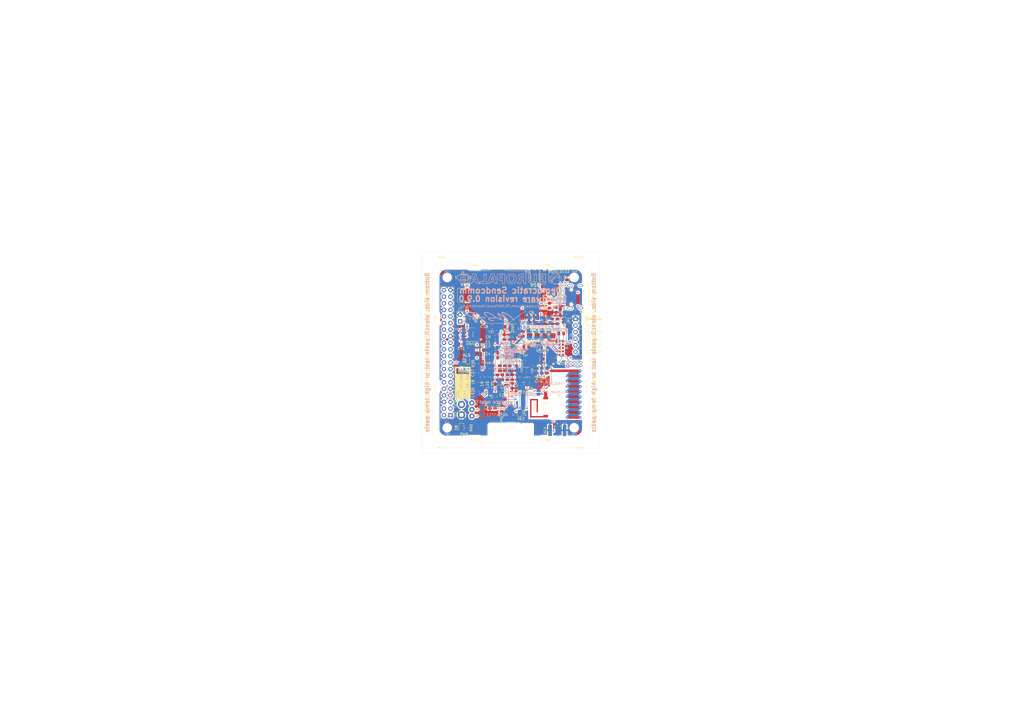
<source format=kicad_pcb>
(kicad_pcb (version 20171130) (host pcbnew 5.1.5+dfsg1-2build2)

  (general
    (thickness 1.6)
    (drawings 148)
    (tracks 1135)
    (zones 0)
    (modules 138)
    (nets 130)
  )

  (page A3)
  (title_block
    (title "Democratic Sendcomm")
    (date 2020-12-08)
    (rev 0.9.1)
    (company "Europalab Devices")
    (comment 1 "Copyright © 2020, Europalab Devices")
    (comment 2 "Fulfilling requirements of 20200210")
    (comment 3 "Pending quality assurance testing")
    (comment 4 "Release revision for manufacturing")
  )

  (layers
    (0 F.Cu signal)
    (1 In1.Cu signal)
    (2 In2.Cu signal)
    (31 B.Cu signal)
    (34 B.Paste user)
    (35 F.Paste user)
    (36 B.SilkS user)
    (37 F.SilkS user)
    (38 B.Mask user)
    (39 F.Mask user)
    (40 Dwgs.User user)
    (41 Cmts.User user)
    (44 Edge.Cuts user)
    (45 Margin user)
    (46 B.CrtYd user)
    (47 F.CrtYd user)
    (48 B.Fab user)
    (49 F.Fab user)
  )

  (setup
    (last_trace_width 0.127)
    (user_trace_width 0.1016)
    (user_trace_width 0.127)
    (user_trace_width 0.2)
    (trace_clearance 0.09)
    (zone_clearance 0.508)
    (zone_45_only no)
    (trace_min 0.09)
    (via_size 0.356)
    (via_drill 0.2)
    (via_min_size 0.356)
    (via_min_drill 0.2)
    (user_via 0.45 0.2)
    (user_via 0.6 0.3)
    (uvia_size 0.45)
    (uvia_drill 0.1)
    (uvias_allowed no)
    (uvia_min_size 0.45)
    (uvia_min_drill 0.1)
    (edge_width 0.1)
    (segment_width 0.1)
    (pcb_text_width 0.25)
    (pcb_text_size 1 1)
    (mod_edge_width 0.15)
    (mod_text_size 1 1)
    (mod_text_width 0.15)
    (pad_size 2 1.5)
    (pad_drill 0)
    (pad_to_mask_clearance 0)
    (aux_axis_origin 0 0)
    (visible_elements 7FFFFFFF)
    (pcbplotparams
      (layerselection 0x313fc_ffffffff)
      (usegerberextensions true)
      (usegerberattributes false)
      (usegerberadvancedattributes false)
      (creategerberjobfile false)
      (excludeedgelayer true)
      (linewidth 0.150000)
      (plotframeref false)
      (viasonmask false)
      (mode 1)
      (useauxorigin false)
      (hpglpennumber 1)
      (hpglpenspeed 20)
      (hpglpendiameter 15.000000)
      (psnegative false)
      (psa4output false)
      (plotreference true)
      (plotvalue true)
      (plotinvisibletext false)
      (padsonsilk false)
      (subtractmaskfromsilk false)
      (outputformat 1)
      (mirror false)
      (drillshape 0)
      (scaleselection 1)
      (outputdirectory "fabsingle"))
  )

  (net 0 "")
  (net 1 GND)
  (net 2 "Net-(AE1-Pad1)")
  (net 3 /Sheet5F53D5B4/RFSWPWR)
  (net 4 "Net-(C8-Pad1)")
  (net 5 /Sheet5F53D5B4/POWAMP)
  (net 6 "Net-(C13-Pad1)")
  (net 7 /Sheet5F53D5B4/HFOUT)
  (net 8 +3V3)
  (net 9 "Net-(C29-Pad1)")
  (net 10 /Sheet5F53D5B4/HPOUT)
  (net 11 /Sheet5F53D5B4/HFIN)
  (net 12 /Sheet5F53D5B4/BANDSEL)
  (net 13 "Net-(BT1-Pad1)")
  (net 14 /Sheet5F53D5B4/USB_BUS)
  (net 15 "Net-(C33-Pad1)")
  (net 16 "Net-(C34-Pad1)")
  (net 17 /Sheet5F53D5B4/CMDRST)
  (net 18 "Net-(D1-Pad2)")
  (net 19 "Net-(D1-Pad1)")
  (net 20 "Net-(D2-Pad1)")
  (net 21 "Net-(D2-Pad2)")
  (net 22 /Sheet5F53D5B4/USB_P)
  (net 23 /Sheet5F53D5B4/USB_N)
  (net 24 /Sheet60040980/ID_SD)
  (net 25 /Sheet60040980/ID_SC)
  (net 26 /Sheet5F53D5B4/SWDCLK)
  (net 27 "Net-(J3-Pad7)")
  (net 28 "Net-(J3-Pad8)")
  (net 29 "Net-(J4-Pad6)")
  (net 30 /Sheet5F53D5B4/CN_VBAT)
  (net 31 /Sheet5F53D5B4/XCEIV)
  (net 32 "Net-(AE5-Pad2)")
  (net 33 "Net-(C1-Pad1)")
  (net 34 "Net-(C7-Pad1)")
  (net 35 "Net-(C14-Pad1)")
  (net 36 "Net-(C17-Pad1)")
  (net 37 "Net-(C18-Pad2)")
  (net 38 "Net-(C19-Pad2)")
  (net 39 "Net-(C23-Pad2)")
  (net 40 "Net-(C23-Pad1)")
  (net 41 "Net-(C24-Pad1)")
  (net 42 "Net-(C24-Pad2)")
  (net 43 "Net-(C29-Pad2)")
  (net 44 "Net-(C33-Pad2)")
  (net 45 "Net-(C35-Pad2)")
  (net 46 "Net-(C40-Pad1)")
  (net 47 "Net-(J2-PadB5)")
  (net 48 "Net-(J2-PadA8)")
  (net 49 "Net-(J2-PadA5)")
  (net 50 "Net-(J2-PadB8)")
  (net 51 "Net-(J3-Pad2)")
  (net 52 "Net-(J3-Pad3)")
  (net 53 "Net-(J3-Pad4)")
  (net 54 "Net-(J3-Pad5)")
  (net 55 "Net-(J3-Pad10)")
  (net 56 "Net-(J3-Pad11)")
  (net 57 "Net-(J3-Pad12)")
  (net 58 "Net-(J3-Pad13)")
  (net 59 "Net-(J3-Pad15)")
  (net 60 "Net-(J3-Pad16)")
  (net 61 "Net-(J3-Pad18)")
  (net 62 "Net-(J3-Pad19)")
  (net 63 "Net-(J3-Pad21)")
  (net 64 "Net-(J3-Pad22)")
  (net 65 "Net-(J3-Pad23)")
  (net 66 "Net-(J3-Pad24)")
  (net 67 "Net-(J3-Pad26)")
  (net 68 "Net-(J3-Pad29)")
  (net 69 "Net-(J3-Pad31)")
  (net 70 "Net-(J3-Pad32)")
  (net 71 "Net-(J3-Pad33)")
  (net 72 "Net-(J3-Pad35)")
  (net 73 "Net-(J3-Pad36)")
  (net 74 "Net-(J3-Pad37)")
  (net 75 "Net-(J3-Pad38)")
  (net 76 "Net-(J3-Pad40)")
  (net 77 "Net-(J4-Pad7)")
  (net 78 "Net-(J4-Pad8)")
  (net 79 "Net-(J5-Pad2)")
  (net 80 "Net-(J5-Pad3)")
  (net 81 "Net-(J5-Pad6)")
  (net 82 "Net-(J6-Pad1)")
  (net 83 "Net-(L1-Pad2)")
  (net 84 "Net-(R3-Pad1)")
  (net 85 "Net-(R4-Pad1)")
  (net 86 "Net-(R4-Pad2)")
  (net 87 "Net-(U2-Pad5)")
  (net 88 "Net-(U3-PadG1)")
  (net 89 "Net-(U3-PadH1)")
  (net 90 "Net-(U3-PadE3)")
  (net 91 "Net-(U3-PadE4)")
  (net 92 "Net-(U3-PadF4)")
  (net 93 "Net-(U3-PadC7)")
  (net 94 "Net-(U3-PadD7)")
  (net 95 "Net-(U3-PadD8)")
  (net 96 "Net-(U5-Pad3)")
  (net 97 "Net-(U5-Pad4)")
  (net 98 "Net-(U8-Pad7)")
  (net 99 "Net-(U8-Pad3)")
  (net 100 "Net-(U8-Pad2)")
  (net 101 "Net-(U8-Pad1)")
  (net 102 "Net-(U9-Pad1)")
  (net 103 "Net-(U9-Pad2)")
  (net 104 "Net-(U9-Pad3)")
  (net 105 "Net-(U9-Pad7)")
  (net 106 /Sheet5F53D5B4/SWDIO)
  (net 107 "Net-(AE2-Pad1)")
  (net 108 "Net-(AE4-Pad1)")
  (net 109 "Net-(AE5-Pad1)")
  (net 110 "Net-(JP10-Pad1)")
  (net 111 "Net-(J6-Pad2)")
  (net 112 "Net-(J6-Pad3)")
  (net 113 "Net-(J6-Pad4)")
  (net 114 "Net-(J6-Pad5)")
  (net 115 "Net-(J6-Pad6)")
  (net 116 "Net-(J7-Pad1)")
  (net 117 "Net-(C94-Pad1)")
  (net 118 "Net-(C95-Pad1)")
  (net 119 /TP_SCL)
  (net 120 /TP_SDA)
  (net 121 "Net-(J20-Pad6)")
  (net 122 "Net-(J20-Pad7)")
  (net 123 "Net-(J20-Pad8)")
  (net 124 "Net-(Q2-Pad2)")
  (net 125 EXT_UART_TX)
  (net 126 EXT_UART_RX)
  (net 127 "Net-(D8-Pad2)")
  (net 128 USB_TST)
  (net 129 "Net-(TP13-Pad1)")

  (net_class Default "This is the default net class."
    (clearance 0.09)
    (trace_width 0.09)
    (via_dia 0.356)
    (via_drill 0.2)
    (uvia_dia 0.45)
    (uvia_drill 0.1)
    (add_net +3V3)
    (add_net /Sheet5F53D5B4/BANDSEL)
    (add_net /Sheet5F53D5B4/CMDRST)
    (add_net /Sheet5F53D5B4/CN_VBAT)
    (add_net /Sheet5F53D5B4/HFIN)
    (add_net /Sheet5F53D5B4/HFOUT)
    (add_net /Sheet5F53D5B4/HPOUT)
    (add_net /Sheet5F53D5B4/POWAMP)
    (add_net /Sheet5F53D5B4/RFSWPWR)
    (add_net /Sheet5F53D5B4/SWDCLK)
    (add_net /Sheet5F53D5B4/SWDIO)
    (add_net /Sheet5F53D5B4/USB_BUS)
    (add_net /Sheet5F53D5B4/USB_N)
    (add_net /Sheet5F53D5B4/USB_P)
    (add_net /Sheet5F53D5B4/XCEIV)
    (add_net /Sheet60040980/ID_SC)
    (add_net /Sheet60040980/ID_SD)
    (add_net /TP_SCL)
    (add_net /TP_SDA)
    (add_net EXT_UART_RX)
    (add_net EXT_UART_TX)
    (add_net GND)
    (add_net "Net-(AE1-Pad1)")
    (add_net "Net-(AE2-Pad1)")
    (add_net "Net-(AE4-Pad1)")
    (add_net "Net-(AE5-Pad1)")
    (add_net "Net-(AE5-Pad2)")
    (add_net "Net-(BT1-Pad1)")
    (add_net "Net-(C1-Pad1)")
    (add_net "Net-(C13-Pad1)")
    (add_net "Net-(C14-Pad1)")
    (add_net "Net-(C17-Pad1)")
    (add_net "Net-(C18-Pad2)")
    (add_net "Net-(C19-Pad2)")
    (add_net "Net-(C23-Pad1)")
    (add_net "Net-(C23-Pad2)")
    (add_net "Net-(C24-Pad1)")
    (add_net "Net-(C24-Pad2)")
    (add_net "Net-(C29-Pad1)")
    (add_net "Net-(C29-Pad2)")
    (add_net "Net-(C33-Pad1)")
    (add_net "Net-(C33-Pad2)")
    (add_net "Net-(C34-Pad1)")
    (add_net "Net-(C35-Pad2)")
    (add_net "Net-(C40-Pad1)")
    (add_net "Net-(C7-Pad1)")
    (add_net "Net-(C8-Pad1)")
    (add_net "Net-(C94-Pad1)")
    (add_net "Net-(C95-Pad1)")
    (add_net "Net-(D1-Pad1)")
    (add_net "Net-(D1-Pad2)")
    (add_net "Net-(D2-Pad1)")
    (add_net "Net-(D2-Pad2)")
    (add_net "Net-(D8-Pad2)")
    (add_net "Net-(J2-PadA5)")
    (add_net "Net-(J2-PadA8)")
    (add_net "Net-(J2-PadB5)")
    (add_net "Net-(J2-PadB8)")
    (add_net "Net-(J20-Pad6)")
    (add_net "Net-(J20-Pad7)")
    (add_net "Net-(J20-Pad8)")
    (add_net "Net-(J3-Pad10)")
    (add_net "Net-(J3-Pad11)")
    (add_net "Net-(J3-Pad12)")
    (add_net "Net-(J3-Pad13)")
    (add_net "Net-(J3-Pad15)")
    (add_net "Net-(J3-Pad16)")
    (add_net "Net-(J3-Pad18)")
    (add_net "Net-(J3-Pad19)")
    (add_net "Net-(J3-Pad2)")
    (add_net "Net-(J3-Pad21)")
    (add_net "Net-(J3-Pad22)")
    (add_net "Net-(J3-Pad23)")
    (add_net "Net-(J3-Pad24)")
    (add_net "Net-(J3-Pad26)")
    (add_net "Net-(J3-Pad29)")
    (add_net "Net-(J3-Pad3)")
    (add_net "Net-(J3-Pad31)")
    (add_net "Net-(J3-Pad32)")
    (add_net "Net-(J3-Pad33)")
    (add_net "Net-(J3-Pad35)")
    (add_net "Net-(J3-Pad36)")
    (add_net "Net-(J3-Pad37)")
    (add_net "Net-(J3-Pad38)")
    (add_net "Net-(J3-Pad4)")
    (add_net "Net-(J3-Pad40)")
    (add_net "Net-(J3-Pad5)")
    (add_net "Net-(J3-Pad7)")
    (add_net "Net-(J3-Pad8)")
    (add_net "Net-(J4-Pad6)")
    (add_net "Net-(J4-Pad7)")
    (add_net "Net-(J4-Pad8)")
    (add_net "Net-(J5-Pad2)")
    (add_net "Net-(J5-Pad3)")
    (add_net "Net-(J5-Pad6)")
    (add_net "Net-(J6-Pad1)")
    (add_net "Net-(J6-Pad2)")
    (add_net "Net-(J6-Pad3)")
    (add_net "Net-(J6-Pad4)")
    (add_net "Net-(J6-Pad5)")
    (add_net "Net-(J6-Pad6)")
    (add_net "Net-(J7-Pad1)")
    (add_net "Net-(JP10-Pad1)")
    (add_net "Net-(L1-Pad2)")
    (add_net "Net-(Q2-Pad2)")
    (add_net "Net-(R3-Pad1)")
    (add_net "Net-(R4-Pad1)")
    (add_net "Net-(R4-Pad2)")
    (add_net "Net-(TP13-Pad1)")
    (add_net "Net-(U2-Pad5)")
    (add_net "Net-(U3-PadC7)")
    (add_net "Net-(U3-PadD7)")
    (add_net "Net-(U3-PadD8)")
    (add_net "Net-(U3-PadE3)")
    (add_net "Net-(U3-PadE4)")
    (add_net "Net-(U3-PadF4)")
    (add_net "Net-(U3-PadG1)")
    (add_net "Net-(U3-PadH1)")
    (add_net "Net-(U5-Pad3)")
    (add_net "Net-(U5-Pad4)")
    (add_net "Net-(U8-Pad1)")
    (add_net "Net-(U8-Pad2)")
    (add_net "Net-(U8-Pad3)")
    (add_net "Net-(U8-Pad7)")
    (add_net "Net-(U9-Pad1)")
    (add_net "Net-(U9-Pad2)")
    (add_net "Net-(U9-Pad3)")
    (add_net "Net-(U9-Pad7)")
    (add_net USB_TST)
  )

  (net_class Power ""
    (clearance 0.2)
    (trace_width 0.5)
    (via_dia 1)
    (via_drill 0.7)
    (uvia_dia 0.5)
    (uvia_drill 0.1)
  )

  (module Elabdev:Meinkuerzel_signature_480DPI (layer B.Cu) (tedit 0) (tstamp 5FBE809B)
    (at 202 134 180)
    (fp_text reference G1 (at 0 0) (layer B.SilkS) hide
      (effects (font (size 1.524 1.524) (thickness 0.3)) (justify mirror))
    )
    (fp_text value Meinkuerzel_signature (at 0.75 0) (layer B.SilkS) hide
      (effects (font (size 1.524 1.524) (thickness 0.3)) (justify mirror))
    )
    (fp_poly (pts (xy 7.849084 1.675651) (xy 8.303148 1.632827) (xy 8.685942 1.550363) (xy 8.876057 1.481326)
      (xy 9.07938 1.34976) (xy 9.204465 1.178624) (xy 9.241225 0.986809) (xy 9.210768 0.854557)
      (xy 9.078684 0.643748) (xy 8.864557 0.429964) (xy 8.589687 0.233059) (xy 8.471807 0.165759)
      (xy 8.232808 0.053863) (xy 7.923436 -0.068816) (xy 7.576824 -0.190996) (xy 7.226108 -0.301392)
      (xy 6.904421 -0.388723) (xy 6.731621 -0.426811) (xy 6.398868 -0.490816) (xy 6.556265 -0.586535)
      (xy 6.736632 -0.743549) (xy 6.819572 -0.938245) (xy 6.82625 -1.022915) (xy 6.780462 -1.15416)
      (xy 6.660466 -1.295963) (xy 6.49231 -1.424979) (xy 6.30204 -1.517866) (xy 6.258842 -1.531402)
      (xy 6.0446 -1.569955) (xy 5.805186 -1.581627) (xy 5.582286 -1.566858) (xy 5.417587 -1.526091)
      (xy 5.409578 -1.522402) (xy 5.285381 -1.409276) (xy 5.232727 -1.237525) (xy 5.243042 -1.133742)
      (xy 5.545646 -1.133742) (xy 5.569322 -1.243922) (xy 5.599007 -1.270742) (xy 5.725804 -1.30367)
      (xy 5.911501 -1.301091) (xy 6.117136 -1.267785) (xy 6.303743 -1.20853) (xy 6.368163 -1.176419)
      (xy 6.483421 -1.090411) (xy 6.547775 -1.006994) (xy 6.550669 -0.996984) (xy 6.519163 -0.903747)
      (xy 6.404517 -0.814537) (xy 6.229026 -0.742568) (xy 6.060328 -0.706358) (xy 5.903418 -0.693399)
      (xy 5.806355 -0.717484) (xy 5.726223 -0.79035) (xy 5.718194 -0.79992) (xy 5.596762 -0.979847)
      (xy 5.545646 -1.133742) (xy 5.243042 -1.133742) (xy 5.253531 -1.028227) (xy 5.344918 -0.810631)
      (xy 5.442538 -0.642303) (xy 5.295353 -0.646487) (xy 5.12125 -0.625399) (xy 5.035885 -0.550663)
      (xy 5.027083 -0.501447) (xy 5.075804 -0.410776) (xy 5.222941 -0.351671) (xy 5.469958 -0.32355)
      (xy 5.476875 -0.323261) (xy 5.599677 -0.314345) (xy 5.697993 -0.289875) (xy 5.794712 -0.235966)
      (xy 5.912725 -0.138734) (xy 6.074923 0.015705) (xy 6.138333 0.077935) (xy 6.357426 0.284825)
      (xy 6.520758 0.415811) (xy 6.63982 0.476704) (xy 6.726105 0.473318) (xy 6.791106 0.411464)
      (xy 6.792772 0.408883) (xy 6.813029 0.349999) (xy 6.787897 0.281807) (xy 6.704882 0.184844)
      (xy 6.561666 0.048946) (xy 6.270625 -0.217166) (xy 6.532899 -0.183078) (xy 6.900304 -0.115245)
      (xy 7.289474 -0.008645) (xy 7.678243 0.127507) (xy 8.044445 0.283994) (xy 8.365914 0.451601)
      (xy 8.620483 0.621112) (xy 8.749193 0.738377) (xy 8.856936 0.865956) (xy 8.92727 0.965202)
      (xy 8.942916 1.001728) (xy 8.895983 1.084773) (xy 8.773369 1.176095) (xy 8.602358 1.259484)
      (xy 8.410231 1.318727) (xy 8.408998 1.318992) (xy 8.149682 1.354937) (xy 7.8128 1.371973)
      (xy 7.424917 1.370093) (xy 7.012599 1.349291) (xy 6.686734 1.319437) (xy 6.066773 1.222977)
      (xy 5.517194 1.081213) (xy 5.043989 0.897075) (xy 4.653152 0.673494) (xy 4.350673 0.413401)
      (xy 4.142546 0.119727) (xy 4.114637 0.061443) (xy 4.047094 -0.15251) (xy 4.06025 -0.336634)
      (xy 4.160207 -0.518581) (xy 4.270456 -0.644496) (xy 4.390411 -0.79173) (xy 4.431252 -0.900383)
      (xy 4.427296 -0.922309) (xy 4.357272 -0.99719) (xy 4.242023 -0.977517) (xy 4.082983 -0.863726)
      (xy 4.010682 -0.795217) (xy 3.879838 -0.680755) (xy 3.765594 -0.608691) (xy 3.712637 -0.594925)
      (xy 3.6215 -0.594723) (xy 3.455888 -0.585507) (xy 3.246599 -0.569127) (xy 3.175 -0.562633)
      (xy 2.951086 -0.544014) (xy 2.793821 -0.54282) (xy 2.664643 -0.565021) (xy 2.524987 -0.61659)
      (xy 2.371034 -0.687127) (xy 2.100169 -0.795663) (xy 1.89262 -0.837972) (xy 1.841867 -0.837015)
      (xy 1.72083 -0.812158) (xy 1.663036 -0.745697) (xy 1.637803 -0.635) (xy 1.623821 -0.491701)
      (xy 1.628566 -0.389706) (xy 1.630235 -0.383646) (xy 1.692219 -0.322789) (xy 1.789679 -0.330876)
      (xy 1.885465 -0.399867) (xy 1.916539 -0.445597) (xy 1.984375 -0.573694) (xy 2.371569 -0.384068)
      (xy 2.758764 -0.194442) (xy 3.165319 -0.256321) (xy 3.413597 -0.293214) (xy 3.576071 -0.310583)
      (xy 3.67165 -0.304292) (xy 3.719238 -0.270208) (xy 3.737742 -0.204195) (xy 3.744012 -0.129767)
      (xy 3.817818 0.177969) (xy 3.989413 0.470621) (xy 4.251219 0.74303) (xy 4.595656 0.99004)
      (xy 5.015149 1.206492) (xy 5.502117 1.387229) (xy 6.048984 1.527094) (xy 6.228561 1.561184)
      (xy 6.794861 1.64034) (xy 7.340678 1.678326) (xy 7.849084 1.675651)) (layer B.SilkS) (width 0.01))
    (fp_poly (pts (xy -4.580024 1.756567) (xy -4.544854 1.74305) (xy -4.466016 1.67622) (xy -4.437143 1.580417)
      (xy -4.461964 1.447967) (xy -4.544204 1.271201) (xy -4.68759 1.042447) (xy -4.895848 0.754033)
      (xy -5.172705 0.39829) (xy -5.237349 0.3175) (xy -5.411926 0.098408) (xy -5.577817 -0.112809)
      (xy -5.714811 -0.290245) (xy -5.794689 -0.396875) (xy -5.948296 -0.608542) (xy -5.791961 -0.468507)
      (xy -5.700695 -0.392772) (xy -5.541009 -0.266466) (xy -5.329307 -0.10231) (xy -5.081994 0.086977)
      (xy -4.815472 0.288675) (xy -4.815417 0.288716) (xy -4.345432 0.631252) (xy -3.946225 0.897872)
      (xy -3.615767 1.089474) (xy -3.352032 1.206955) (xy -3.152989 1.251211) (xy -3.016612 1.223138)
      (xy -2.940872 1.123633) (xy -2.939055 1.118116) (xy -2.92791 1.023519) (xy -2.955738 0.908417)
      (xy -3.029742 0.759005) (xy -3.157121 0.561475) (xy -3.345079 0.302021) (xy -3.409058 0.217037)
      (xy -3.654587 -0.113597) (xy -3.860834 -0.404313) (xy -4.022275 -0.646491) (xy -4.133388 -0.831509)
      (xy -4.188652 -0.950744) (xy -4.185335 -0.994958) (xy -4.120655 -0.981486) (xy -3.976478 -0.932768)
      (xy -3.770527 -0.855371) (xy -3.520529 -0.755864) (xy -3.349225 -0.685128) (xy -3.06462 -0.570045)
      (xy -2.797019 -0.469163) (xy -2.569108 -0.390505) (xy -2.403576 -0.342097) (xy -2.349431 -0.331513)
      (xy -2.183877 -0.291941) (xy -2.07811 -0.206425) (xy -2.041672 -0.151915) (xy -1.850086 0.096101)
      (xy -1.567603 0.354844) (xy -1.207453 0.616123) (xy -0.78287 0.87175) (xy -0.307084 1.113536)
      (xy 0.206672 1.333293) (xy 0.574448 1.467145) (xy 0.853452 1.556991) (xy 1.074831 1.61415)
      (xy 1.278935 1.645957) (xy 1.506112 1.659747) (xy 1.647661 1.662241) (xy 1.89537 1.661355)
      (xy 2.061526 1.650821) (xy 2.170245 1.626908) (xy 2.245641 1.585888) (xy 2.269431 1.566069)
      (xy 2.364656 1.413892) (xy 2.378536 1.21834) (xy 2.31231 1.002224) (xy 2.231511 0.867835)
      (xy 2.055394 0.653788) (xy 1.846452 0.444397) (xy 1.622129 0.252501) (xy 1.399873 0.090942)
      (xy 1.19713 -0.02744) (xy 1.031346 -0.089804) (xy 0.931657 -0.088852) (xy 0.853749 -0.025156)
      (xy 0.874571 0.06423) (xy 0.991583 0.174246) (xy 1.09802 0.242886) (xy 1.314624 0.387246)
      (xy 1.527802 0.560014) (xy 1.72429 0.746283) (xy 1.890825 0.931146) (xy 2.014146 1.099697)
      (xy 2.080988 1.237027) (xy 2.078088 1.32823) (xy 2.071165 1.336667) (xy 1.954541 1.387475)
      (xy 1.756832 1.400928) (xy 1.494763 1.380087) (xy 1.185063 1.328013) (xy 0.844457 1.247766)
      (xy 0.489674 1.142406) (xy 0.137439 1.014995) (xy -0.00172 0.957368) (xy -0.385109 0.777304)
      (xy -0.74297 0.581237) (xy -1.065571 0.377182) (xy -1.343179 0.173152) (xy -1.566062 -0.022838)
      (xy -1.724487 -0.202776) (xy -1.808722 -0.358647) (xy -1.809035 -0.482438) (xy -1.789329 -0.514562)
      (xy -1.69188 -0.558953) (xy -1.49842 -0.578536) (xy -1.2158 -0.573404) (xy -0.850872 -0.543648)
      (xy -0.464887 -0.496867) (xy -0.056607 -0.452123) (xy 0.260382 -0.442712) (xy 0.494773 -0.469264)
      (xy 0.655256 -0.532408) (xy 0.714552 -0.58228) (xy 0.776217 -0.725165) (xy 0.746162 -0.908878)
      (xy 0.632079 -1.115352) (xy 0.45893 -1.290216) (xy 0.2117 -1.450188) (xy -0.085638 -1.588107)
      (xy -0.409112 -1.696809) (xy -0.734748 -1.769134) (xy -1.038572 -1.797919) (xy -1.296612 -1.776003)
      (xy -1.42875 -1.731015) (xy -1.546706 -1.617759) (xy -1.577815 -1.519827) (xy -1.560687 -1.389395)
      (xy -1.486335 -1.336349) (xy -1.378138 -1.369493) (xy -1.317893 -1.421952) (xy -1.19986 -1.505637)
      (xy -1.092449 -1.534584) (xy -0.859949 -1.513387) (xy -0.579373 -1.457345) (xy -0.297878 -1.377776)
      (xy -0.068589 -1.288836) (xy 0.116249 -1.181832) (xy 0.284174 -1.050661) (xy 0.411262 -0.917533)
      (xy 0.473586 -0.804658) (xy 0.47625 -0.783054) (xy 0.425256 -0.757675) (xy 0.277287 -0.748743)
      (xy 0.039858 -0.755912) (xy -0.279513 -0.778835) (xy -0.673311 -0.817167) (xy -0.956033 -0.849048)
      (xy -1.308534 -0.882196) (xy -1.57585 -0.8857) (xy -1.774982 -0.85746) (xy -1.922933 -0.795374)
      (xy -2.017888 -0.717835) (xy -2.096716 -0.653738) (xy -2.190635 -0.62131) (xy -2.313833 -0.623423)
      (xy -2.480498 -0.662945) (xy -2.704818 -0.742748) (xy -3.00098 -0.865702) (xy -3.216817 -0.960383)
      (xy -3.585839 -1.11854) (xy -3.874386 -1.227749) (xy -4.094462 -1.290524) (xy -4.258069 -1.309381)
      (xy -4.377212 -1.286836) (xy -4.463891 -1.225404) (xy -4.466704 -1.222337) (xy -4.518051 -1.14061)
      (xy -4.530831 -1.040781) (xy -4.500098 -0.912213) (xy -4.420902 -0.744269) (xy -4.288295 -0.526313)
      (xy -4.097327 -0.247708) (xy -3.863138 0.07498) (xy -3.679345 0.325213) (xy -3.519393 0.545064)
      (xy -3.393108 0.720859) (xy -3.310313 0.838921) (xy -3.280834 0.885525) (xy -3.323557 0.888476)
      (xy -3.399896 0.869711) (xy -3.542096 0.805036) (xy -3.750284 0.678102) (xy -4.027571 0.486762)
      (xy -4.377062 0.228867) (xy -4.801868 -0.097732) (xy -4.81991 -0.111817) (xy -5.187034 -0.396401)
      (xy -5.482932 -0.620081) (xy -5.717862 -0.789492) (xy -5.902078 -0.911266) (xy -6.045837 -0.99204)
      (xy -6.159396 -1.038447) (xy -6.25301 -1.057121) (xy -6.283148 -1.058333) (xy -6.40378 -1.045849)
      (xy -6.450441 -0.994435) (xy -6.455563 -0.939271) (xy -6.445942 -0.865735) (xy -6.412644 -0.776476)
      (xy -6.348546 -0.66103) (xy -6.24652 -0.508935) (xy -6.099443 -0.309727) (xy -5.90019 -0.052942)
      (xy -5.641635 0.271882) (xy -5.570553 0.360397) (xy -5.363566 0.620769) (xy -5.174974 0.863504)
      (xy -5.016826 1.072659) (xy -4.901172 1.23229) (xy -4.84006 1.326453) (xy -4.839117 1.328251)
      (xy -4.786636 1.436383) (xy -4.790145 1.473528) (xy -4.856494 1.462433) (xy -4.877731 1.456477)
      (xy -4.973599 1.420322) (xy -5.140081 1.348706) (xy -5.352621 1.252468) (xy -5.55625 1.156974)
      (xy -6.094525 0.881508) (xy -6.644499 0.565345) (xy -7.182748 0.223911) (xy -7.685848 -0.12737)
      (xy -8.130378 -0.473072) (xy -8.424687 -0.732038) (xy -8.650145 -0.95487) (xy -8.800069 -1.131002)
      (xy -8.884377 -1.276175) (xy -8.912984 -1.406131) (xy -8.905425 -1.495188) (xy -8.906488 -1.61853)
      (xy -8.964006 -1.672137) (xy -9.075823 -1.672519) (xy -9.156792 -1.593028) (xy -9.200558 -1.456755)
      (xy -9.200763 -1.286789) (xy -9.151052 -1.106218) (xy -9.131299 -1.06447) (xy -9.024915 -0.913844)
      (xy -8.843627 -0.718433) (xy -8.601654 -0.490528) (xy -8.313213 -0.242422) (xy -7.992524 0.013592)
      (xy -7.653804 0.265222) (xy -7.3545 0.471681) (xy -6.896098 0.764541) (xy -6.449337 1.028776)
      (xy -6.024338 1.259805) (xy -5.631223 1.453048) (xy -5.280112 1.603926) (xy -4.981128 1.707858)
      (xy -4.744392 1.760265) (xy -4.580024 1.756567)) (layer B.SilkS) (width 0.01))
  )

  (module Elabdev:Panel_Mousetab_25mm_Single (layer F.Cu) (tedit 5CD9E59A) (tstamp 5FBE7343)
    (at 224 114.25 270)
    (path /5CD5C3A7)
    (fp_text reference TAB5 (at 0 0 180) (layer F.SilkS)
      (effects (font (size 0.8 0.8) (thickness 0.13)))
    )
    (fp_text value Pantab (at 0 -3.5 270) (layer F.Fab)
      (effects (font (size 1 1) (thickness 0.15)))
    )
    (fp_line (start -2.1 -2.6) (end 2.1 -2.6) (layer F.CrtYd) (width 0.15))
    (fp_line (start -2.1 2.6) (end -2.1 -2.6) (layer F.CrtYd) (width 0.15))
    (fp_line (start 2.1 2.6) (end -2.1 2.6) (layer F.CrtYd) (width 0.15))
    (fp_line (start 2.1 -2.6) (end 2.1 2.6) (layer F.CrtYd) (width 0.15))
    (fp_line (start -1.25 -2.2) (end -1.25 2.2) (layer F.Fab) (width 0.15))
    (fp_line (start 1.25 -2.2) (end 1.25 2.2) (layer F.Fab) (width 0.15))
    (pad "" np_thru_hole circle (at 1.35 -2 270) (size 0.5 0.5) (drill 0.5) (layers *.Cu))
    (pad "" np_thru_hole circle (at 1.35 -1.2 270) (size 0.5 0.5) (drill 0.5) (layers *.Cu))
    (pad "" np_thru_hole circle (at 1.35 -0.4 270) (size 0.5 0.5) (drill 0.5) (layers *.Cu))
    (pad "" np_thru_hole circle (at 1.35 0.4 270) (size 0.5 0.5) (drill 0.5) (layers *.Cu))
    (pad "" np_thru_hole circle (at 1.35 1.2 270) (size 0.5 0.5) (drill 0.5) (layers *.Cu))
    (pad "" np_thru_hole circle (at 1.35 2 270) (size 0.5 0.5) (drill 0.5) (layers *.Cu))
  )

  (module Elabdev:Elablogoslk-Gfx (layer B.Cu) (tedit 0) (tstamp 5FBDF7AF)
    (at 210 119.5 180)
    (fp_text reference G** (at 0 0) (layer B.SilkS) hide
      (effects (font (size 1.524 1.524) (thickness 0.3)) (justify mirror))
    )
    (fp_text value Elablogoslk (at 0.75 0) (layer B.SilkS) hide
      (effects (font (size 1.524 1.524) (thickness 0.3)) (justify mirror))
    )
    (fp_poly (pts (xy -15.405836 -0.675184) (xy -15.287483 -0.702055) (xy -15.188143 -0.754619) (xy -15.108772 -0.827765)
      (xy -15.050327 -0.916382) (xy -15.013763 -1.015359) (xy -15.000037 -1.119584) (xy -15.010104 -1.223945)
      (xy -15.04492 -1.323332) (xy -15.105441 -1.412633) (xy -15.192623 -1.486737) (xy -15.24833 -1.517344)
      (xy -15.356716 -1.550357) (xy -15.476625 -1.557984) (xy -15.592872 -1.539403) (xy -15.602283 -1.53653)
      (xy -15.678123 -1.497127) (xy -15.752493 -1.432517) (xy -15.815972 -1.352895) (xy -15.859141 -1.268459)
      (xy -15.864155 -1.2531) (xy -15.88425 -1.176683) (xy -15.891257 -1.117668) (xy -15.885212 -1.059627)
      (xy -15.866149 -0.986134) (xy -15.864727 -0.981328) (xy -15.815988 -0.8777) (xy -15.739972 -0.790432)
      (xy -15.643773 -0.72426) (xy -15.534487 -0.683915) (xy -15.419207 -0.674131) (xy -15.405836 -0.675184)) (layer B.Mask) (width 0.01))
    (fp_poly (pts (xy 17.476107 1.827609) (xy 17.687258 1.825899) (xy 17.865618 1.824237) (xy 18.014678 1.822477)
      (xy 18.137934 1.82047) (xy 18.238879 1.818068) (xy 18.321005 1.815122) (xy 18.387806 1.811484)
      (xy 18.442776 1.807007) (xy 18.489407 1.801541) (xy 18.531194 1.794939) (xy 18.57163 1.787052)
      (xy 18.6055 1.779685) (xy 18.771822 1.733432) (xy 18.923911 1.673315) (xy 19.054677 1.602656)
      (xy 19.157033 1.524776) (xy 19.164226 1.5179) (xy 19.246251 1.417951) (xy 19.315464 1.294688)
      (xy 19.365371 1.16053) (xy 19.377923 1.109275) (xy 19.39052 1.010407) (xy 19.393203 0.893754)
      (xy 19.386762 0.771789) (xy 19.371983 0.656983) (xy 19.349655 0.561808) (xy 19.341939 0.539811)
      (xy 19.283862 0.430962) (xy 19.19941 0.326298) (xy 19.097976 0.236127) (xy 19.019624 0.185927)
      (xy 18.914298 0.12941) (xy 18.968542 0.109123) (xy 19.093064 0.054672) (xy 19.194891 -0.009335)
      (xy 19.285933 -0.089714) (xy 19.390804 -0.214403) (xy 19.467199 -0.350129) (xy 19.516977 -0.501894)
      (xy 19.541997 -0.674698) (xy 19.545898 -0.789214) (xy 19.53245 -0.987132) (xy 19.491752 -1.163006)
      (xy 19.423278 -1.317328) (xy 19.326496 -1.450588) (xy 19.200879 -1.563277) (xy 19.045898 -1.655885)
      (xy 18.861023 -1.728905) (xy 18.645726 -1.782826) (xy 18.442214 -1.81358) (xy 18.390712 -1.817354)
      (xy 18.307346 -1.820878) (xy 18.196536 -1.82407) (xy 18.062704 -1.826851) (xy 17.910272 -1.829142)
      (xy 17.743659 -1.830864) (xy 17.567287 -1.831936) (xy 17.403536 -1.83228) (xy 16.528143 -1.832429)
      (xy 16.528143 -1.197429) (xy 17.471571 -1.197429) (xy 17.812474 -1.197429) (xy 17.960507 -1.19621)
      (xy 18.077011 -1.192363) (xy 18.166668 -1.185602) (xy 18.234157 -1.175639) (xy 18.257984 -1.170182)
      (xy 18.384709 -1.1231) (xy 18.482481 -1.054854) (xy 18.552639 -0.964254) (xy 18.589417 -0.8761)
      (xy 18.611394 -0.756961) (xy 18.608994 -0.636283) (xy 18.583832 -0.523232) (xy 18.537525 -0.426977)
      (xy 18.502598 -0.383459) (xy 18.44707 -0.333771) (xy 18.385424 -0.294593) (xy 18.312843 -0.264829)
      (xy 18.22451 -0.243381) (xy 18.115607 -0.229153) (xy 17.981316 -0.221046) (xy 17.816821 -0.217964)
      (xy 17.775464 -0.217851) (xy 17.471571 -0.217714) (xy 17.471571 -1.197429) (xy 16.528143 -1.197429)
      (xy 16.528143 1.197428) (xy 17.471571 1.197428) (xy 17.471571 0.417286) (xy 17.804933 0.417286)
      (xy 17.937918 0.418126) (xy 18.040036 0.420891) (xy 18.116671 0.425945) (xy 18.173209 0.433651)
      (xy 18.215035 0.444376) (xy 18.217426 0.445205) (xy 18.319056 0.498467) (xy 18.395331 0.575146)
      (xy 18.444205 0.67085) (xy 18.463631 0.781188) (xy 18.451564 0.901769) (xy 18.443884 0.931299)
      (xy 18.396902 1.030842) (xy 18.322562 1.110813) (xy 18.227195 1.165118) (xy 18.18819 1.177399)
      (xy 18.143627 1.184049) (xy 18.070672 1.189765) (xy 17.977218 1.19415) (xy 17.871155 1.196808)
      (xy 17.790109 1.197428) (xy 17.471571 1.197428) (xy 16.528143 1.197428) (xy 16.528143 1.835008)
      (xy 17.476107 1.827609)) (layer B.Mask) (width 0.01))
    (fp_poly (pts (xy 14.119941 1.828149) (xy 14.684369 1.823357) (xy 15.359475 0) (xy 16.034582 -1.823357)
      (xy 15.571079 -1.828205) (xy 15.445094 -1.82918) (xy 15.331429 -1.829406) (xy 15.235013 -1.828925)
      (xy 15.160777 -1.827781) (xy 15.11365 -1.826018) (xy 15.098562 -1.824039) (xy 15.090052 -1.80483)
      (xy 15.071782 -1.756797) (xy 15.045759 -1.68544) (xy 15.013987 -1.59626) (xy 14.978473 -1.494759)
      (xy 14.977731 -1.49262) (xy 14.865914 -1.170214) (xy 14.120645 -1.165479) (xy 13.375375 -1.160744)
      (xy 13.306737 -1.355979) (xy 13.272699 -1.452448) (xy 13.236904 -1.553325) (xy 13.204622 -1.643779)
      (xy 13.188986 -1.687286) (xy 13.139873 -1.823357) (xy 12.664678 -1.828197) (xy 12.53823 -1.828961)
      (xy 12.425118 -1.828639) (xy 12.329969 -1.827326) (xy 12.257408 -1.825117) (xy 12.212064 -1.822108)
      (xy 12.19843 -1.818559) (xy 12.205849 -1.799875) (xy 12.225002 -1.749455) (xy 12.255032 -1.669593)
      (xy 12.295087 -1.562586) (xy 12.34431 -1.430729) (xy 12.401847 -1.276318) (xy 12.466842 -1.101648)
      (xy 12.538441 -0.909015) (xy 12.615789 -0.700714) (xy 12.69803 -0.479041) (xy 12.702348 -0.467391)
      (xy 13.614056 -0.467391) (xy 13.61958 -0.47467) (xy 13.636172 -0.480187) (xy 13.66764 -0.484184)
      (xy 13.717795 -0.486904) (xy 13.790447 -0.488587) (xy 13.889405 -0.489478) (xy 14.01848 -0.489817)
      (xy 14.115143 -0.489857) (xy 14.270607 -0.489531) (xy 14.392961 -0.488457) (xy 14.485375 -0.486493)
      (xy 14.551022 -0.483496) (xy 14.59307 -0.479323) (xy 14.614692 -0.473831) (xy 14.619171 -0.467179)
      (xy 14.611769 -0.445613) (xy 14.593892 -0.393441) (xy 14.566814 -0.314385) (xy 14.53181 -0.212168)
      (xy 14.490155 -0.090515) (xy 14.443125 0.046852) (xy 14.391994 0.196209) (xy 14.367839 0.266773)
      (xy 14.315439 0.418794) (xy 14.266379 0.559098) (xy 14.221933 0.684192) (xy 14.183374 0.790582)
      (xy 14.151976 0.874778) (xy 14.129011 0.933285) (xy 14.115754 0.96261) (xy 14.11319 0.965273)
      (xy 14.105039 0.945854) (xy 14.08648 0.895813) (xy 14.058824 0.818867) (xy 14.023386 0.718735)
      (xy 13.981478 0.599134) (xy 13.934414 0.463783) (xy 13.883507 0.316398) (xy 13.865167 0.263071)
      (xy 13.813057 0.111504) (xy 13.764295 -0.030104) (xy 13.720215 -0.157901) (xy 13.682146 -0.268036)
      (xy 13.651421 -0.356659) (xy 13.629372 -0.419918) (xy 13.617329 -0.453964) (xy 13.615787 -0.458107)
      (xy 13.614056 -0.467391) (xy 12.702348 -0.467391) (xy 12.784311 -0.246291) (xy 12.842155 -0.090148)
      (xy 12.931409 0.150825) (xy 13.017702 0.38378) (xy 13.100126 0.606258) (xy 13.177768 0.815802)
      (xy 13.249717 1.009954) (xy 13.315063 1.186256) (xy 13.372895 1.34225) (xy 13.422301 1.47548)
      (xy 13.462371 1.583486) (xy 13.492193 1.663811) (xy 13.510857 1.713998) (xy 13.516223 1.728364)
      (xy 13.555513 1.832942) (xy 14.119941 1.828149)) (layer B.Mask) (width 0.01))
    (fp_poly (pts (xy 10.359571 -1.124857) (xy 12.028714 -1.124857) (xy 12.028714 -1.832429) (xy 9.416143 -1.832429)
      (xy 9.416143 1.832429) (xy 10.359571 1.832429) (xy 10.359571 -1.124857)) (layer B.Mask) (width 0.01))
    (fp_poly (pts (xy 8.199353 0.127) (xy 8.288425 -0.113439) (xy 8.374711 -0.34635) (xy 8.457277 -0.569212)
      (xy 8.535188 -0.7795) (xy 8.607508 -0.974691) (xy 8.673302 -1.152261) (xy 8.731636 -1.309687)
      (xy 8.781574 -1.444447) (xy 8.822182 -1.554015) (xy 8.852524 -1.63587) (xy 8.871666 -1.687486)
      (xy 8.876754 -1.701194) (xy 8.925739 -1.83303) (xy 8.45225 -1.828194) (xy 7.97876 -1.823357)
      (xy 7.866169 -1.496786) (xy 7.753577 -1.170214) (xy 6.263113 -1.160744) (xy 6.215979 -1.292479)
      (xy 6.18957 -1.366538) (xy 6.156119 -1.460694) (xy 6.120643 -1.560816) (xy 6.098384 -1.623786)
      (xy 6.027922 -1.823357) (xy 5.555303 -1.828192) (xy 5.082684 -1.833026) (xy 5.109 -1.764692)
      (xy 5.118841 -1.738485) (xy 5.140399 -1.680606) (xy 5.172801 -1.59341) (xy 5.215173 -1.479255)
      (xy 5.26664 -1.3405) (xy 5.32633 -1.1795) (xy 5.393368 -0.998613) (xy 5.46688 -0.800198)
      (xy 5.545992 -0.586611) (xy 5.590624 -0.466084) (xy 6.500383 -0.466084) (xy 6.503747 -0.473226)
      (xy 6.522197 -0.478851) (xy 6.559117 -0.48312) (xy 6.617891 -0.486194) (xy 6.701902 -0.488231)
      (xy 6.814535 -0.489393) (xy 6.959172 -0.489839) (xy 7.003143 -0.489857) (xy 7.158575 -0.489532)
      (xy 7.280898 -0.488459) (xy 7.373282 -0.486498) (xy 7.438898 -0.483504) (xy 7.480918 -0.479336)
      (xy 7.502511 -0.47385) (xy 7.506956 -0.467179) (xy 7.499509 -0.445611) (xy 7.481591 -0.393437)
      (xy 7.454479 -0.31438) (xy 7.419449 -0.212163) (xy 7.377777 -0.090513) (xy 7.33074 0.046847)
      (xy 7.279613 0.196192) (xy 7.255551 0.266494) (xy 7.203171 0.418497) (xy 7.154136 0.558793)
      (xy 7.109719 0.683886) (xy 7.071192 0.790281) (xy 7.039829 0.874483) (xy 7.016902 0.932996)
      (xy 7.003686 0.962326) (xy 7.001147 0.964994) (xy 6.993017 0.945656) (xy 6.974441 0.89568)
      (xy 6.946726 0.818758) (xy 6.911178 0.718582) (xy 6.869105 0.598844) (xy 6.821814 0.463236)
      (xy 6.770613 0.31545) (xy 6.749793 0.255094) (xy 6.697385 0.103053) (xy 6.648476 -0.038716)
      (xy 6.604368 -0.166446) (xy 6.566363 -0.276369) (xy 6.535764 -0.364717) (xy 6.513876 -0.427723)
      (xy 6.502 -0.461619) (xy 6.500383 -0.466084) (xy 5.590624 -0.466084) (xy 5.629831 -0.36021)
      (xy 5.717523 -0.123352) (xy 5.786688 0.0635) (xy 6.438059 1.823357) (xy 7.570937 1.823357)
      (xy 8.199353 0.127)) (layer B.Mask) (width 0.01))
    (fp_poly (pts (xy 3.261178 1.827277) (xy 3.480979 1.825468) (xy 3.667644 1.823588) (xy 3.824324 1.821528)
      (xy 3.954168 1.819181) (xy 4.060326 1.81644) (xy 4.145949 1.813196) (xy 4.214186 1.809344)
      (xy 4.268189 1.804775) (xy 4.311106 1.799382) (xy 4.346087 1.793058) (xy 4.360384 1.789806)
      (xy 4.57993 1.722356) (xy 4.770202 1.633466) (xy 4.931207 1.523128) (xy 5.062949 1.391336)
      (xy 5.165434 1.238084) (xy 5.238668 1.063365) (xy 5.282655 0.867172) (xy 5.297401 0.6495)
      (xy 5.297399 0.645705) (xy 5.288217 0.449129) (xy 5.259944 0.278882) (xy 5.210498 0.129241)
      (xy 5.137794 -0.005519) (xy 5.039749 -0.131121) (xy 4.999026 -0.174012) (xy 4.895224 -0.267312)
      (xy 4.781879 -0.345945) (xy 4.655594 -0.410816) (xy 4.512975 -0.462831) (xy 4.350626 -0.502892)
      (xy 4.165152 -0.531906) (xy 3.953157 -0.550777) (xy 3.711246 -0.56041) (xy 3.542393 -0.562141)
      (xy 3.229428 -0.562429) (xy 3.229428 -1.832429) (xy 2.286 -1.832429) (xy 2.286 1.161143)
      (xy 3.229428 1.161143) (xy 3.229428 0.124325) (xy 3.596821 0.130257) (xy 3.723136 0.132565)
      (xy 3.819164 0.135281) (xy 3.890902 0.139038) (xy 3.944349 0.144469) (xy 3.985502 0.152208)
      (xy 4.020359 0.16289) (xy 4.054919 0.177147) (xy 4.059313 0.17912) (xy 4.169998 0.247064)
      (xy 4.252769 0.337754) (xy 4.306977 0.449997) (xy 4.331976 0.582598) (xy 4.332071 0.68209)
      (xy 4.311044 0.815987) (xy 4.265746 0.924961) (xy 4.194448 1.012525) (xy 4.152688 1.046406)
      (xy 4.091383 1.0851) (xy 4.025279 1.114474) (xy 3.948479 1.135638) (xy 3.855086 1.149702)
      (xy 3.739205 1.157776) (xy 3.594939 1.16097) (xy 3.543117 1.161143) (xy 3.229428 1.161143)
      (xy 2.286 1.161143) (xy 2.286 1.834702) (xy 3.261178 1.827277)) (layer B.Mask) (width 0.01))
    (fp_poly (pts (xy -5.021036 1.832322) (xy -4.790545 1.831953) (xy -4.592718 1.830742) (xy -4.423936 1.828439)
      (xy -4.280582 1.824796) (xy -4.15904 1.819563) (xy -4.05569 1.812491) (xy -3.966916 1.80333)
      (xy -3.8891 1.791831) (xy -3.818625 1.777744) (xy -3.751873 1.760821) (xy -3.685226 1.740812)
      (xy -3.683 1.7401) (xy -3.505143 1.668202) (xy -3.35675 1.57546) (xy -3.237033 1.461065)
      (xy -3.145204 1.32421) (xy -3.080473 1.164086) (xy -3.065095 1.106714) (xy -3.052126 1.024859)
      (xy -3.044784 0.920167) (xy -3.043076 0.805447) (xy -3.04701 0.693506) (xy -3.056593 0.597152)
      (xy -3.064765 0.553367) (xy -3.122067 0.387982) (xy -3.210124 0.241735) (xy -3.328674 0.114934)
      (xy -3.477456 0.007885) (xy -3.57383 -0.043297) (xy -3.737708 -0.121173) (xy -3.668326 -0.14196)
      (xy -3.581385 -0.180968) (xy -3.486689 -0.24535) (xy -3.393008 -0.328178) (xy -3.309114 -0.42252)
      (xy -3.302741 -0.430815) (xy -3.267184 -0.483895) (xy -3.217707 -0.567269) (xy -3.155723 -0.678343)
      (xy -3.082645 -0.814521) (xy -2.999885 -0.973211) (xy -2.908856 -1.151818) (xy -2.893023 -1.183254)
      (xy -2.82288 -1.322987) (xy -2.758127 -1.452445) (xy -2.700522 -1.56808) (xy -2.651821 -1.666341)
      (xy -2.613784 -1.743682) (xy -2.588166 -1.796552) (xy -2.576727 -1.821403) (xy -2.576286 -1.822789)
      (xy -2.593653 -1.825316) (xy -2.642652 -1.827593) (xy -2.718631 -1.829528) (xy -2.816936 -1.831032)
      (xy -2.932915 -1.832014) (xy -3.061914 -1.832384) (xy -3.070679 -1.832385) (xy -3.565072 -1.832341)
      (xy -3.841286 -1.280998) (xy -3.935266 -1.094993) (xy -4.016708 -0.93913) (xy -4.088439 -0.810677)
      (xy -4.153287 -0.706904) (xy -4.214078 -0.625078) (xy -4.27364 -0.562471) (xy -4.334799 -0.51635)
      (xy -4.400382 -0.483984) (xy -4.473218 -0.462643) (xy -4.556132 -0.449597) (xy -4.651953 -0.442113)
      (xy -4.712607 -0.439322) (xy -4.934857 -0.43053) (xy -4.934857 -1.832429) (xy -5.878286 -1.832429)
      (xy -5.878286 0.194859) (xy -4.934857 0.194859) (xy -4.640036 0.20436) (xy -4.485926 0.211499)
      (xy -4.366408 0.22194) (xy -4.279926 0.23584) (xy -4.249825 0.243746) (xy -4.144318 0.293932)
      (xy -4.063726 0.369853) (xy -4.008771 0.470198) (xy -3.980174 0.593659) (xy -3.978435 0.736049)
      (xy -3.99804 0.857385) (xy -4.035625 0.958384) (xy -4.088688 1.032538) (xy -4.094482 1.037986)
      (xy -4.130735 1.063292) (xy -4.185257 1.093514) (xy -4.218877 1.109665) (xy -4.256325 1.124906)
      (xy -4.295556 1.136159) (xy -4.3433 1.144228) (xy -4.406282 1.149916) (xy -4.491232 1.154025)
      (xy -4.604875 1.15736) (xy -4.621893 1.157773) (xy -4.934857 1.165259) (xy -4.934857 0.194859)
      (xy -5.878286 0.194859) (xy -5.878286 1.832429) (xy -5.021036 1.832322)) (layer B.Mask) (width 0.01))
    (fp_poly (pts (xy -10.867571 1.124857) (xy -12.482286 1.124857) (xy -12.482286 0.435429) (xy -10.976429 0.435429)
      (xy -10.976429 -0.272143) (xy -12.482286 -0.272143) (xy -12.482286 -1.124857) (xy -10.813143 -1.124857)
      (xy -10.813143 -1.832429) (xy -13.425714 -1.832429) (xy -13.425714 1.832429) (xy -10.867571 1.832429)
      (xy -10.867571 1.124857)) (layer B.Mask) (width 0.01))
    (fp_poly (pts (xy -0.228978 1.89448) (xy -0.078724 1.888371) (xy 0.055719 1.876762) (xy 0.151065 1.86234)
      (xy 0.390616 1.801445) (xy 0.605048 1.717288) (xy 0.798897 1.607509) (xy 0.976703 1.469751)
      (xy 1.061357 1.38929) (xy 1.213795 1.212223) (xy 1.337717 1.01768) (xy 1.433707 0.804035)
      (xy 1.502349 0.569664) (xy 1.544225 0.31294) (xy 1.559919 0.032239) (xy 1.560072 0)
      (xy 1.5472 -0.283492) (xy 1.5082 -0.542822) (xy 1.442499 -0.779588) (xy 1.349522 -0.99539)
      (xy 1.228695 -1.191828) (xy 1.079444 -1.370501) (xy 1.061357 -1.389048) (xy 0.896512 -1.53709)
      (xy 0.720815 -1.65755) (xy 0.53061 -1.751843) (xy 0.322238 -1.821386) (xy 0.092042 -1.867598)
      (xy -0.163636 -1.891894) (xy -0.244929 -1.895095) (xy -0.344247 -1.897272) (xy -0.433738 -1.898118)
      (xy -0.505666 -1.897644) (xy -0.552295 -1.895858) (xy -0.562429 -1.894726) (xy -0.602523 -1.888187)
      (xy -0.665462 -1.878473) (xy -0.738175 -1.867598) (xy -0.743857 -1.866762) (xy -0.987164 -1.813977)
      (xy -1.214974 -1.730312) (xy -1.424808 -1.617574) (xy -1.614186 -1.477568) (xy -1.78063 -1.3121)
      (xy -1.92166 -1.122975) (xy -2.025001 -0.933616) (xy -2.105385 -0.721719) (xy -2.162321 -0.489395)
      (xy -2.195876 -0.243481) (xy -2.205744 0) (xy -1.222288 0) (xy -1.221796 -0.128993)
      (xy -1.219948 -0.228802) (xy -1.216185 -0.306517) (xy -1.20995 -0.369231) (xy -1.200684 -0.424036)
      (xy -1.187828 -0.478023) (xy -1.183354 -0.494518) (xy -1.114887 -0.688703) (xy -1.025572 -0.853973)
      (xy -0.916566 -0.989615) (xy -0.789032 -1.09492) (xy -0.644127 -1.169176) (xy -0.483013 -1.211671)
      (xy -0.306849 -1.221694) (xy -0.116795 -1.198534) (xy -0.057367 -1.18504) (xy 0.084118 -1.131346)
      (xy 0.213032 -1.045953) (xy 0.326853 -0.932026) (xy 0.423063 -0.79273) (xy 0.499138 -0.631233)
      (xy 0.55256 -0.450698) (xy 0.56112 -0.408214) (xy 0.584828 -0.229692) (xy 0.593933 -0.038244)
      (xy 0.588859 0.15539) (xy 0.57003 0.340473) (xy 0.537873 0.506266) (xy 0.522796 0.560199)
      (xy 0.450801 0.743853) (xy 0.357363 0.898533) (xy 0.243303 1.023688) (xy 0.109438 1.118771)
      (xy -0.043412 1.183232) (xy -0.214428 1.216521) (xy -0.402793 1.218089) (xy -0.451366 1.213587)
      (xy -0.615554 1.178187) (xy -0.763149 1.110952) (xy -0.893253 1.012766) (xy -1.004968 0.884509)
      (xy -1.097397 0.727063) (xy -1.169644 0.541309) (xy -1.183354 0.494518) (xy -1.197354 0.439443)
      (xy -1.207603 0.385605) (xy -1.214658 0.325911) (xy -1.21908 0.25327) (xy -1.221425 0.160591)
      (xy -1.222252 0.04078) (xy -1.222288 0) (xy -2.205744 0) (xy -2.206117 0.009184)
      (xy -2.193113 0.261761) (xy -2.156929 0.507413) (xy -2.097634 0.739303) (xy -2.015294 0.95059)
      (xy -2.006273 0.969348) (xy -1.884663 1.178429) (xy -1.737221 1.362156) (xy -1.564379 1.520214)
      (xy -1.366569 1.652289) (xy -1.144222 1.758066) (xy -0.897769 1.837229) (xy -0.781432 1.863623)
      (xy -0.671269 1.87966) (xy -0.535583 1.890138) (xy -0.384709 1.895074) (xy -0.228978 1.89448)) (layer B.Mask) (width 0.01))
    (fp_poly (pts (xy -6.826317 0.53975) (xy -6.827566 0.291846) (xy -6.828746 0.077441) (xy -6.829948 -0.106249)
      (xy -6.831263 -0.262012) (xy -6.83278 -0.392631) (xy -6.834591 -0.500893) (xy -6.836785 -0.589584)
      (xy -6.839454 -0.661489) (xy -6.842688 -0.719394) (xy -6.846576 -0.766085) (xy -6.85121 -0.804347)
      (xy -6.856681 -0.836965) (xy -6.863077 -0.866726) (xy -6.870491 -0.896416) (xy -6.8733 -0.907143)
      (xy -6.945951 -1.121606) (xy -7.044066 -1.310445) (xy -7.167245 -1.473259) (xy -7.315092 -1.609643)
      (xy -7.487208 -1.719196) (xy -7.683195 -1.801513) (xy -7.78606 -1.831342) (xy -7.99491 -1.872121)
      (xy -8.223254 -1.895786) (xy -8.458202 -1.901599) (xy -8.686866 -1.888819) (xy -8.721534 -1.885054)
      (xy -8.963638 -1.84308) (xy -9.179163 -1.776508) (xy -9.368393 -1.685132) (xy -9.531612 -1.568747)
      (xy -9.669105 -1.427148) (xy -9.781154 -1.260129) (xy -9.868045 -1.067486) (xy -9.873312 -1.052694)
      (xy -9.89064 -1.002703) (xy -9.90567 -0.956653) (xy -9.918583 -0.911642) (xy -9.929558 -0.86477)
      (xy -9.938774 -0.813136) (xy -9.94641 -0.75384) (xy -9.952646 -0.68398) (xy -9.957661 -0.600657)
      (xy -9.961634 -0.500969) (xy -9.964745 -0.382017) (xy -9.967173 -0.240898) (xy -9.969097 -0.074714)
      (xy -9.970696 0.119438) (xy -9.972151 0.344458) (xy -9.973434 0.566964) (xy -9.980598 1.832428)
      (xy -9.50787 1.832428) (xy -9.035143 1.832429) (xy -9.035006 0.639536) (xy -9.034686 0.395346)
      (xy -9.033808 0.170485) (xy -9.032401 -0.032809) (xy -9.030499 -0.2123) (xy -9.028133 -0.365749)
      (xy -9.025336 -0.490919) (xy -9.022138 -0.585571) (xy -9.018573 -0.647469) (xy -9.01636 -0.667414)
      (xy -8.977519 -0.830688) (xy -8.918726 -0.963883) (xy -8.839697 -1.067414) (xy -8.740148 -1.141696)
      (xy -8.670648 -1.172329) (xy -8.573978 -1.195565) (xy -8.459225 -1.207176) (xy -8.338386 -1.207365)
      (xy -8.223459 -1.196337) (xy -8.126439 -1.174296) (xy -8.095567 -1.162546) (xy -7.993559 -1.101899)
      (xy -7.911492 -1.018493) (xy -7.848023 -0.909845) (xy -7.801809 -0.773475) (xy -7.771504 -0.606899)
      (xy -7.765546 -0.553072) (xy -7.762345 -0.501945) (xy -7.759316 -0.41837) (xy -7.756513 -0.306182)
      (xy -7.75399 -0.169219) (xy -7.7518 -0.011318) (xy -7.749999 0.163684) (xy -7.748639 0.351952)
      (xy -7.747776 0.549647) (xy -7.747468 0.73025) (xy -7.747 1.832429) (xy -6.819926 1.832429)
      (xy -6.826317 0.53975)) (layer B.Mask) (width 0.01))
    (fp_poly (pts (xy -17.270857 2.058311) (xy -17.102743 2.039596) (xy -16.954974 2.011439) (xy -16.938388 2.007237)
      (xy -16.682976 1.922338) (xy -16.444847 1.807365) (xy -16.225908 1.664916) (xy -16.028068 1.497588)
      (xy -15.853234 1.30798) (xy -15.703315 1.098689) (xy -15.580218 0.872311) (xy -15.48585 0.631446)
      (xy -15.422121 0.37869) (xy -15.390938 0.116641) (xy -15.390801 -0.099786) (xy -15.397211 -0.193957)
      (xy -15.406041 -0.286438) (xy -15.415923 -0.364098) (xy -15.4221 -0.39964) (xy -15.442959 -0.499923)
      (xy -15.566749 -0.492929) (xy -15.69629 -0.496243) (xy -15.806108 -0.524692) (xy -15.905682 -0.581873)
      (xy -15.985309 -0.651692) (xy -16.069093 -0.751088) (xy -16.120703 -0.853346) (xy -16.143679 -0.967732)
      (xy -16.144231 -1.067409) (xy -16.120321 -1.203444) (xy -16.066076 -1.323863) (xy -16.008031 -1.399469)
      (xy -15.962886 -1.447295) (xy -16.094134 -1.560257) (xy -16.310437 -1.72361) (xy -16.545788 -1.859063)
      (xy -16.794158 -1.963425) (xy -16.940397 -2.008082) (xy -17.019918 -2.027472) (xy -17.094181 -2.041279)
      (xy -17.17315 -2.05063) (xy -17.266789 -2.056652) (xy -17.385063 -2.060472) (xy -17.408072 -2.060978)
      (xy -17.582144 -2.061629) (xy -17.721649 -2.055588) (xy -17.826043 -2.042881) (xy -17.828434 -2.042434)
      (xy -18.09035 -1.975071) (xy -18.339379 -1.875706) (xy -18.57251 -1.74658) (xy -18.786736 -1.589936)
      (xy -18.979046 -1.408016) (xy -19.14643 -1.203063) (xy -19.285879 -0.977319) (xy -19.303382 -0.943429)
      (xy -19.40388 -0.716746) (xy -19.473153 -0.493719) (xy -19.513584 -0.264321) (xy -19.527555 -0.018526)
      (xy -19.527603 0) (xy -19.523937 0.15642) (xy -19.511711 0.292381) (xy -19.488713 0.423151)
      (xy -19.452732 0.563998) (xy -19.439294 0.609771) (xy -19.395104 0.7569) (xy -19.299659 0.768363)
      (xy -19.217327 0.774864) (xy -19.109125 0.778584) (xy -18.985357 0.77962) (xy -18.856324 0.778069)
      (xy -18.73233 0.774028) (xy -18.623675 0.767594) (xy -18.559667 0.761405) (xy -18.346158 0.726115)
      (xy -18.114459 0.671283) (xy -17.874767 0.599973) (xy -17.637277 0.515246) (xy -17.412186 0.420167)
      (xy -17.391389 0.410506) (xy -17.192189 0.309102) (xy -16.979233 0.186332) (xy -16.762202 0.04853)
      (xy -16.550777 -0.09797) (xy -16.354639 -0.246832) (xy -16.234754 -0.346335) (xy -16.182789 -0.389353)
      (xy -16.140243 -0.420967) (xy -16.115285 -0.435171) (xy -16.113595 -0.435429) (xy -16.098753 -0.418839)
      (xy -16.08788 -0.374973) (xy -16.081591 -0.312682) (xy -16.080498 -0.240821) (xy -16.085215 -0.168243)
      (xy -16.09198 -0.123374) (xy -16.144244 0.049757) (xy -16.231957 0.220297) (xy -16.354341 0.387676)
      (xy -16.510616 0.551322) (xy -16.700002 0.710665) (xy -16.92172 0.865135) (xy -17.17499 1.014159)
      (xy -17.459033 1.157168) (xy -17.773069 1.293591) (xy -18.116318 1.422856) (xy -18.278929 1.47815)
      (xy -18.388878 1.514177) (xy -18.490967 1.547257) (xy -18.578701 1.575313) (xy -18.645583 1.596269)
      (xy -18.68512 1.608052) (xy -18.687143 1.608599) (xy -18.750643 1.625466) (xy -18.659929 1.691696)
      (xy -18.496644 1.795397) (xy -18.30896 1.88838) (xy -18.108236 1.966085) (xy -17.905832 2.023954)
      (xy -17.765054 2.050834) (xy -17.615233 2.064627) (xy -17.446094 2.066887) (xy -17.270857 2.058311)) (layer B.Mask) (width 0.01))
    (fp_poly (pts (xy 17.917836 1.28629) (xy 18.054785 1.279804) (xy 18.165087 1.267294) (xy 18.253486 1.247368)
      (xy 18.324731 1.218633) (xy 18.383566 1.179699) (xy 18.434739 1.129175) (xy 18.476528 1.07498)
      (xy 18.504025 1.031532) (xy 18.521261 0.989192) (xy 18.531376 0.93622) (xy 18.537511 0.86088)
      (xy 18.538464 0.84349) (xy 18.537958 0.720191) (xy 18.520204 0.622334) (xy 18.482677 0.542196)
      (xy 18.422848 0.472055) (xy 18.414344 0.464209) (xy 18.370632 0.426221) (xy 18.330198 0.396654)
      (xy 18.287703 0.374358) (xy 18.237806 0.358182) (xy 18.175166 0.346978) (xy 18.094443 0.339595)
      (xy 17.990296 0.334883) (xy 17.857385 0.331693) (xy 17.793607 0.330563) (xy 17.380857 0.323601)
      (xy 17.380857 0.729383) (xy 17.56512 0.729383) (xy 17.565212 0.64451) (xy 17.566495 0.578701)
      (xy 17.568875 0.538977) (xy 17.570281 0.531476) (xy 17.592055 0.520343) (xy 17.642672 0.512548)
      (xy 17.714852 0.507986) (xy 17.801316 0.506549) (xy 17.894785 0.50813) (xy 17.98798 0.512623)
      (xy 18.073622 0.519919) (xy 18.14443 0.529914) (xy 18.187794 0.540544) (xy 18.272117 0.582877)
      (xy 18.327185 0.643869) (xy 18.355424 0.727116) (xy 18.360543 0.796433) (xy 18.348404 0.904009)
      (xy 18.311217 0.986622) (xy 18.247726 1.046703) (xy 18.2245 1.060112) (xy 18.193142 1.074475)
      (xy 18.159093 1.084668) (xy 18.115636 1.091387) (xy 18.056053 1.095326) (xy 17.973626 1.097179)
      (xy 17.861643 1.097643) (xy 17.571357 1.097643) (xy 17.566315 0.826297) (xy 17.56512 0.729383)
      (xy 17.380857 0.729383) (xy 17.380857 1.288143) (xy 17.749493 1.288143) (xy 17.917836 1.28629)) (layer B.SilkS) (width 0.01))
    (fp_poly (pts (xy 17.68475 -0.127322) (xy 17.877097 -0.129458) (xy 18.03749 -0.136052) (xy 18.170089 -0.14805)
      (xy 18.279056 -0.166399) (xy 18.36855 -0.192045) (xy 18.442734 -0.225937) (xy 18.505768 -0.269019)
      (xy 18.561812 -0.322239) (xy 18.567122 -0.328076) (xy 18.630512 -0.413985) (xy 18.670957 -0.50888)
      (xy 18.691232 -0.621399) (xy 18.694842 -0.725714) (xy 18.677935 -0.871409) (xy 18.630791 -0.9974)
      (xy 18.554075 -1.102703) (xy 18.448456 -1.186334) (xy 18.350027 -1.234497) (xy 18.313242 -1.247952)
      (xy 18.276743 -1.258357) (xy 18.235037 -1.266222) (xy 18.182629 -1.272051) (xy 18.114025 -1.276354)
      (xy 18.023731 -1.279637) (xy 17.906251 -1.282407) (xy 17.81175 -1.284191) (xy 17.380857 -1.291917)
      (xy 17.380857 -0.704548) (xy 17.562286 -0.704548) (xy 17.562912 -0.818333) (xy 17.564662 -0.919775)
      (xy 17.56734 -1.003282) (xy 17.570755 -1.063261) (xy 17.57471 -1.09412) (xy 17.575893 -1.096785)
      (xy 17.599123 -1.10204) (xy 17.651483 -1.104745) (xy 17.725926 -1.10518) (xy 17.815407 -1.103622)
      (xy 17.912878 -1.100348) (xy 18.011294 -1.095636) (xy 18.103609 -1.089763) (xy 18.182776 -1.083008)
      (xy 18.24175 -1.075649) (xy 18.269857 -1.069441) (xy 18.372131 -1.019227) (xy 18.445362 -0.949066)
      (xy 18.490921 -0.856888) (xy 18.510181 -0.740622) (xy 18.51105 -0.705457) (xy 18.497542 -0.583062)
      (xy 18.456802 -0.484556) (xy 18.388504 -0.409483) (xy 18.292323 -0.357388) (xy 18.253848 -0.345005)
      (xy 18.213991 -0.338923) (xy 18.14545 -0.333689) (xy 18.055824 -0.329671) (xy 17.952712 -0.327237)
      (xy 17.87525 -0.326673) (xy 17.562286 -0.326572) (xy 17.562286 -0.704548) (xy 17.380857 -0.704548)
      (xy 17.380857 -0.127) (xy 17.68475 -0.127322)) (layer B.SilkS) (width 0.01))
    (fp_poly (pts (xy 14.121277 1.222939) (xy 14.139569 1.177499) (xy 14.167285 1.103946) (xy 14.203299 1.005403)
      (xy 14.246485 0.884992) (xy 14.29572 0.745835) (xy 14.349877 0.591055) (xy 14.407831 0.423773)
      (xy 14.432643 0.351674) (xy 14.491932 0.179065) (xy 14.547704 0.016714) (xy 14.598838 -0.132122)
      (xy 14.644217 -0.264186) (xy 14.68272 -0.376222) (xy 14.713228 -0.464971) (xy 14.734623 -0.527178)
      (xy 14.745784 -0.559586) (xy 14.747119 -0.563436) (xy 14.731103 -0.568092) (xy 14.681055 -0.572105)
      (xy 14.599223 -0.575414) (xy 14.487856 -0.577957) (xy 14.349204 -0.579674) (xy 14.185514 -0.580502)
      (xy 14.117417 -0.580571) (xy 13.481668 -0.580571) (xy 13.550179 -0.382995) (xy 13.752286 -0.382995)
      (xy 13.769527 -0.387914) (xy 13.817649 -0.392225) (xy 13.891247 -0.39569) (xy 13.984918 -0.398066)
      (xy 14.093258 -0.399114) (xy 14.115143 -0.399143) (xy 14.245154 -0.398608) (xy 14.342499 -0.396854)
      (xy 14.410781 -0.393655) (xy 14.453605 -0.388786) (xy 14.474576 -0.382022) (xy 14.478196 -0.376464)
      (xy 14.472592 -0.350253) (xy 14.456769 -0.296749) (xy 14.432498 -0.220971) (xy 14.401551 -0.127939)
      (xy 14.365696 -0.022673) (xy 14.326704 0.089808) (xy 14.286347 0.204483) (xy 14.246393 0.316334)
      (xy 14.208614 0.42034) (xy 14.174779 0.511481) (xy 14.14666 0.584739) (xy 14.126026 0.635093)
      (xy 14.114648 0.657524) (xy 14.11333 0.658087) (xy 14.104503 0.638312) (xy 14.085886 0.589371)
      (xy 14.059288 0.516479) (xy 14.02652 0.424854) (xy 13.989388 0.31971) (xy 13.949703 0.206264)
      (xy 13.909273 0.089732) (xy 13.869907 -0.02467) (xy 13.833414 -0.131725) (xy 13.801604 -0.226219)
      (xy 13.776283 -0.302935) (xy 13.759263 -0.356657) (xy 13.752351 -0.382169) (xy 13.752286 -0.382995)
      (xy 13.550179 -0.382995) (xy 13.596483 -0.249464) (xy 13.632184 -0.146279) (xy 13.676964 -0.016496)
      (xy 13.72816 0.132149) (xy 13.78311 0.29192) (xy 13.839153 0.455081) (xy 13.893627 0.613895)
      (xy 13.907075 0.653143) (xy 13.954158 0.790045) (xy 13.997809 0.915927) (xy 14.036575 1.026684)
      (xy 14.069005 1.118214) (xy 14.09365 1.186412) (xy 14.109057 1.227174) (xy 14.113533 1.237145)
      (xy 14.121277 1.222939)) (layer B.SilkS) (width 0.01))
    (fp_poly (pts (xy 7.009104 1.222935) (xy 7.027411 1.177482) (xy 7.055126 1.103908) (xy 7.091127 1.005334)
      (xy 7.134289 0.884879) (xy 7.183489 0.745666) (xy 7.237604 0.590814) (xy 7.29551 0.423444)
      (xy 7.320643 0.350304) (xy 7.379884 0.177599) (xy 7.435614 0.015195) (xy 7.486717 -0.133657)
      (xy 7.532076 -0.265709) (xy 7.570575 -0.377713) (xy 7.601097 -0.46642) (xy 7.622526 -0.528581)
      (xy 7.633746 -0.560946) (xy 7.635119 -0.564806) (xy 7.619103 -0.568506) (xy 7.570757 -0.571889)
      (xy 7.494034 -0.574854) (xy 7.392888 -0.577303) (xy 7.271274 -0.579136) (xy 7.133146 -0.580256)
      (xy 7.005309 -0.580571) (xy 6.369451 -0.580571) (xy 6.437761 -0.382739) (xy 6.640286 -0.382739)
      (xy 6.657585 -0.387871) (xy 6.706114 -0.392305) (xy 6.780819 -0.395812) (xy 6.876647 -0.398163)
      (xy 6.988546 -0.399131) (xy 7.003143 -0.399143) (xy 7.133127 -0.398609) (xy 7.230445 -0.396857)
      (xy 7.298702 -0.393662) (xy 7.341504 -0.388798) (xy 7.362457 -0.38204) (xy 7.366067 -0.376464)
      (xy 7.360381 -0.350266) (xy 7.344441 -0.296776) (xy 7.320027 -0.221016) (xy 7.288918 -0.128009)
      (xy 7.252894 -0.022775) (xy 7.213731 0.089663) (xy 7.173211 0.204285) (xy 7.133111 0.316067)
      (xy 7.09521 0.419989) (xy 7.061287 0.511028) (xy 7.033121 0.584164) (xy 7.012492 0.634373)
      (xy 7.001177 0.656636) (xy 6.999915 0.657173) (xy 6.991125 0.637536) (xy 6.972575 0.588723)
      (xy 6.94607 0.515949) (xy 6.913413 0.424431) (xy 6.876408 0.319386) (xy 6.83686 0.206031)
      (xy 6.796572 0.089582) (xy 6.757349 -0.024744) (xy 6.720994 -0.13173) (xy 6.689313 -0.22616)
      (xy 6.664108 -0.302817) (xy 6.647184 -0.356485) (xy 6.640345 -0.381947) (xy 6.640286 -0.382739)
      (xy 6.437761 -0.382739) (xy 6.515103 -0.15875) (xy 6.56389 -0.017316) (xy 6.620546 0.147163)
      (xy 6.681187 0.3234) (xy 6.741931 0.500109) (xy 6.798896 0.666004) (xy 6.825601 0.743857)
      (xy 6.868787 0.869149) (xy 6.908519 0.98316) (xy 6.943194 1.081393) (xy 6.971211 1.159348)
      (xy 6.990966 1.212526) (xy 7.000856 1.236427) (xy 7.001331 1.237146) (xy 7.009104 1.222935)) (layer B.SilkS) (width 0.01))
    (fp_poly (pts (xy 3.469821 1.25172) (xy 3.639453 1.249943) (xy 3.777717 1.244388) (xy 3.889387 1.234487)
      (xy 3.97924 1.219671) (xy 4.05205 1.199373) (xy 4.107012 1.175919) (xy 4.20351 1.119377)
      (xy 4.274558 1.057688) (xy 4.330625 0.980547) (xy 4.358698 0.928143) (xy 4.386927 0.867671)
      (xy 4.404373 0.817864) (xy 4.413558 0.766132) (xy 4.417003 0.699888) (xy 4.417343 0.635381)
      (xy 4.415033 0.54058) (xy 4.40758 0.470903) (xy 4.393344 0.415356) (xy 4.379391 0.381)
      (xy 4.30689 0.260497) (xy 4.21178 0.167276) (xy 4.160013 0.132901) (xy 4.101562 0.102304)
      (xy 4.03976 0.07869) (xy 3.969016 0.061238) (xy 3.883741 0.049123) (xy 3.778344 0.041522)
      (xy 3.647235 0.037612) (xy 3.506107 0.036569) (xy 3.138714 0.036286) (xy 3.138714 0.217714)
      (xy 3.319474 0.217714) (xy 3.588658 0.217714) (xy 3.724055 0.219535) (xy 3.828565 0.225268)
      (xy 3.907418 0.235318) (xy 3.952931 0.245952) (xy 4.064296 0.295777) (xy 4.149888 0.369752)
      (xy 4.207908 0.464789) (xy 4.236555 0.577799) (xy 4.23403 0.705695) (xy 4.231259 0.7236)
      (xy 4.196708 0.839804) (xy 4.13642 0.930844) (xy 4.049545 0.997964) (xy 4.040041 1.003057)
      (xy 3.966856 1.029431) (xy 3.864473 1.049521) (xy 3.739561 1.062525) (xy 3.598793 1.067643)
      (xy 3.510643 1.066628) (xy 3.329214 1.061357) (xy 3.324344 0.639536) (xy 3.319474 0.217714)
      (xy 3.138714 0.217714) (xy 3.138714 1.251857) (xy 3.469821 1.25172)) (layer B.SilkS) (width 0.01))
    (fp_poly (pts (xy -4.748893 1.25172) (xy -4.559352 1.248116) (xy -4.401825 1.236609) (xy -4.272639 1.215848)
      (xy -4.168118 1.184484) (xy -4.08459 1.141166) (xy -4.018379 1.084545) (xy -3.965811 1.013271)
      (xy -3.934517 0.9525) (xy -3.912616 0.894379) (xy -3.899826 0.832542) (xy -3.894092 0.754357)
      (xy -3.893196 0.6985) (xy -3.901781 0.551017) (xy -3.929914 0.430791) (xy -3.97935 0.33346)
      (xy -4.051842 0.254657) (xy -4.080489 0.23243) (xy -4.134998 0.197795) (xy -4.193639 0.171348)
      (xy -4.262099 0.152095) (xy -4.346064 0.139043) (xy -4.451222 0.131199) (xy -4.583258 0.12757)
      (xy -4.68415 0.127) (xy -5.025572 0.127) (xy -5.025572 0.308429) (xy -4.844879 0.308429)
      (xy -4.611947 0.308429) (xy -4.463964 0.311908) (xy -4.351524 0.32235) (xy -4.286369 0.335941)
      (xy -4.200675 0.373113) (xy -4.138882 0.428683) (xy -4.098966 0.506327) (xy -4.078909 0.609718)
      (xy -4.075915 0.718603) (xy -4.09141 0.834003) (xy -4.132387 0.923963) (xy -4.199746 0.989733)
      (xy -4.294387 1.03256) (xy -4.303907 1.035233) (xy -4.350131 1.04304) (xy -4.422652 1.049937)
      (xy -4.511483 1.055172) (xy -4.605431 1.057973) (xy -4.835072 1.061357) (xy -4.839975 0.684893)
      (xy -4.844879 0.308429) (xy -5.025572 0.308429) (xy -5.025572 1.251857) (xy -4.748893 1.25172)) (layer B.SilkS) (width 0.01))
    (fp_poly (pts (xy -0.142398 1.293463) (xy 0.024867 1.254036) (xy 0.172149 1.186568) (xy 0.302524 1.089623)
      (xy 0.41907 0.961765) (xy 0.426631 0.951832) (xy 0.519148 0.804754) (xy 0.58968 0.63735)
      (xy 0.63892 0.446978) (xy 0.667562 0.230994) (xy 0.676323 0) (xy 0.673196 -0.168269)
      (xy 0.662767 -0.310503) (xy 0.643462 -0.436496) (xy 0.613709 -0.556043) (xy 0.571936 -0.67894)
      (xy 0.563982 -0.699699) (xy 0.481161 -0.86925) (xy 0.375 -1.014254) (xy 0.247987 -1.13247)
      (xy 0.102613 -1.221656) (xy -0.058636 -1.279569) (xy -0.087072 -1.286064) (xy -0.181882 -1.299098)
      (xy -0.295056 -1.304288) (xy -0.412669 -1.301865) (xy -0.520799 -1.29206) (xy -0.596816 -1.277574)
      (xy -0.758614 -1.215966) (xy -0.902124 -1.123795) (xy -1.026333 -1.002409) (xy -1.13023 -0.853154)
      (xy -1.212801 -0.677376) (xy -1.273035 -0.476423) (xy -1.297973 -0.344714) (xy -1.317523 -0.157129)
      (xy -1.321776 0.03894) (xy -1.319088 0.089237) (xy -1.138305 0.089237) (xy -1.137369 -0.126739)
      (xy -1.114624 -0.332425) (xy -1.070915 -0.522167) (xy -1.007084 -0.690309) (xy -0.952748 -0.789214)
      (xy -0.856844 -0.910573) (xy -0.740847 -1.00905) (xy -0.611589 -1.079515) (xy -0.53096 -1.106099)
      (xy -0.446071 -1.118252) (xy -0.339824 -1.120426) (xy -0.225476 -1.113529) (xy -0.116285 -1.098471)
      (xy -0.025507 -1.07616) (xy -0.009205 -1.070323) (xy 0.108861 -1.006051) (xy 0.216671 -0.910803)
      (xy 0.310638 -0.789269) (xy 0.387179 -0.646139) (xy 0.442709 -0.486103) (xy 0.445453 -0.475435)
      (xy 0.469064 -0.352468) (xy 0.485322 -0.206355) (xy 0.493409 -0.049644) (xy 0.492509 0.105118)
      (xy 0.48822 0.180613) (xy 0.461955 0.388456) (xy 0.416876 0.567864) (xy 0.351698 0.72217)
      (xy 0.265138 0.85471) (xy 0.200713 0.926871) (xy 0.117737 1.001173) (xy 0.034832 1.054148)
      (xy -0.056426 1.088811) (xy -0.16446 1.108173) (xy -0.297696 1.115247) (xy -0.326571 1.115451)
      (xy -0.420698 1.114782) (xy -0.488437 1.111445) (xy -0.539668 1.103929) (xy -0.584269 1.090725)
      (xy -0.63212 1.070321) (xy -0.637177 1.067961) (xy -0.775729 0.984032) (xy -0.891719 0.872529)
      (xy -0.985388 0.733071) (xy -1.05698 0.565273) (xy -1.106737 0.368752) (xy -1.11659 0.309848)
      (xy -1.138305 0.089237) (xy -1.319088 0.089237) (xy -1.311373 0.233595) (xy -1.286953 0.416943)
      (xy -1.249159 0.579086) (xy -1.2354 0.621852) (xy -1.154666 0.810239) (xy -1.053645 0.96897)
      (xy -0.932844 1.097662) (xy -0.792773 1.195926) (xy -0.633939 1.263379) (xy -0.456853 1.299633)
      (xy -0.332724 1.306286) (xy -0.142398 1.293463)) (layer B.SilkS) (width 0.01))
    (fp_poly (pts (xy 17.376321 1.936112) (xy 17.575843 1.93377) (xy 17.763562 1.930852) (xy 17.935943 1.927453)
      (xy 18.089453 1.923672) (xy 18.220558 1.919605) (xy 18.325725 1.915347) (xy 18.401419 1.910997)
      (xy 18.442214 1.906961) (xy 18.670522 1.862132) (xy 18.866845 1.803284) (xy 19.033238 1.728967)
      (xy 19.171756 1.637729) (xy 19.284455 1.52812) (xy 19.37339 1.398687) (xy 19.440615 1.24798)
      (xy 19.459863 1.188357) (xy 19.480984 1.083762) (xy 19.491611 0.958021) (xy 19.491764 0.824715)
      (xy 19.481464 0.697427) (xy 19.460729 0.58974) (xy 19.458962 0.583541) (xy 19.418042 0.476828)
      (xy 19.360429 0.370567) (xy 19.293466 0.276554) (xy 19.224493 0.206584) (xy 19.224207 0.206356)
      (xy 19.185345 0.173472) (xy 19.161942 0.150046) (xy 19.158858 0.144704) (xy 19.172423 0.130162)
      (xy 19.208156 0.10075) (xy 19.25861 0.062563) (xy 19.263795 0.058775) (xy 19.39463 -0.05863)
      (xy 19.499534 -0.201191) (xy 19.578146 -0.368319) (xy 19.624026 -0.529259) (xy 19.639187 -0.638775)
      (xy 19.644323 -0.767829) (xy 19.639906 -0.902915) (xy 19.626408 -1.030522) (xy 19.6043 -1.137144)
      (xy 19.602584 -1.143) (xy 19.532238 -1.318415) (xy 19.433044 -1.471932) (xy 19.305321 -1.603238)
      (xy 19.149388 -1.71202) (xy 18.965565 -1.797967) (xy 18.915968 -1.81562) (xy 18.848076 -1.837521)
      (xy 18.782367 -1.856262) (xy 18.715456 -1.872085) (xy 18.643952 -1.885232) (xy 18.564469 -1.895946)
      (xy 18.473618 -1.904467) (xy 18.368011 -1.911039) (xy 18.244261 -1.915902) (xy 18.09898 -1.9193)
      (xy 17.92878 -1.921473) (xy 17.730272 -1.922664) (xy 17.500068 -1.923115) (xy 17.410279 -1.923143)
      (xy 16.437429 -1.923143) (xy 16.437429 -1.744294) (xy 16.618857 -1.744294) (xy 17.566821 -1.736325)
      (xy 17.824538 -1.73372) (xy 18.046591 -1.730539) (xy 18.232874 -1.726785) (xy 18.383283 -1.722461)
      (xy 18.497712 -1.71757) (xy 18.576056 -1.712115) (xy 18.614571 -1.706958) (xy 18.808199 -1.65522)
      (xy 18.978908 -1.588644) (xy 19.122995 -1.509047) (xy 19.236758 -1.418246) (xy 19.265852 -1.387464)
      (xy 19.350709 -1.264489) (xy 19.412342 -1.119965) (xy 19.450079 -0.960769) (xy 19.463245 -0.79378)
      (xy 19.451169 -0.625877) (xy 19.413176 -0.463938) (xy 19.367336 -0.350672) (xy 19.299338 -0.235825)
      (xy 19.215789 -0.140697) (xy 19.111879 -0.061808) (xy 18.982799 0.004323) (xy 18.823736 0.061175)
      (xy 18.780629 0.073808) (xy 18.718223 0.091052) (xy 18.676877 0.103954) (xy 18.658558 0.115602)
      (xy 18.665235 0.129083) (xy 18.698876 0.147485) (xy 18.761447 0.173895) (xy 18.854919 0.211401)
      (xy 18.87296 0.218673) (xy 19.012121 0.289833) (xy 19.126957 0.379746) (xy 19.213055 0.484642)
      (xy 19.239234 0.531538) (xy 19.287613 0.669318) (xy 19.309412 0.822107) (xy 19.30552 0.9812)
      (xy 19.276823 1.137895) (xy 19.224209 1.283489) (xy 19.149919 1.40751) (xy 19.084229 1.473537)
      (xy 18.991644 1.538818) (xy 18.881229 1.597746) (xy 18.771379 1.641635) (xy 18.702495 1.663597)
      (xy 18.634955 1.682139) (xy 18.565031 1.697543) (xy 18.489 1.710091) (xy 18.403135 1.720064)
      (xy 18.30371 1.727744) (xy 18.187 1.733412) (xy 18.049278 1.73735) (xy 17.886821 1.73984)
      (xy 17.695901 1.741163) (xy 17.472793 1.741601) (xy 17.448893 1.741607) (xy 16.618857 1.741714)
      (xy 16.618857 -1.744294) (xy 16.437429 -1.744294) (xy 16.437429 1.945407) (xy 17.376321 1.936112)) (layer B.SilkS) (width 0.01))
    (fp_poly (pts (xy 10.454715 0.458107) (xy 10.459357 -1.025071) (xy 11.289393 -1.02979) (xy 12.119428 -1.034509)
      (xy 12.12071 -1.383576) (xy 12.121228 -1.503872) (xy 12.12207 -1.591663) (xy 12.123689 -1.650731)
      (xy 12.126534 -1.684855) (xy 12.131057 -1.697816) (xy 12.13771 -1.693396) (xy 12.146943 -1.675374)
      (xy 12.153705 -1.660071) (xy 12.164282 -1.633274) (xy 12.186537 -1.574796) (xy 12.219591 -1.487001)
      (xy 12.262565 -1.37225) (xy 12.314579 -1.232908) (xy 12.374755 -1.071336) (xy 12.442212 -0.889897)
      (xy 12.516072 -0.690955) (xy 12.595455 -0.476873) (xy 12.679481 -0.250012) (xy 12.767271 -0.012736)
      (xy 12.837317 0.176754) (xy 13.489214 1.941008) (xy 14.116691 1.941147) (xy 14.744167 1.941286)
      (xy 15.454739 0.022679) (xy 15.548293 -0.230044) (xy 15.638246 -0.473272) (xy 15.723803 -0.70484)
      (xy 15.804167 -0.922583) (xy 15.878542 -1.124338) (xy 15.946132 -1.307939) (xy 16.006142 -1.471221)
      (xy 16.057775 -1.612021) (xy 16.100234 -1.728172) (xy 16.132725 -1.817512) (xy 16.154451 -1.877875)
      (xy 16.164616 -1.907096) (xy 16.165298 -1.909536) (xy 16.147875 -1.912871) (xy 16.098501 -1.915909)
      (xy 16.021512 -1.918549) (xy 15.921242 -1.920684) (xy 15.802026 -1.922213) (xy 15.6682 -1.923032)
      (xy 15.595626 -1.923143) (xy 15.025967 -1.923143) (xy 14.978944 -1.791607) (xy 14.952683 -1.717525)
      (xy 14.9196 -1.623298) (xy 14.884658 -1.523097) (xy 14.862962 -1.4605) (xy 14.794004 -1.260929)
      (xy 13.447698 -1.251419) (xy 13.400558 -1.383174) (xy 13.374144 -1.457242) (xy 13.340689 -1.551404)
      (xy 13.305208 -1.651531) (xy 13.282947 -1.7145) (xy 13.212477 -1.914072) (xy 11.268953 -1.918689)
      (xy 9.325428 -1.923306) (xy 9.325428 1.741714) (xy 9.506857 1.741714) (xy 9.506857 -1.741714)
      (xy 11.938 -1.741714) (xy 12.332911 -1.741714) (xy 13.077053 -1.741714) (xy 13.14562 -1.546679)
      (xy 13.17965 -1.450233) (xy 13.215443 -1.349365) (xy 13.247723 -1.258924) (xy 13.263305 -1.215571)
      (xy 13.312424 -1.0795) (xy 14.11893 -1.07478) (xy 14.925436 -1.070059) (xy 15.040853 -1.405887)
      (xy 15.156269 -1.741714) (xy 15.909676 -1.741714) (xy 15.885285 -1.673679) (xy 15.87531 -1.646414)
      (xy 15.853944 -1.588431) (xy 15.822241 -1.502571) (xy 15.78125 -1.391673) (xy 15.732026 -1.258578)
      (xy 15.67562 -1.106126) (xy 15.613084 -0.937156) (xy 15.54547 -0.75451) (xy 15.473831 -0.561026)
      (xy 15.399218 -0.359546) (xy 15.322684 -0.15291) (xy 15.245281 0.056043) (xy 15.168061 0.264473)
      (xy 15.092076 0.469538) (xy 15.018378 0.668399) (xy 14.94802 0.858216) (xy 14.882053 1.036149)
      (xy 14.82153 1.199357) (xy 14.767504 1.345001) (xy 14.721025 1.47024) (xy 14.683146 1.572234)
      (xy 14.654919 1.648143) (xy 14.637397 1.695127) (xy 14.6318 1.709964) (xy 14.625672 1.719356)
      (xy 14.612887 1.726701) (xy 14.589407 1.732247) (xy 14.551193 1.736242) (xy 14.494207 1.738937)
      (xy 14.414409 1.740578) (xy 14.30776 1.741417) (xy 14.170223 1.7417) (xy 14.116367 1.741714)
      (xy 13.613473 1.741714) (xy 12.98366 0.040031) (xy 12.895445 -0.198432) (xy 12.810696 -0.42775)
      (xy 12.730277 -0.645574) (xy 12.655051 -0.849555) (xy 12.585882 -1.037343) (xy 12.523634 -1.206589)
      (xy 12.469169 -1.354944) (xy 12.423353 -1.480059) (xy 12.387048 -1.579585) (xy 12.361118 -1.651173)
      (xy 12.346426 -1.692473) (xy 12.343379 -1.701683) (xy 12.332911 -1.741714) (xy 11.938 -1.741714)
      (xy 11.938 -1.215571) (xy 10.268857 -1.215571) (xy 10.268857 1.741714) (xy 9.506857 1.741714)
      (xy 9.325428 1.741714) (xy 9.325428 1.941286) (xy 10.450074 1.941286) (xy 10.454715 0.458107)) (layer B.SilkS) (width 0.01))
    (fp_poly (pts (xy 8.342452 0.021647) (xy 8.436013 -0.231131) (xy 8.525975 -0.474401) (xy 8.611541 -0.706002)
      (xy 8.691918 -0.92377) (xy 8.766308 -1.125542) (xy 8.833916 -1.309155) (xy 8.893946 -1.472446)
      (xy 8.945603 -1.613253) (xy 8.988092 -1.729411) (xy 9.020616 -1.818759) (xy 9.04238 -1.879132)
      (xy 9.052588 -1.908369) (xy 9.053286 -1.910822) (xy 9.035864 -1.913811) (xy 8.986479 -1.916255)
      (xy 8.90945 -1.918095) (xy 8.809096 -1.919271) (xy 8.689735 -1.91972) (xy 8.555688 -1.919384)
      (xy 8.479625 -1.918862) (xy 7.905965 -1.914072) (xy 7.794095 -1.5875) (xy 7.682226 -1.260929)
      (xy 6.335026 -1.251419) (xy 6.306359 -1.328745) (xy 6.289966 -1.373987) (xy 6.264728 -1.44487)
      (xy 6.233702 -1.532758) (xy 6.199945 -1.629015) (xy 6.189101 -1.660071) (xy 6.100509 -1.914072)
      (xy 5.524715 -1.918865) (xy 5.359581 -1.91997) (xy 5.22763 -1.920176) (xy 5.125771 -1.919385)
      (xy 5.050909 -1.917498) (xy 4.999952 -1.914416) (xy 4.969807 -1.910039) (xy 4.957381 -1.90427)
      (xy 4.956883 -1.900722) (xy 4.964112 -1.880991) (xy 4.983121 -1.829413) (xy 5.013103 -1.748173)
      (xy 5.015488 -1.741714) (xy 5.210541 -1.741714) (xy 5.964912 -1.741714) (xy 6.051638 -1.49225)
      (xy 6.085521 -1.395336) (xy 6.117973 -1.303485) (xy 6.145812 -1.225647) (xy 6.165851 -1.170771)
      (xy 6.169476 -1.161143) (xy 6.200588 -1.0795) (xy 7.813222 -1.07006) (xy 8.041564 -1.741714)
      (xy 8.798373 -1.741714) (xy 8.746266 -1.601107) (xy 8.732295 -1.56342) (xy 8.706701 -1.494393)
      (xy 8.670479 -1.396707) (xy 8.624623 -1.273045) (xy 8.570128 -1.126089) (xy 8.507988 -0.958519)
      (xy 8.439198 -0.773018) (xy 8.364751 -0.572267) (xy 8.285643 -0.358948) (xy 8.202868 -0.135743)
      (xy 8.118886 0.090714) (xy 8.034396 0.318552) (xy 7.953255 0.537389) (xy 7.876384 0.744738)
      (xy 7.804705 0.938109) (xy 7.73914 1.115016) (xy 7.680611 1.272969) (xy 7.630039 1.409481)
      (xy 7.588348 1.522064) (xy 7.556458 1.608229) (xy 7.535292 1.665488) (xy 7.525772 1.691353)
      (xy 7.525603 1.691821) (xy 7.507593 1.741714) (xy 6.501027 1.741714) (xy 5.941841 0.231321)
      (xy 5.856713 0.001399) (xy 5.773565 -0.223154) (xy 5.693483 -0.4394) (xy 5.617556 -0.644403)
      (xy 5.546871 -0.835226) (xy 5.482518 -1.008933) (xy 5.425583 -1.162587) (xy 5.377155 -1.293252)
      (xy 5.338321 -1.39799) (xy 5.31017 -1.473865) (xy 5.296598 -1.510393) (xy 5.210541 -1.741714)
      (xy 5.015488 -1.741714) (xy 5.05325 -1.639457) (xy 5.102755 -1.505448) (xy 5.160811 -1.348333)
      (xy 5.226609 -1.170296) (xy 5.299343 -0.973523) (xy 5.378205 -0.760198) (xy 5.462387 -0.532508)
      (xy 5.551082 -0.292636) (xy 5.643482 -0.042768) (xy 5.67103 0.031723) (xy 6.377214 1.941231)
      (xy 7.004416 1.941258) (xy 7.631618 1.941286) (xy 8.342452 0.021647)) (layer B.SilkS) (width 0.01))
    (fp_poly (pts (xy 3.01625 1.940874) (xy 3.273532 1.940293) (xy 3.497801 1.93864) (xy 3.69232 1.935636)
      (xy 3.860351 1.931003) (xy 4.005159 1.924463) (xy 4.130006 1.915738) (xy 4.238156 1.904548)
      (xy 4.332872 1.890616) (xy 4.417418 1.873663) (xy 4.495056 1.853411) (xy 4.569051 1.829582)
      (xy 4.641912 1.802196) (xy 4.83296 1.707983) (xy 4.99948 1.588044) (xy 5.139894 1.444131)
      (xy 5.252628 1.277999) (xy 5.336106 1.091401) (xy 5.364595 0.997857) (xy 5.381743 0.903857)
      (xy 5.392195 0.785541) (xy 5.395952 0.654256) (xy 5.393017 0.521348) (xy 5.383393 0.398164)
      (xy 5.367082 0.29605) (xy 5.364449 0.284827) (xy 5.299106 0.089679) (xy 5.204644 -0.084037)
      (xy 5.081605 -0.235786) (xy 4.930534 -0.365033) (xy 4.751975 -0.471244) (xy 4.546471 -0.553883)
      (xy 4.495588 -0.56946) (xy 4.379476 -0.599033) (xy 4.257194 -0.621449) (xy 4.122218 -0.637368)
      (xy 3.968024 -0.647451) (xy 3.788088 -0.652357) (xy 3.669393 -0.653092) (xy 3.320143 -0.653143)
      (xy 3.320143 -1.923143) (xy 2.195286 -1.923143) (xy 2.195286 1.741714) (xy 2.376714 1.741714)
      (xy 2.376714 -1.741714) (xy 3.138714 -1.741714) (xy 3.138714 -0.471714) (xy 3.551464 -0.471565)
      (xy 3.750681 -0.470056) (xy 3.919196 -0.465375) (xy 4.062495 -0.457059) (xy 4.18606 -0.444643)
      (xy 4.295375 -0.427666) (xy 4.395924 -0.405662) (xy 4.426857 -0.397561) (xy 4.588037 -0.344679)
      (xy 4.723943 -0.278599) (xy 4.844805 -0.193617) (xy 4.927176 -0.118598) (xy 5.035118 0.0047)
      (xy 5.115454 0.13495) (xy 5.170407 0.278089) (xy 5.202203 0.440055) (xy 5.213069 0.626783)
      (xy 5.213099 0.644071) (xy 5.201054 0.842512) (xy 5.1649 1.017155) (xy 5.103218 1.17252)
      (xy 5.014587 1.313128) (xy 4.995097 1.337915) (xy 4.915652 1.418759) (xy 4.811885 1.499503)
      (xy 4.694959 1.57246) (xy 4.576038 1.629948) (xy 4.563923 1.634761) (xy 4.502246 1.657776)
      (xy 4.442968 1.677258) (xy 4.382504 1.693498) (xy 4.31727 1.706785) (xy 4.243679 1.717411)
      (xy 4.158148 1.725667) (xy 4.057091 1.731843) (xy 3.936922 1.736231) (xy 3.794058 1.73912)
      (xy 3.624913 1.740802) (xy 3.425901 1.741567) (xy 3.245195 1.741714) (xy 2.376714 1.741714)
      (xy 2.195286 1.741714) (xy 2.195286 1.941286) (xy 3.01625 1.940874)) (layer B.SilkS) (width 0.01))
    (fp_poly (pts (xy -5.021036 1.935852) (xy -4.793119 1.933396) (xy -4.597931 1.93078) (xy -4.431914 1.92773)
      (xy -4.291511 1.923976) (xy -4.173166 1.919243) (xy -4.073321 1.913259) (xy -3.988418 1.905752)
      (xy -3.914902 1.896449) (xy -3.849214 1.885076) (xy -3.787798 1.871363) (xy -3.727097 1.855035)
      (xy -3.663553 1.83582) (xy -3.646714 1.830504) (xy -3.460903 1.755335) (xy -3.302861 1.656943)
      (xy -3.172953 1.535885) (xy -3.071538 1.392716) (xy -2.998981 1.227994) (xy -2.955642 1.042274)
      (xy -2.941883 0.836113) (xy -2.944535 0.751664) (xy -2.970788 0.549618) (xy -3.02521 0.369394)
      (xy -3.10744 0.211664) (xy -3.217114 0.077101) (xy -3.35387 -0.033624) (xy -3.375691 -0.047515)
      (xy -3.483201 -0.113874) (xy -3.366217 -0.221069) (xy -3.298153 -0.289678) (xy -3.228775 -0.369677)
      (xy -3.172279 -0.444616) (xy -3.168753 -0.449882) (xy -3.143002 -0.492801) (xy -3.103432 -0.564026)
      (xy -3.052268 -0.659315) (xy -2.991732 -0.774428) (xy -2.924049 -0.905124) (xy -2.851443 -1.047161)
      (xy -2.776138 -1.196299) (xy -2.750589 -1.247321) (xy -2.412905 -1.923143) (xy -3.025274 -1.92205)
      (xy -3.637643 -1.920956) (xy -3.900714 -1.383645) (xy -3.967594 -1.248649) (xy -4.033121 -1.119355)
      (xy -4.094697 -1.000671) (xy -4.149724 -0.897503) (xy -4.195605 -0.814757) (xy -4.229743 -0.75734)
      (xy -4.241768 -0.739427) (xy -4.311228 -0.65759) (xy -4.385523 -0.600761) (xy -4.472559 -0.565391)
      (xy -4.580244 -0.547934) (xy -4.676322 -0.544463) (xy -4.844143 -0.544286) (xy -4.844143 -1.923143)
      (xy -5.969 -1.923143) (xy -5.969 1.741714) (xy -5.787572 1.741714) (xy -5.787572 -1.741714)
      (xy -5.025572 -1.741714) (xy -5.025572 -0.339443) (xy -4.757964 -0.349293) (xy -4.615205 -0.356806)
      (xy -4.501654 -0.369184) (xy -4.41032 -0.388818) (xy -4.33421 -0.418097) (xy -4.266333 -0.459414)
      (xy -4.199696 -0.515158) (xy -4.160212 -0.553672) (xy -4.128038 -0.587342) (xy -4.098819 -0.621326)
      (xy -4.070192 -0.659671) (xy -4.039793 -0.706426) (xy -4.005259 -0.765639) (xy -3.964226 -0.84136)
      (xy -3.914332 -0.937635) (xy -3.853212 -1.058514) (xy -3.78022 -1.204601) (xy -3.512659 -1.741714)
      (xy -3.117044 -1.741714) (xy -3.001632 -1.741413) (xy -2.899484 -1.74057) (xy -2.815804 -1.739275)
      (xy -2.755791 -1.737619) (xy -2.724649 -1.735693) (xy -2.721429 -1.734814) (xy -2.729312 -1.714735)
      (xy -2.751416 -1.666979) (xy -2.785428 -1.596169) (xy -2.829029 -1.506927) (xy -2.879906 -1.403874)
      (xy -2.935743 -1.291632) (xy -2.994223 -1.174823) (xy -3.053031 -1.058069) (xy -3.109852 -0.945991)
      (xy -3.16237 -0.843212) (xy -3.20827 -0.754353) (xy -3.245234 -0.684036) (xy -3.270949 -0.636883)
      (xy -3.275267 -0.629395) (xy -3.328852 -0.547567) (xy -3.393496 -0.462195) (xy -3.456371 -0.390068)
      (xy -3.464272 -0.382014) (xy -3.52968 -0.322374) (xy -3.59628 -0.276035) (xy -3.672386 -0.239122)
      (xy -3.766312 -0.207756) (xy -3.88637 -0.178064) (xy -3.915147 -0.171793) (xy -3.981172 -0.15591)
      (xy -4.028904 -0.141053) (xy -4.05115 -0.129617) (xy -4.051219 -0.126459) (xy -4.029411 -0.116167)
      (xy -3.979986 -0.097286) (xy -3.909871 -0.07234) (xy -3.82599 -0.043852) (xy -3.809547 -0.038405)
      (xy -3.624817 0.032779) (xy -3.473046 0.114728) (xy -3.351849 0.209977) (xy -3.258843 0.321064)
      (xy -3.191644 0.450527) (xy -3.147871 0.600903) (xy -3.134627 0.680158) (xy -3.123922 0.86667)
      (xy -3.142164 1.040976) (xy -3.187999 1.19989) (xy -3.260074 1.340225) (xy -3.357033 1.458799)
      (xy -3.477523 1.552423) (xy -3.514224 1.573174) (xy -3.584489 1.608523) (xy -3.652391 1.638616)
      (xy -3.721475 1.663869) (xy -3.795287 1.684694) (xy -3.877373 1.701508) (xy -3.971278 1.714725)
      (xy -4.080549 1.724759) (xy -4.208732 1.732026) (xy -4.359372 1.73694) (xy -4.536016 1.739916)
      (xy -4.74221 1.741367) (xy -4.955377 1.741714) (xy -5.787572 1.741714) (xy -5.969 1.741714)
      (xy -5.969 1.94538) (xy -5.021036 1.935852)) (layer B.SilkS) (width 0.01))
    (fp_poly (pts (xy -10.776857 1.034143) (xy -12.391572 1.034143) (xy -12.391572 0.526143) (xy -10.867571 0.526143)
      (xy -10.867571 -0.362459) (xy -11.625036 -0.367194) (xy -12.3825 -0.371929) (xy -12.3825 -1.025071)
      (xy -11.552464 -1.02979) (xy -10.722429 -1.034509) (xy -10.722429 -1.923143) (xy -13.516429 -1.923143)
      (xy -13.516429 1.741714) (xy -13.335 1.741714) (xy -13.335 -1.741714) (xy -10.903857 -1.741714)
      (xy -10.903857 -1.215571) (xy -12.573 -1.215571) (xy -12.573 -0.181429) (xy -11.067143 -0.181429)
      (xy -11.067143 0.344714) (xy -12.573 0.344714) (xy -12.573 1.215571) (xy -10.958286 1.215571)
      (xy -10.958286 1.741714) (xy -13.335 1.741714) (xy -13.516429 1.741714) (xy -13.516429 1.941286)
      (xy -10.776857 1.941286) (xy -10.776857 1.034143)) (layer B.SilkS) (width 0.01))
    (fp_poly (pts (xy -0.046283 1.984082) (xy 0.206367 1.948594) (xy 0.438248 1.888182) (xy 0.653008 1.801885)
      (xy 0.854296 1.688741) (xy 0.863269 1.68289) (xy 1.060133 1.532969) (xy 1.229056 1.359949)
      (xy 1.369982 1.163952) (xy 1.482853 0.945099) (xy 1.567611 0.703512) (xy 1.624201 0.439313)
      (xy 1.652563 0.152623) (xy 1.656141 0) (xy 1.650921 -0.206425) (xy 1.634193 -0.389393)
      (xy 1.60436 -0.560355) (xy 1.559824 -0.730762) (xy 1.549429 -0.764462) (xy 1.457142 -0.999911)
      (xy 1.336272 -1.213596) (xy 1.188095 -1.40437) (xy 1.013888 -1.571083) (xy 0.81493 -1.712588)
      (xy 0.592497 -1.827734) (xy 0.347866 -1.915375) (xy 0.237793 -1.943941) (xy 0.138714 -1.961261)
      (xy 0.012862 -1.974747) (xy -0.130428 -1.984159) (xy -0.281823 -1.989257) (xy -0.431987 -1.989801)
      (xy -0.571587 -1.985551) (xy -0.691288 -1.976269) (xy -0.743857 -1.969163) (xy -1.007432 -1.90967)
      (xy -1.249849 -1.821488) (xy -1.470339 -1.705094) (xy -1.668133 -1.560968) (xy -1.842461 -1.389587)
      (xy -1.991658 -1.192804) (xy -2.102886 -0.99137) (xy -2.190391 -0.766757) (xy -2.253579 -0.523747)
      (xy -2.291856 -0.267119) (xy -2.304115 -0.012316) (xy -2.120384 -0.012316) (xy -2.10703 -0.264384)
      (xy -2.068583 -0.509321) (xy -2.005038 -0.74061) (xy -1.923837 -0.936898) (xy -1.804176 -1.139844)
      (xy -1.658886 -1.317388) (xy -1.488809 -1.468943) (xy -1.294788 -1.593923) (xy -1.077667 -1.691741)
      (xy -0.838287 -1.761812) (xy -0.700337 -1.787863) (xy -0.580115 -1.801343) (xy -0.43776 -1.809191)
      (xy -0.287005 -1.811256) (xy -0.141586 -1.807386) (xy -0.015238 -1.797433) (xy 0 -1.795564)
      (xy 0.255898 -1.746905) (xy 0.489644 -1.670102) (xy 0.70078 -1.565372) (xy 0.888852 -1.432931)
      (xy 1.016957 -1.312949) (xy 1.150303 -1.153665) (xy 1.258198 -0.982405) (xy 1.344639 -0.791805)
      (xy 1.409617 -0.589489) (xy 1.425642 -0.528394) (xy 1.437741 -0.475056) (xy 1.446463 -0.422873)
      (xy 1.452357 -0.365243) (xy 1.455973 -0.295562) (xy 1.45786 -0.20723) (xy 1.458566 -0.093645)
      (xy 1.458653 0) (xy 1.45843 0.134227) (xy 1.457396 0.238771) (xy 1.455001 0.320235)
      (xy 1.450695 0.38522) (xy 1.443931 0.440328) (xy 1.434158 0.492163) (xy 1.420828 0.547325)
      (xy 1.409617 0.589488) (xy 1.330888 0.824444) (xy 1.228367 1.033318) (xy 1.10063 1.218603)
      (xy 0.96659 1.363777) (xy 0.796652 1.50436) (xy 0.610401 1.617267) (xy 0.405269 1.703477)
      (xy 0.178686 1.763968) (xy -0.071918 1.799717) (xy -0.201375 1.808371) (xy -0.485139 1.807121)
      (xy -0.749468 1.777341) (xy -0.993452 1.719492) (xy -1.216179 1.634035) (xy -1.416738 1.521431)
      (xy -1.594219 1.382141) (xy -1.747709 1.216626) (xy -1.876299 1.025348) (xy -1.922927 0.936897)
      (xy -2.009916 0.721489) (xy -2.071824 0.487139) (xy -2.108647 0.240364) (xy -2.120384 -0.012316)
      (xy -2.304115 -0.012316) (xy -2.304629 -0.001654) (xy -2.291303 0.267869) (xy -2.251285 0.536669)
      (xy -2.222335 0.664371) (xy -2.143763 0.906369) (xy -2.03683 1.126522) (xy -1.902794 1.32395)
      (xy -1.742912 1.49777) (xy -1.558442 1.647103) (xy -1.35064 1.771065) (xy -1.120765 1.868776)
      (xy -0.870073 1.939355) (xy -0.599822 1.981919) (xy -0.323349 1.995607) (xy -0.046283 1.984082)) (layer B.SilkS) (width 0.01))
    (fp_poly (pts (xy -8.944429 0.736098) (xy -8.944112 0.469691) (xy -8.943175 0.22854) (xy -8.941642 0.014178)
      (xy -8.939534 -0.171866) (xy -8.936874 -0.32806) (xy -8.933683 -0.452872) (xy -8.929984 -0.544772)
      (xy -8.925799 -0.602229) (xy -8.9249 -0.609497) (xy -8.894127 -0.764874) (xy -8.848 -0.888581)
      (xy -8.784047 -0.982869) (xy -8.699797 -1.049988) (xy -8.592782 -1.09219) (xy -8.460531 -1.111725)
      (xy -8.3717 -1.113562) (xy -8.230369 -1.099565) (xy -8.114949 -1.061226) (xy -8.023084 -0.996955)
      (xy -7.95242 -0.905164) (xy -7.905397 -0.798877) (xy -7.897745 -0.775735) (xy -7.891118 -0.752839)
      (xy -7.885433 -0.727499) (xy -7.880603 -0.697025) (xy -7.876541 -0.658725) (xy -7.873164 -0.609909)
      (xy -7.870384 -0.547887) (xy -7.868116 -0.469968) (xy -7.866275 -0.373462) (xy -7.864774 -0.255677)
      (xy -7.863528 -0.113923) (xy -7.862452 0.05449) (xy -7.861459 0.252253) (xy -7.860463 0.482057)
      (xy -7.859853 0.630464) (xy -7.854505 1.941286) (xy -6.71032 1.941286) (xy -6.717671 0.630464)
      (xy -6.719101 0.380417) (xy -6.720449 0.163838) (xy -6.721804 -0.022093) (xy -6.723258 -0.180193)
      (xy -6.7249 -0.313281) (xy -6.726822 -0.424175) (xy -6.729113 -0.515692) (xy -6.731864 -0.590652)
      (xy -6.735166 -0.651872) (xy -6.739108 -0.702172) (xy -6.743782 -0.744368) (xy -6.749277 -0.781279)
      (xy -6.755685 -0.815723) (xy -6.763094 -0.850519) (xy -6.765534 -0.861484) (xy -6.831907 -1.092178)
      (xy -6.922 -1.295665) (xy -7.036305 -1.472392) (xy -7.175311 -1.622807) (xy -7.33951 -1.747357)
      (xy -7.529392 -1.846491) (xy -7.745446 -1.920656) (xy -7.978294 -1.968833) (xy -8.080355 -1.980171)
      (xy -8.205972 -1.987973) (xy -8.344559 -1.992153) (xy -8.485529 -1.992624) (xy -8.6183 -1.989298)
      (xy -8.732284 -1.982089) (xy -8.789849 -1.975491) (xy -8.998041 -1.933704) (xy -9.197776 -1.871663)
      (xy -9.343571 -1.809514) (xy -9.426175 -1.765523) (xy -9.497696 -1.718116) (xy -9.569306 -1.658969)
      (xy -9.652177 -1.579757) (xy -9.652888 -1.579047) (xy -9.763125 -1.459018) (xy -9.847845 -1.341565)
      (xy -9.914735 -1.214624) (xy -9.962166 -1.093566) (xy -9.979549 -1.04346) (xy -9.994677 -0.998219)
      (xy -10.007717 -0.955029) (xy -10.018841 -0.911078) (xy -10.028218 -0.863551) (xy -10.036019 -0.809638)
      (xy -10.042413 -0.746523) (xy -10.04757 -0.671395) (xy -10.051661 -0.58144) (xy -10.054855 -0.473846)
      (xy -10.057322 -0.345799) (xy -10.059233 -0.194487) (xy -10.060758 -0.017096) (xy -10.062066 0.189187)
      (xy -10.063328 0.427174) (xy -10.064173 0.594179) (xy -10.069997 1.741714) (xy -9.887857 1.741714)
      (xy -9.887498 0.594179) (xy -9.887252 0.330067) (xy -9.886506 0.099291) (xy -9.884988 -0.101098)
      (xy -9.882422 -0.274051) (xy -9.878534 -0.422515) (xy -9.87305 -0.549441) (xy -9.865696 -0.657778)
      (xy -9.856197 -0.750475) (xy -9.84428 -0.830481) (xy -9.829669 -0.900746) (xy -9.812091 -0.96422)
      (xy -9.791271 -1.02385) (xy -9.766935 -1.082587) (xy -9.738809 -1.14338) (xy -9.722857 -1.17625)
      (xy -9.622798 -1.340714) (xy -9.496 -1.480897) (xy -9.343029 -1.596417) (xy -9.16445 -1.68689)
      (xy -8.960829 -1.751935) (xy -8.834548 -1.77736) (xy -8.76535 -1.788773) (xy -8.708167 -1.798409)
      (xy -8.674236 -1.804371) (xy -8.672286 -1.804745) (xy -8.621839 -1.809934) (xy -8.543992 -1.812402)
      (xy -8.447511 -1.812375) (xy -8.341161 -1.810082) (xy -8.233709 -1.805752) (xy -8.133921 -1.799613)
      (xy -8.050561 -1.791894) (xy -8.019143 -1.787723) (xy -7.825211 -1.750306) (xy -7.659695 -1.700352)
      (xy -7.515997 -1.634843) (xy -7.387517 -1.550762) (xy -7.267657 -1.44509) (xy -7.265663 -1.443097)
      (xy -7.172119 -1.339238) (xy -7.097465 -1.231086) (xy -7.035893 -1.108541) (xy -6.981594 -0.961502)
      (xy -6.972832 -0.933869) (xy -6.922192 -0.771071) (xy -6.916499 0.485321) (xy -6.910807 1.741714)
      (xy -7.674429 1.741714) (xy -7.674429 0.570735) (xy -7.674536 0.328702) (xy -7.674898 0.120105)
      (xy -7.675579 -0.057905) (xy -7.67664 -0.208177) (xy -7.678144 -0.33356) (xy -7.680153 -0.436904)
      (xy -7.68273 -0.521057) (xy -7.685936 -0.588868) (xy -7.689834 -0.643187) (xy -7.694487 -0.686863)
      (xy -7.699957 -0.722745) (xy -7.703092 -0.739014) (xy -7.74847 -0.900361) (xy -7.812822 -1.031644)
      (xy -7.898198 -1.134895) (xy -8.006645 -1.212145) (xy -8.14021 -1.265426) (xy -8.259536 -1.291101)
      (xy -8.425952 -1.302754) (xy -8.581471 -1.286201) (xy -8.722266 -1.243122) (xy -8.844506 -1.175194)
      (xy -8.944364 -1.084096) (xy -9.01801 -0.971509) (xy -9.025519 -0.955246) (xy -9.042376 -0.916514)
      (xy -9.056941 -0.880311) (xy -9.069398 -0.843761) (xy -9.079932 -0.803987) (xy -9.088726 -0.758115)
      (xy -9.095964 -0.703267) (xy -9.101833 -0.636568) (xy -9.106515 -0.555142) (xy -9.110194 -0.456113)
      (xy -9.113057 -0.336606) (xy -9.115285 -0.193743) (xy -9.117065 -0.02465) (xy -9.11858 0.173549)
      (xy -9.120014 0.403732) (xy -9.120753 0.530679) (xy -9.127749 1.741714) (xy -9.887857 1.741714)
      (xy -10.069997 1.741714) (xy -10.07101 1.941286) (xy -8.944429 1.941286) (xy -8.944429 0.736098)) (layer B.SilkS) (width 0.01))
    (fp_poly (pts (xy -17.296013 2.160559) (xy -17.146955 2.147625) (xy -17.01788 2.127067) (xy -17.011837 2.125773)
      (xy -16.745147 2.049925) (xy -16.492279 1.942406) (xy -16.256146 1.805414) (xy -16.039659 1.641144)
      (xy -15.84573 1.451794) (xy -15.677272 1.23956) (xy -15.542936 1.0177) (xy -15.432149 0.7745)
      (xy -15.354991 0.53052) (xy -15.309681 0.278492) (xy -15.29444 0.01115) (xy -15.294429 0.003282)
      (xy -15.298471 -0.139348) (xy -15.3098 -0.280217) (xy -15.32722 -0.409001) (xy -15.349537 -0.515371)
      (xy -15.357739 -0.543688) (xy -15.355416 -0.564047) (xy -15.329992 -0.582366) (xy -15.275454 -0.602783)
      (xy -15.268804 -0.604899) (xy -15.162741 -0.655064) (xy -15.06468 -0.732155) (xy -14.984955 -0.826886)
      (xy -14.948096 -0.893002) (xy -14.915202 -1.001259) (xy -14.903988 -1.121411) (xy -14.914464 -1.239923)
      (xy -14.946639 -1.343257) (xy -14.947804 -1.345701) (xy -15.022979 -1.461189) (xy -15.124166 -1.554603)
      (xy -15.246006 -1.622102) (xy -15.38314 -1.659847) (xy -15.387074 -1.660428) (xy -15.491406 -1.659995)
      (xy -15.604795 -1.633404) (xy -15.715456 -1.5842) (xy -15.779665 -1.542285) (xy -15.870979 -1.473172)
      (xy -15.950097 -1.555302) (xy -16.081266 -1.674272) (xy -16.23939 -1.789717) (xy -16.415182 -1.896314)
      (xy -16.599354 -1.98874) (xy -16.78262 -2.061672) (xy -16.891 -2.094578) (xy -17.047658 -2.129727)
      (xy -17.209836 -2.155371) (xy -17.367777 -2.17058) (xy -17.511725 -2.174422) (xy -17.631925 -2.165967)
      (xy -17.634857 -2.165544) (xy -17.674946 -2.159671) (xy -17.737875 -2.150465) (xy -17.81058 -2.139838)
      (xy -17.816286 -2.139004) (xy -18.064866 -2.084852) (xy -18.308663 -1.997087) (xy -18.54328 -1.878379)
      (xy -18.764318 -1.7314) (xy -18.967378 -1.558819) (xy -19.148062 -1.363308) (xy -19.197318 -1.300487)
      (xy -19.279292 -1.179057) (xy -19.361727 -1.034591) (xy -19.438347 -0.879707) (xy -19.502877 -0.727026)
      (xy -19.546388 -0.598593) (xy -19.596363 -0.372839) (xy -19.622134 -0.135568) (xy -19.623294 0.015294)
      (xy -19.438684 0.015294) (xy -19.435462 -0.11985) (xy -19.426996 -0.248532) (xy -19.413417 -0.360178)
      (xy -19.406283 -0.399143) (xy -19.335194 -0.653214) (xy -19.23167 -0.893807) (xy -19.098013 -1.11793)
      (xy -18.936525 -1.322597) (xy -18.749507 -1.504818) (xy -18.53926 -1.661604) (xy -18.3515 -1.768912)
      (xy -18.102407 -1.87556) (xy -17.852172 -1.946261) (xy -17.598514 -1.981337) (xy -17.339147 -1.981111)
      (xy -17.0815 -1.94776) (xy -16.85852 -1.892837) (xy -16.65007 -1.81372) (xy -16.448808 -1.706971)
      (xy -16.24739 -1.569152) (xy -16.207859 -1.53867) (xy -16.096218 -1.451093) (xy -16.160605 -1.325598)
      (xy -16.213366 -1.187745) (xy -16.234458 -1.048571) (xy -16.052281 -1.048571) (xy -16.031838 -1.168768)
      (xy -16.00986 -1.224633) (xy -15.989545 -1.265059) (xy -15.97637 -1.286894) (xy -15.974808 -1.288143)
      (xy -15.9736 -1.271673) (xy -15.975278 -1.228665) (xy -15.9791 -1.17344) (xy -15.976769 -1.114912)
      (xy -15.798888 -1.114912) (xy -15.782507 -1.219803) (xy -15.733025 -1.319033) (xy -15.69601 -1.364734)
      (xy -15.609118 -1.433166) (xy -15.508967 -1.469377) (xy -15.40059 -1.472484) (xy -15.289022 -1.441604)
      (xy -15.280192 -1.437677) (xy -15.201936 -1.383432) (xy -15.139246 -1.304623) (xy -15.097557 -1.211528)
      (xy -15.082299 -1.114425) (xy -15.085859 -1.069994) (xy -15.119357 -0.965711) (xy -15.177402 -0.881608)
      (xy -15.254047 -0.819151) (xy -15.343345 -0.779808) (xy -15.439348 -0.765044) (xy -15.536107 -0.776325)
      (xy -15.627675 -0.815118) (xy -15.708105 -0.882888) (xy -15.7306 -0.911048) (xy -15.781731 -1.010086)
      (xy -15.798888 -1.114912) (xy -15.976769 -1.114912) (xy -15.973468 -1.032067) (xy -15.935024 -0.901205)
      (xy -15.866385 -0.785474) (xy -15.770167 -0.689499) (xy -15.670136 -0.62762) (xy -15.620299 -0.602204)
      (xy -15.600929 -0.587963) (xy -15.609046 -0.582006) (xy -15.622304 -0.581234) (xy -15.707408 -0.594049)
      (xy -15.799509 -0.630575) (xy -15.885003 -0.684656) (xy -15.921248 -0.716578) (xy -15.995745 -0.815363)
      (xy -16.039837 -0.928398) (xy -16.052281 -1.048571) (xy -16.234458 -1.048571) (xy -16.234934 -1.045431)
      (xy -16.225692 -0.905079) (xy -16.186024 -0.773113) (xy -16.120934 -0.66192) (xy -16.07517 -0.60192)
      (xy -16.197335 -0.494486) (xy -16.495715 -0.249344) (xy -16.806412 -0.026992) (xy -17.123796 0.168963)
      (xy -17.44224 0.334918) (xy -17.607894 0.408797) (xy -17.925188 0.527413) (xy -18.235479 0.613419)
      (xy -18.544775 0.668075) (xy -18.859088 0.692643) (xy -18.968731 0.694366) (xy -19.0705 0.693682)
      (xy -19.161697 0.691696) (xy -19.235145 0.688669) (xy -19.283667 0.684863) (xy -19.297591 0.682391)
      (xy -19.318647 0.668168) (xy -19.338512 0.636698) (xy -19.358733 0.583669) (xy -19.380857 0.504772)
      (xy -19.406432 0.395695) (xy -19.415582 0.353786) (xy -19.428875 0.262684) (xy -19.436532 0.146329)
      (xy -19.438684 0.015294) (xy -19.623294 0.015294) (xy -19.623985 0.105038) (xy -19.602197 0.340797)
      (xy -19.557055 0.563525) (xy -19.500205 0.737314) (xy -19.476014 0.795271) (xy -19.455127 0.828398)
      (xy -19.427735 0.8457) (xy -19.384028 0.856181) (xy -19.367489 0.859127) (xy -19.318903 0.8645)
      (xy -19.242269 0.869218) (xy -19.145823 0.872939) (xy -19.037803 0.875323) (xy -18.959286 0.876015)
      (xy -18.816862 0.875149) (xy -18.699029 0.871032) (xy -18.594173 0.862823) (xy -18.490677 0.849678)
      (xy -18.405929 0.835895) (xy -18.051516 0.756421) (xy -17.697254 0.64199) (xy -17.34584 0.493844)
      (xy -16.999974 0.313221) (xy -16.662353 0.101362) (xy -16.412386 -0.080203) (xy -16.345574 -0.131743)
      (xy -16.284702 -0.178695) (xy -16.23877 -0.214119) (xy -16.223508 -0.225886) (xy -16.177602 -0.261271)
      (xy -16.18817 -0.158877) (xy -16.220167 -0.017945) (xy -16.286538 0.12666) (xy -16.385758 0.273345)
      (xy -16.516299 0.420513) (xy -16.676635 0.56657) (xy -16.865239 0.709919) (xy -17.080585 0.848966)
      (xy -17.238136 0.938422) (xy -17.429229 1.035044) (xy -17.646671 1.133785) (xy -17.880988 1.230988)
      (xy -18.122704 1.322994) (xy -18.362346 1.406146) (xy -18.59044 1.476785) (xy -18.7325 1.515397)
      (xy -18.813249 1.536528) (xy -18.880746 1.555404) (xy -18.927359 1.569812) (xy -18.945054 1.577045)
      (xy -18.937656 1.592075) (xy -18.905115 1.622661) (xy -18.853973 1.663963) (xy -18.548229 1.663963)
      (xy -18.195864 1.542899) (xy -17.818042 1.404312) (xy -17.475922 1.260402) (xy -17.169295 1.111041)
      (xy -16.89795 0.956099) (xy -16.661679 0.795448) (xy -16.460271 0.628959) (xy -16.293516 0.456502)
      (xy -16.177146 0.30254) (xy -16.095717 0.157981) (xy -16.037163 0.007634) (xy -16.002429 -0.142528)
      (xy -15.992458 -0.28653) (xy -16.008192 -0.418399) (xy -16.04657 -0.52462) (xy -16.064244 -0.563339)
      (xy -16.062768 -0.577274) (xy -16.039718 -0.566483) (xy -15.992667 -0.531025) (xy -15.986472 -0.526063)
      (xy -15.893478 -0.468732) (xy -15.780852 -0.425622) (xy -15.664129 -0.402007) (xy -15.612728 -0.399143)
      (xy -15.554885 -0.397723) (xy -15.523059 -0.39047) (xy -15.507008 -0.372895) (xy -15.498881 -0.34925)
      (xy -15.494292 -0.314813) (xy -15.490482 -0.251324) (xy -15.48771 -0.166011) (xy -15.486234 -0.066104)
      (xy -15.486111 0.009071) (xy -15.487144 0.128679) (xy -15.489794 0.220872) (xy -15.494959 0.294516)
      (xy -15.503535 0.358476) (xy -15.516419 0.421616) (xy -15.534507 0.492801) (xy -15.53536 0.495975)
      (xy -15.620774 0.748075) (xy -15.734233 0.980107) (xy -15.873059 1.190961) (xy -16.034572 1.379529)
      (xy -16.216093 1.544699) (xy -16.414942 1.685361) (xy -16.62844 1.800407) (xy -16.853908 1.888725)
      (xy -17.088666 1.949206) (xy -17.330035 1.980741) (xy -17.575336 1.982218) (xy -17.821889 1.952528)
      (xy -18.067015 1.890561) (xy -18.308035 1.795208) (xy -18.468007 1.710853) (xy -18.548229 1.663963)
      (xy -18.853973 1.663963) (xy -18.852879 1.664846) (xy -18.7864 1.714674) (xy -18.711126 1.768191)
      (xy -18.632507 1.821439) (xy -18.555994 1.870464) (xy -18.487035 1.911309) (xy -18.476607 1.917072)
      (xy -18.332118 1.986283) (xy -18.164027 2.050685) (xy -17.985016 2.105739) (xy -17.870714 2.133941)
      (xy -17.752406 2.152558) (xy -17.609807 2.16313) (xy -17.453987 2.165762) (xy -17.296013 2.160559)) (layer B.SilkS) (width 0.01))
  )

  (module Jumper:SolderJumper-2_P1.3mm_Bridged_RoundedPad1.0x1.5mm (layer B.Cu) (tedit 5C745284) (tstamp 5FBED780)
    (at 220.75 160 270)
    (descr "SMD Solder Jumper, 1x1.5mm, rounded Pads, 0.3mm gap, bridged with 1 copper strip")
    (tags "solder jumper open")
    (path /5F5C0728/5F989558)
    (attr virtual)
    (fp_text reference JP4 (at 0 -1.5 unlocked) (layer B.SilkS)
      (effects (font (size 1 1) (thickness 0.15)) (justify right mirror))
    )
    (fp_text value SolderBridge (at 0 -1.9 90) (layer B.Fab)
      (effects (font (size 1 1) (thickness 0.15)) (justify mirror))
    )
    (fp_poly (pts (xy 0.25 0.3) (xy -0.25 0.3) (xy -0.25 -0.3) (xy 0.25 -0.3)) (layer B.Cu) (width 0))
    (fp_line (start 1.65 -1.25) (end -1.65 -1.25) (layer B.CrtYd) (width 0.05))
    (fp_line (start 1.65 -1.25) (end 1.65 1.25) (layer B.CrtYd) (width 0.05))
    (fp_line (start -1.65 1.25) (end -1.65 -1.25) (layer B.CrtYd) (width 0.05))
    (fp_line (start -1.65 1.25) (end 1.65 1.25) (layer B.CrtYd) (width 0.05))
    (fp_line (start -0.7 1) (end 0.7 1) (layer B.SilkS) (width 0.12))
    (fp_line (start 1.4 0.3) (end 1.4 -0.3) (layer B.SilkS) (width 0.12))
    (fp_line (start 0.7 -1) (end -0.7 -1) (layer B.SilkS) (width 0.12))
    (fp_line (start -1.4 -0.3) (end -1.4 0.3) (layer B.SilkS) (width 0.12))
    (fp_arc (start -0.7 0.3) (end -0.7 1) (angle 90) (layer B.SilkS) (width 0.12))
    (fp_arc (start -0.7 -0.3) (end -1.4 -0.3) (angle 90) (layer B.SilkS) (width 0.12))
    (fp_arc (start 0.7 -0.3) (end 0.7 -1) (angle 90) (layer B.SilkS) (width 0.12))
    (fp_arc (start 0.7 0.3) (end 1.4 0.3) (angle 90) (layer B.SilkS) (width 0.12))
    (pad 1 smd custom (at -0.65 0 270) (size 1 0.5) (layers B.Cu B.Mask)
      (net 2 "Net-(AE1-Pad1)") (zone_connect 2)
      (options (clearance outline) (anchor rect))
      (primitives
        (gr_circle (center 0 -0.25) (end 0.5 -0.25) (width 0))
        (gr_circle (center 0 0.25) (end 0.5 0.25) (width 0))
        (gr_poly (pts
           (xy 0 0.75) (xy 0.5 0.75) (xy 0.5 -0.75) (xy 0 -0.75)) (width 0))
      ))
    (pad 2 smd custom (at 0.65 0 270) (size 1 0.5) (layers B.Cu B.Mask)
      (net 110 "Net-(JP10-Pad1)") (zone_connect 2)
      (options (clearance outline) (anchor rect))
      (primitives
        (gr_circle (center 0 -0.25) (end 0.5 -0.25) (width 0))
        (gr_circle (center 0 0.25) (end 0.5 0.25) (width 0))
        (gr_poly (pts
           (xy 0 0.75) (xy -0.5 0.75) (xy -0.5 -0.75) (xy 0 -0.75)) (width 0))
      ))
  )

  (module Elabdev:TFBGA-64_8x8_6.0x6.0mm_P0.65mm (layer F.Cu) (tedit 5F6BA77A) (tstamp 5F68786E)
    (at 210 148)
    (path /5F53D5B5/6052EF69)
    (solder_mask_margin 0.025)
    (clearance 0.0508)
    (attr smd)
    (fp_text reference U3 (at 4.25 0) (layer F.SilkS)
      (effects (font (size 1 1) (thickness 0.15)))
    )
    (fp_text value ATSAMR34 (at 0 4) (layer F.Fab)
      (effects (font (size 1 1) (thickness 0.15)))
    )
    (fp_line (start -2 -3) (end -3 -2) (layer F.Fab) (width 0.1))
    (fp_line (start -3 -2) (end -3 3) (layer F.Fab) (width 0.1))
    (fp_line (start -3 3) (end 3 3) (layer F.Fab) (width 0.1))
    (fp_line (start 3 3) (end 3 -3) (layer F.Fab) (width 0.1))
    (fp_line (start 3 -3) (end -2 -3) (layer F.Fab) (width 0.1))
    (fp_line (start 1.62 -3.12) (end 3.12 -3.12) (layer F.SilkS) (width 0.12))
    (fp_line (start 3.12 -3.12) (end 3.12 -1.62) (layer F.SilkS) (width 0.12))
    (fp_line (start 1.62 -3.12) (end 3.12 -3.12) (layer F.SilkS) (width 0.12))
    (fp_line (start 3.12 -3.12) (end 3.12 -1.62) (layer F.SilkS) (width 0.12))
    (fp_line (start 1.62 3.12) (end 3.12 3.12) (layer F.SilkS) (width 0.12))
    (fp_line (start 3.12 3.12) (end 3.12 1.62) (layer F.SilkS) (width 0.12))
    (fp_line (start 1.62 -3.12) (end 3.12 -3.12) (layer F.SilkS) (width 0.12))
    (fp_line (start 3.12 -3.12) (end 3.12 -1.62) (layer F.SilkS) (width 0.12))
    (fp_line (start -1.62 3.12) (end -3.12 3.12) (layer F.SilkS) (width 0.12))
    (fp_line (start -3.12 3.12) (end -3.12 1.62) (layer F.SilkS) (width 0.12))
    (fp_line (start -1.62 -3.12) (end -2 -3.12) (layer F.SilkS) (width 0.12))
    (fp_line (start -2 -3.12) (end -3.12 -2) (layer F.SilkS) (width 0.12))
    (fp_line (start -3.12 -2) (end -3.12 -1.62) (layer F.SilkS) (width 0.12))
    (fp_circle (center -3 -3) (end -3 -2.9) (layer F.SilkS) (width 0.2))
    (fp_line (start -4 -4) (end 4 -4) (layer F.CrtYd) (width 0.05))
    (fp_line (start 4 -4) (end 4 4) (layer F.CrtYd) (width 0.05))
    (fp_line (start 4 4) (end -4 4) (layer F.CrtYd) (width 0.05))
    (fp_line (start -4 4) (end -4 -4) (layer F.CrtYd) (width 0.05))
    (pad A1 smd circle (at -2.275 -2.275) (size 0.32 0.32) (layers F.Cu F.Paste F.Mask)
      (net 11 /Sheet5F53D5B4/HFIN))
    (pad B1 smd circle (at -2.275 -1.625) (size 0.32 0.32) (layers F.Cu F.Paste F.Mask)
      (net 7 /Sheet5F53D5B4/HFOUT))
    (pad C1 smd circle (at -2.275 -0.975) (size 0.32 0.32) (layers F.Cu F.Paste F.Mask)
      (net 33 "Net-(C1-Pad1)"))
    (pad D1 smd circle (at -2.275 -0.325) (size 0.32 0.32) (layers F.Cu F.Paste F.Mask)
      (net 5 /Sheet5F53D5B4/POWAMP))
    (pad E1 smd circle (at -2.275 0.325) (size 0.32 0.32) (layers F.Cu F.Paste F.Mask)
      (net 1 GND))
    (pad F1 smd circle (at -2.275 0.975) (size 0.32 0.32) (layers F.Cu F.Paste F.Mask)
      (net 10 /Sheet5F53D5B4/HPOUT))
    (pad G1 smd circle (at -2.275 1.625) (size 0.32 0.32) (layers F.Cu F.Paste F.Mask)
      (net 88 "Net-(U3-PadG1)"))
    (pad H1 smd circle (at -2.275 2.275) (size 0.32 0.32) (layers F.Cu F.Paste F.Mask)
      (net 89 "Net-(U3-PadH1)"))
    (pad A2 smd circle (at -1.625 -2.275) (size 0.32 0.32) (layers F.Cu F.Paste F.Mask)
      (net 1 GND))
    (pad B2 smd circle (at -1.625 -1.625) (size 0.32 0.32) (layers F.Cu F.Paste F.Mask)
      (net 1 GND))
    (pad C2 smd circle (at -1.625 -0.975) (size 0.32 0.32) (layers F.Cu F.Paste F.Mask)
      (net 33 "Net-(C1-Pad1)"))
    (pad D2 smd circle (at -1.625 -0.325) (size 0.32 0.32) (layers F.Cu F.Paste F.Mask)
      (net 31 /Sheet5F53D5B4/XCEIV))
    (pad E2 smd circle (at -1.625 0.325) (size 0.32 0.32) (layers F.Cu F.Paste F.Mask)
      (net 1 GND))
    (pad F2 smd circle (at -1.625 0.975) (size 0.32 0.32) (layers F.Cu F.Paste F.Mask)
      (net 1 GND))
    (pad G2 smd circle (at -1.625 1.625) (size 0.32 0.32) (layers F.Cu F.Paste F.Mask)
      (net 1 GND))
    (pad H2 smd circle (at -1.625 2.275) (size 0.32 0.32) (layers F.Cu F.Paste F.Mask)
      (net 35 "Net-(C14-Pad1)"))
    (pad A3 smd circle (at -0.975 -2.275) (size 0.32 0.32) (layers F.Cu F.Paste F.Mask)
      (net 37 "Net-(C18-Pad2)"))
    (pad B3 smd circle (at -0.975 -1.625) (size 0.32 0.32) (layers F.Cu F.Paste F.Mask)
      (net 1 GND))
    (pad C3 smd circle (at -0.975 -0.975) (size 0.32 0.32) (layers F.Cu F.Paste F.Mask)
      (net 30 /Sheet5F53D5B4/CN_VBAT))
    (pad D3 smd circle (at -0.975 -0.325) (size 0.32 0.32) (layers F.Cu F.Paste F.Mask)
      (net 125 EXT_UART_TX))
    (pad E3 smd circle (at -0.975 0.325) (size 0.32 0.32) (layers F.Cu F.Paste F.Mask)
      (net 90 "Net-(U3-PadE3)"))
    (pad F3 smd circle (at -0.975 0.975) (size 0.32 0.32) (layers F.Cu F.Paste F.Mask)
      (net 128 USB_TST))
    (pad G3 smd circle (at -0.975 1.625) (size 0.32 0.32) (layers F.Cu F.Paste F.Mask)
      (net 1 GND))
    (pad H3 smd circle (at -0.975 2.275) (size 0.32 0.32) (layers F.Cu F.Paste F.Mask)
      (net 33 "Net-(C1-Pad1)"))
    (pad A4 smd circle (at -0.325 -2.275) (size 0.32 0.32) (layers F.Cu F.Paste F.Mask)
      (net 38 "Net-(C19-Pad2)"))
    (pad B4 smd circle (at -0.325 -1.625) (size 0.32 0.32) (layers F.Cu F.Paste F.Mask)
      (net 124 "Net-(Q2-Pad2)"))
    (pad C4 smd circle (at -0.325 -0.975) (size 0.32 0.32) (layers F.Cu F.Paste F.Mask)
      (net 126 EXT_UART_RX))
    (pad D4 smd circle (at -0.325 -0.325) (size 0.32 0.32) (layers F.Cu F.Paste F.Mask)
      (net 1 GND))
    (pad E4 smd circle (at -0.325 0.325) (size 0.32 0.32) (layers F.Cu F.Paste F.Mask)
      (net 91 "Net-(U3-PadE4)"))
    (pad F4 smd circle (at -0.325 0.975) (size 0.32 0.32) (layers F.Cu F.Paste F.Mask)
      (net 92 "Net-(U3-PadF4)"))
    (pad G4 smd circle (at -0.325 1.625) (size 0.32 0.32) (layers F.Cu F.Paste F.Mask)
      (net 8 +3V3))
    (pad H4 smd circle (at -0.325 2.275) (size 0.32 0.32) (layers F.Cu F.Paste F.Mask)
      (net 6 "Net-(C13-Pad1)"))
    (pad A5 smd circle (at 0.325 -2.275) (size 0.32 0.32) (layers F.Cu F.Paste F.Mask)
      (net 36 "Net-(C17-Pad1)"))
    (pad B5 smd circle (at 0.325 -1.625) (size 0.32 0.32) (layers F.Cu F.Paste F.Mask)
      (net 1 GND))
    (pad C5 smd circle (at 0.325 -0.975) (size 0.32 0.32) (layers F.Cu F.Paste F.Mask)
      (net 26 /Sheet5F53D5B4/SWDCLK))
    (pad D5 smd circle (at 0.325 -0.325) (size 0.32 0.32) (layers F.Cu F.Paste F.Mask)
      (net 106 /Sheet5F53D5B4/SWDIO))
    (pad E5 smd circle (at 0.325 0.325) (size 0.32 0.32) (layers F.Cu F.Paste F.Mask)
      (net 129 "Net-(TP13-Pad1)"))
    (pad F5 smd circle (at 0.325 0.975) (size 0.32 0.32) (layers F.Cu F.Paste F.Mask)
      (net 3 /Sheet5F53D5B4/RFSWPWR))
    (pad G5 smd circle (at 0.325 1.625) (size 0.32 0.32) (layers F.Cu F.Paste F.Mask)
      (net 1 GND))
    (pad H5 smd circle (at 0.325 2.275) (size 0.32 0.32) (layers F.Cu F.Paste F.Mask)
      (net 1 GND))
    (pad A6 smd circle (at 0.975 -2.275) (size 0.32 0.32) (layers F.Cu F.Paste F.Mask)
      (net 83 "Net-(L1-Pad2)"))
    (pad B6 smd circle (at 0.975 -1.625) (size 0.32 0.32) (layers F.Cu F.Paste F.Mask)
      (net 17 /Sheet5F53D5B4/CMDRST))
    (pad C6 smd circle (at 0.975 -0.975) (size 0.32 0.32) (layers F.Cu F.Paste F.Mask)
      (net 85 "Net-(R4-Pad1)"))
    (pad D6 smd circle (at 0.975 -0.325) (size 0.32 0.32) (layers F.Cu F.Paste F.Mask)
      (net 1 GND))
    (pad E6 smd circle (at 0.975 0.325) (size 0.32 0.32) (layers F.Cu F.Paste F.Mask)
      (net 119 /TP_SCL))
    (pad F6 smd circle (at 0.975 0.975) (size 0.32 0.32) (layers F.Cu F.Paste F.Mask)
      (net 12 /Sheet5F53D5B4/BANDSEL))
    (pad G6 smd circle (at 0.975 1.625) (size 0.32 0.32) (layers F.Cu F.Paste F.Mask)
      (net 1 GND))
    (pad H6 smd circle (at 0.975 2.275) (size 0.32 0.32) (layers F.Cu F.Paste F.Mask)
      (net 117 "Net-(C94-Pad1)"))
    (pad A7 smd circle (at 1.625 -2.275) (size 0.32 0.32) (layers F.Cu F.Paste F.Mask)
      (net 8 +3V3))
    (pad B7 smd circle (at 1.625 -1.625) (size 0.32 0.32) (layers F.Cu F.Paste F.Mask)
      (net 1 GND))
    (pad C7 smd circle (at 1.625 -0.975) (size 0.32 0.32) (layers F.Cu F.Paste F.Mask)
      (net 93 "Net-(U3-PadC7)"))
    (pad D7 smd circle (at 1.625 -0.325) (size 0.32 0.32) (layers F.Cu F.Paste F.Mask)
      (net 94 "Net-(U3-PadD7)"))
    (pad E7 smd circle (at 1.625 0.325) (size 0.32 0.32) (layers F.Cu F.Paste F.Mask)
      (net 19 "Net-(D1-Pad1)"))
    (pad F7 smd circle (at 1.625 0.975) (size 0.32 0.32) (layers F.Cu F.Paste F.Mask)
      (net 120 /TP_SDA))
    (pad G7 smd circle (at 1.625 1.625) (size 0.32 0.32) (layers F.Cu F.Paste F.Mask)
      (net 1 GND))
    (pad H7 smd circle (at 1.625 2.275) (size 0.32 0.32) (layers F.Cu F.Paste F.Mask)
      (net 118 "Net-(C95-Pad1)"))
    (pad A8 smd circle (at 2.275 -2.275) (size 0.32 0.32) (layers F.Cu F.Paste F.Mask)
      (net 8 +3V3))
    (pad B8 smd circle (at 2.275 -1.625) (size 0.32 0.32) (layers F.Cu F.Paste F.Mask)
      (net 23 /Sheet5F53D5B4/USB_N))
    (pad C8 smd circle (at 2.275 -0.975) (size 0.32 0.32) (layers F.Cu F.Paste F.Mask)
      (net 22 /Sheet5F53D5B4/USB_P))
    (pad D8 smd circle (at 2.275 -0.325) (size 0.32 0.32) (layers F.Cu F.Paste F.Mask)
      (net 95 "Net-(U3-PadD8)"))
    (pad E8 smd circle (at 2.275 0.325) (size 0.32 0.32) (layers F.Cu F.Paste F.Mask)
      (net 20 "Net-(D2-Pad1)"))
    (pad F8 smd circle (at 2.275 0.975) (size 0.32 0.32) (layers F.Cu F.Paste F.Mask)
      (net 1 GND))
    (pad G8 smd circle (at 2.275 1.625) (size 0.32 0.32) (layers F.Cu F.Paste F.Mask)
      (net 1 GND))
    (pad H8 smd circle (at 2.275 2.275) (size 0.32 0.32) (layers F.Cu F.Paste F.Mask)
      (net 8 +3V3))
    (model ${KISYS3DMOD}/Package_BGA.3dshapes/TFBGA-64_5x5mm_Layout8x8_P0.5mm.wrl
      (at (xyz 0 0 0))
      (scale (xyz 1.2 1.2 1.2))
      (rotate (xyz 0 0 0))
    )
  )

  (module TestPoint:TestPoint_THTPad_D2.0mm_Drill1.0mm (layer F.Cu) (tedit 5A0F774F) (tstamp 5FBA0BE2)
    (at 195 172.5)
    (descr "THT pad as test Point, diameter 2.0mm, hole diameter 1.0mm")
    (tags "test point THT pad")
    (path /5F97637F)
    (attr virtual)
    (fp_text reference TP5 (at 2 0 90) (layer F.SilkS)
      (effects (font (size 0.7 0.7) (thickness 0.1)))
    )
    (fp_text value Probe (at 0 2.25) (layer F.Fab)
      (effects (font (size 1 1) (thickness 0.15)))
    )
    (fp_circle (center 0 0) (end 0 1.2) (layer F.SilkS) (width 0.12))
    (fp_circle (center 0 0) (end 1.5 0) (layer F.CrtYd) (width 0.05))
    (fp_text user %R (at 0 -2.15) (layer F.Fab)
      (effects (font (size 1 1) (thickness 0.15)))
    )
    (pad 1 thru_hole circle (at 0 0) (size 2 2) (drill 1) (layers *.Cu *.Mask)
      (net 119 /TP_SCL))
  )

  (module TestPoint:TestPoint_THTPad_D2.0mm_Drill1.0mm (layer F.Cu) (tedit 5A0F774F) (tstamp 5FBA0BEA)
    (at 195 169.96)
    (descr "THT pad as test Point, diameter 2.0mm, hole diameter 1.0mm")
    (tags "test point THT pad")
    (path /5F97786E)
    (attr virtual)
    (fp_text reference TP6 (at 2 0.04 90) (layer F.SilkS)
      (effects (font (size 0.7 0.7) (thickness 0.1)))
    )
    (fp_text value Probe (at 0 2.25) (layer F.Fab)
      (effects (font (size 1 1) (thickness 0.15)))
    )
    (fp_circle (center 0 0) (end 0 1.2) (layer F.SilkS) (width 0.12))
    (fp_circle (center 0 0) (end 1.5 0) (layer F.CrtYd) (width 0.05))
    (fp_text user %R (at 0 -2.15) (layer F.Fab)
      (effects (font (size 1 1) (thickness 0.15)))
    )
    (pad 1 thru_hole circle (at 0 0) (size 2 2) (drill 1) (layers *.Cu *.Mask)
      (net 120 /TP_SDA))
  )

  (module Inductor_SMD:L_0603_1608Metric (layer F.Cu) (tedit 5B301BBE) (tstamp 5F687507)
    (at 201 157.35 270)
    (descr "Inductor SMD 0603 (1608 Metric), square (rectangular) end terminal, IPC_7351 nominal, (Body size source: http://www.tortai-tech.com/upload/download/2011102023233369053.pdf), generated with kicad-footprint-generator")
    (tags inductor)
    (path /5F5C0728/5F5D6DC7)
    (attr smd)
    (fp_text reference L10 (at 3 0 90) (layer F.SilkS)
      (effects (font (size 1 1) (thickness 0.15)))
    )
    (fp_text value 11nH (at 0 1.65 90) (layer F.Fab)
      (effects (font (size 1 1) (thickness 0.15)))
    )
    (fp_text user %R (at 0 0 90) (layer F.Fab)
      (effects (font (size 0.5 0.5) (thickness 0.08)))
    )
    (fp_line (start 1.48 0.73) (end -1.48 0.73) (layer F.CrtYd) (width 0.05))
    (fp_line (start 1.48 -0.73) (end 1.48 0.73) (layer F.CrtYd) (width 0.05))
    (fp_line (start -1.48 -0.73) (end 1.48 -0.73) (layer F.CrtYd) (width 0.05))
    (fp_line (start -1.48 0.73) (end -1.48 -0.73) (layer F.CrtYd) (width 0.05))
    (fp_line (start -0.162779 0.51) (end 0.162779 0.51) (layer F.SilkS) (width 0.12))
    (fp_line (start -0.162779 -0.51) (end 0.162779 -0.51) (layer F.SilkS) (width 0.12))
    (fp_line (start 0.8 0.4) (end -0.8 0.4) (layer F.Fab) (width 0.1))
    (fp_line (start 0.8 -0.4) (end 0.8 0.4) (layer F.Fab) (width 0.1))
    (fp_line (start -0.8 -0.4) (end 0.8 -0.4) (layer F.Fab) (width 0.1))
    (fp_line (start -0.8 0.4) (end -0.8 -0.4) (layer F.Fab) (width 0.1))
    (pad 2 smd roundrect (at 0.7875 0 270) (size 0.875 0.95) (layers F.Cu F.Paste F.Mask) (roundrect_rratio 0.25)
      (net 45 "Net-(C35-Pad2)"))
    (pad 1 smd roundrect (at -0.7875 0 270) (size 0.875 0.95) (layers F.Cu F.Paste F.Mask) (roundrect_rratio 0.25)
      (net 16 "Net-(C34-Pad1)"))
    (model ${KISYS3DMOD}/Inductor_SMD.3dshapes/L_0603_1608Metric.wrl
      (at (xyz 0 0 0))
      (scale (xyz 1 1 1))
      (rotate (xyz 0 0 0))
    )
  )

  (module Elabdev:L_Murata_LQH3NPN (layer F.Cu) (tedit 5FADCCA6) (tstamp 5F68751C)
    (at 210.75 138.5)
    (descr https://www.murata.com/~/media/webrenewal/products/inductor/chip/tokoproducts/wirewoundferritetypeforpl/m_dem3518c.ashx)
    (tags "Inductor SMD DEM35xxC")
    (path /5F53D5B5/5F643B51)
    (attr smd)
    (fp_text reference L1 (at 2.75 0) (layer F.SilkS)
      (effects (font (size 1 1) (thickness 0.15)))
    )
    (fp_text value LQH3NPN100MJRL (at 0 3.024) (layer F.Fab)
      (effects (font (size 1 1) (thickness 0.15)))
    )
    (fp_line (start -1.75 -1.6) (end -1.75 1.6) (layer F.CrtYd) (width 0.05))
    (fp_line (start -1.75 1.6) (end 1.75 1.6) (layer F.CrtYd) (width 0.05))
    (fp_line (start 1.75 1.6) (end 1.75 -1.6) (layer F.CrtYd) (width 0.05))
    (fp_line (start 1.75 -1.6) (end -1.75 -1.6) (layer F.CrtYd) (width 0.05))
    (fp_line (start -1.5 -1.35) (end 1.5 -1.35) (layer F.Fab) (width 0.1))
    (fp_line (start 1.5 -1.35) (end 1.5 1.35) (layer F.Fab) (width 0.1))
    (fp_line (start 1.5 1.35) (end -1.5 1.35) (layer F.Fab) (width 0.1))
    (fp_line (start -1.5 1.35) (end -1.5 -1.35) (layer F.Fab) (width 0.1))
    (fp_line (start -1.5 -1.6) (end 1.5 -1.6) (layer F.SilkS) (width 0.12))
    (fp_line (start -1.5 1.6) (end 1.5 1.6) (layer F.SilkS) (width 0.12))
    (fp_text user %R (at 0 0) (layer F.Fab)
      (effects (font (size 0.7 0.7) (thickness 0.105)))
    )
    (pad 1 smd rect (at -1.1 0) (size 0.8 2.7) (layers F.Cu F.Paste F.Mask)
      (net 36 "Net-(C17-Pad1)"))
    (pad 2 smd rect (at 1.1 0) (size 0.8 2.7) (layers F.Cu F.Paste F.Mask)
      (net 83 "Net-(L1-Pad2)"))
    (model ${KISYS3DMOD}/Inductor_SMD.3dshapes/L_Murata_DEM35xxC.wrl
      (at (xyz 0 0 0))
      (scale (xyz 1 1 1))
      (rotate (xyz 0 0 0))
    )
  )

  (module Elabdev:Panel_Mousetab_25mm_Single (layer F.Cu) (tedit 5CD9E502) (tstamp 5F680FEC)
    (at 224 181.75 90)
    (path /5CD9EB0D)
    (fp_text reference TAB8 (at 0 0) (layer F.SilkS)
      (effects (font (size 0.8 0.8) (thickness 0.13)))
    )
    (fp_text value Pantab (at 0 3.5 90) (layer F.Fab)
      (effects (font (size 1 1) (thickness 0.15)))
    )
    (fp_line (start 1.25 -2.2) (end 1.25 2.2) (layer F.Fab) (width 0.15))
    (fp_line (start -1.25 -2.2) (end -1.25 2.2) (layer F.Fab) (width 0.15))
    (fp_line (start 2.1 -2.6) (end 2.1 2.6) (layer F.CrtYd) (width 0.15))
    (fp_line (start 2.1 2.6) (end -2.1 2.6) (layer F.CrtYd) (width 0.15))
    (fp_line (start -2.1 2.6) (end -2.1 -2.6) (layer F.CrtYd) (width 0.15))
    (fp_line (start -2.1 -2.6) (end 2.1 -2.6) (layer F.CrtYd) (width 0.15))
    (pad "" np_thru_hole circle (at 1.35 2 90) (size 0.5 0.5) (drill 0.5) (layers *.Cu))
    (pad "" np_thru_hole circle (at 1.35 1.2 90) (size 0.5 0.5) (drill 0.5) (layers *.Cu))
    (pad "" np_thru_hole circle (at 1.35 0.4 90) (size 0.5 0.5) (drill 0.5) (layers *.Cu))
    (pad "" np_thru_hole circle (at 1.35 -0.4 90) (size 0.5 0.5) (drill 0.5) (layers *.Cu))
    (pad "" np_thru_hole circle (at 1.35 -1.2 90) (size 0.5 0.5) (drill 0.5) (layers *.Cu))
    (pad "" np_thru_hole circle (at 1.35 -2 90) (size 0.5 0.5) (drill 0.5) (layers *.Cu))
  )

  (module Elabdev:Panel_Mousetab_25mm_Single (layer F.Cu) (tedit 5CD9E59A) (tstamp 5F4C0A71)
    (at 196 114.25 270)
    (path /5CD5C3A7)
    (fp_text reference TAB4 (at 0 0 180) (layer F.SilkS)
      (effects (font (size 0.8 0.8) (thickness 0.13)))
    )
    (fp_text value Pantab (at 0 -3.5 270) (layer F.Fab)
      (effects (font (size 1 1) (thickness 0.15)))
    )
    (fp_line (start 1.25 -2.2) (end 1.25 2.2) (layer F.Fab) (width 0.15))
    (fp_line (start -1.25 -2.2) (end -1.25 2.2) (layer F.Fab) (width 0.15))
    (fp_line (start 2.1 -2.6) (end 2.1 2.6) (layer F.CrtYd) (width 0.15))
    (fp_line (start 2.1 2.6) (end -2.1 2.6) (layer F.CrtYd) (width 0.15))
    (fp_line (start -2.1 2.6) (end -2.1 -2.6) (layer F.CrtYd) (width 0.15))
    (fp_line (start -2.1 -2.6) (end 2.1 -2.6) (layer F.CrtYd) (width 0.15))
    (pad "" np_thru_hole circle (at 1.35 2 270) (size 0.5 0.5) (drill 0.5) (layers *.Cu))
    (pad "" np_thru_hole circle (at 1.35 1.2 270) (size 0.5 0.5) (drill 0.5) (layers *.Cu))
    (pad "" np_thru_hole circle (at 1.35 0.4 270) (size 0.5 0.5) (drill 0.5) (layers *.Cu))
    (pad "" np_thru_hole circle (at 1.35 -0.4 270) (size 0.5 0.5) (drill 0.5) (layers *.Cu))
    (pad "" np_thru_hole circle (at 1.35 -1.2 270) (size 0.5 0.5) (drill 0.5) (layers *.Cu))
    (pad "" np_thru_hole circle (at 1.35 -2 270) (size 0.5 0.5) (drill 0.5) (layers *.Cu))
  )

  (module Elabdev:Panel_Mousetab_25mm_Single (layer F.Cu) (tedit 5CD9E502) (tstamp 5CE1C45C)
    (at 196 181.75 90)
    (path /5CD9EB0D)
    (fp_text reference TAB1 (at 0 0) (layer F.SilkS)
      (effects (font (size 0.8 0.8) (thickness 0.13)))
    )
    (fp_text value Pantab (at 0 3.5 90) (layer F.Fab)
      (effects (font (size 1 1) (thickness 0.15)))
    )
    (fp_line (start -2.1 -2.6) (end 2.1 -2.6) (layer F.CrtYd) (width 0.15))
    (fp_line (start -2.1 2.6) (end -2.1 -2.6) (layer F.CrtYd) (width 0.15))
    (fp_line (start 2.1 2.6) (end -2.1 2.6) (layer F.CrtYd) (width 0.15))
    (fp_line (start 2.1 -2.6) (end 2.1 2.6) (layer F.CrtYd) (width 0.15))
    (fp_line (start -1.25 -2.2) (end -1.25 2.2) (layer F.Fab) (width 0.15))
    (fp_line (start 1.25 -2.2) (end 1.25 2.2) (layer F.Fab) (width 0.15))
    (pad "" np_thru_hole circle (at 1.35 -2 90) (size 0.5 0.5) (drill 0.5) (layers *.Cu))
    (pad "" np_thru_hole circle (at 1.35 -1.2 90) (size 0.5 0.5) (drill 0.5) (layers *.Cu))
    (pad "" np_thru_hole circle (at 1.35 -0.4 90) (size 0.5 0.5) (drill 0.5) (layers *.Cu))
    (pad "" np_thru_hole circle (at 1.35 0.4 90) (size 0.5 0.5) (drill 0.5) (layers *.Cu))
    (pad "" np_thru_hole circle (at 1.35 1.2 90) (size 0.5 0.5) (drill 0.5) (layers *.Cu))
    (pad "" np_thru_hole circle (at 1.35 2 90) (size 0.5 0.5) (drill 0.5) (layers *.Cu))
  )

  (module Elabdev:Panel_Mousetab_25mm_Single (layer F.Cu) (tedit 5CD5AA6C) (tstamp 5F4C1007)
    (at 180.75 161)
    (path /5CD5C074)
    (fp_text reference TAB2 (at 0 0 90) (layer F.SilkS)
      (effects (font (size 0.8 0.8) (thickness 0.13)))
    )
    (fp_text value Pantab (at -2.5 0 -270) (layer F.Fab)
      (effects (font (size 1 1) (thickness 0.15)))
    )
    (fp_line (start -2.1 -2.6) (end 2.1 -2.6) (layer F.CrtYd) (width 0.15))
    (fp_line (start -2.1 2.6) (end -2.1 -2.6) (layer F.CrtYd) (width 0.15))
    (fp_line (start 2.1 2.6) (end -2.1 2.6) (layer F.CrtYd) (width 0.15))
    (fp_line (start 2.1 -2.6) (end 2.1 2.6) (layer F.CrtYd) (width 0.15))
    (fp_line (start -1.25 -2.2) (end -1.25 2.2) (layer F.Fab) (width 0.15))
    (fp_line (start 1.25 -2.2) (end 1.25 2.2) (layer F.Fab) (width 0.15))
    (pad "" np_thru_hole circle (at 1.35 -2) (size 0.5 0.5) (drill 0.5) (layers *.Cu))
    (pad "" np_thru_hole circle (at 1.35 -1.2) (size 0.5 0.5) (drill 0.5) (layers *.Cu))
    (pad "" np_thru_hole circle (at 1.35 -0.4) (size 0.5 0.5) (drill 0.5) (layers *.Cu))
    (pad "" np_thru_hole circle (at 1.35 0.4) (size 0.5 0.5) (drill 0.5) (layers *.Cu))
    (pad "" np_thru_hole circle (at 1.35 1.2) (size 0.5 0.5) (drill 0.5) (layers *.Cu))
    (pad "" np_thru_hole circle (at 1.35 2) (size 0.5 0.5) (drill 0.5) (layers *.Cu))
  )

  (module Elabdev:Panel_Mousetab_25mm_Single (layer F.Cu) (tedit 5CD5AA6C) (tstamp 5F4C1047)
    (at 180.75 135)
    (path /5CD5C074)
    (fp_text reference TAB3 (at 0 0 90) (layer F.SilkS)
      (effects (font (size 0.8 0.8) (thickness 0.13)))
    )
    (fp_text value Pantab (at -2.5 0 -270) (layer F.Fab)
      (effects (font (size 1 1) (thickness 0.15)))
    )
    (fp_line (start 1.25 -2.2) (end 1.25 2.2) (layer F.Fab) (width 0.15))
    (fp_line (start -1.25 -2.2) (end -1.25 2.2) (layer F.Fab) (width 0.15))
    (fp_line (start 2.1 -2.6) (end 2.1 2.6) (layer F.CrtYd) (width 0.15))
    (fp_line (start 2.1 2.6) (end -2.1 2.6) (layer F.CrtYd) (width 0.15))
    (fp_line (start -2.1 2.6) (end -2.1 -2.6) (layer F.CrtYd) (width 0.15))
    (fp_line (start -2.1 -2.6) (end 2.1 -2.6) (layer F.CrtYd) (width 0.15))
    (pad "" np_thru_hole circle (at 1.35 2) (size 0.5 0.5) (drill 0.5) (layers *.Cu))
    (pad "" np_thru_hole circle (at 1.35 1.2) (size 0.5 0.5) (drill 0.5) (layers *.Cu))
    (pad "" np_thru_hole circle (at 1.35 0.4) (size 0.5 0.5) (drill 0.5) (layers *.Cu))
    (pad "" np_thru_hole circle (at 1.35 -0.4) (size 0.5 0.5) (drill 0.5) (layers *.Cu))
    (pad "" np_thru_hole circle (at 1.35 -1.2) (size 0.5 0.5) (drill 0.5) (layers *.Cu))
    (pad "" np_thru_hole circle (at 1.35 -2) (size 0.5 0.5) (drill 0.5) (layers *.Cu))
  )

  (module Elabdev:Panel_Mousetab_25mm_Single (layer F.Cu) (tedit 5CD5AA6C) (tstamp 5F4C108A)
    (at 239.25 135 180)
    (path /5CD5C074)
    (fp_text reference TAB6 (at 0 0 90) (layer F.SilkS)
      (effects (font (size 0.8 0.8) (thickness 0.13)))
    )
    (fp_text value Pantab (at -2.5 0 90) (layer F.Fab)
      (effects (font (size 1 1) (thickness 0.15)))
    )
    (fp_line (start 1.25 -2.2) (end 1.25 2.2) (layer F.Fab) (width 0.15))
    (fp_line (start -1.25 -2.2) (end -1.25 2.2) (layer F.Fab) (width 0.15))
    (fp_line (start 2.1 -2.6) (end 2.1 2.6) (layer F.CrtYd) (width 0.15))
    (fp_line (start 2.1 2.6) (end -2.1 2.6) (layer F.CrtYd) (width 0.15))
    (fp_line (start -2.1 2.6) (end -2.1 -2.6) (layer F.CrtYd) (width 0.15))
    (fp_line (start -2.1 -2.6) (end 2.1 -2.6) (layer F.CrtYd) (width 0.15))
    (pad "" np_thru_hole circle (at 1.35 2 180) (size 0.5 0.5) (drill 0.5) (layers *.Cu))
    (pad "" np_thru_hole circle (at 1.35 1.2 180) (size 0.5 0.5) (drill 0.5) (layers *.Cu))
    (pad "" np_thru_hole circle (at 1.35 0.4 180) (size 0.5 0.5) (drill 0.5) (layers *.Cu))
    (pad "" np_thru_hole circle (at 1.35 -0.4 180) (size 0.5 0.5) (drill 0.5) (layers *.Cu))
    (pad "" np_thru_hole circle (at 1.35 -1.2 180) (size 0.5 0.5) (drill 0.5) (layers *.Cu))
    (pad "" np_thru_hole circle (at 1.35 -2 180) (size 0.5 0.5) (drill 0.5) (layers *.Cu))
  )

  (module Elabdev:Panel_Mousetab_25mm_Single (layer F.Cu) (tedit 5CD5AA6C) (tstamp 5F4C1067)
    (at 239.25 161 180)
    (path /5CD5C074)
    (fp_text reference TAB7 (at 0 0 90) (layer F.SilkS)
      (effects (font (size 0.8 0.8) (thickness 0.13)))
    )
    (fp_text value Pantab (at -2.5 0 90) (layer F.Fab)
      (effects (font (size 1 1) (thickness 0.15)))
    )
    (fp_line (start -2.1 -2.6) (end 2.1 -2.6) (layer F.CrtYd) (width 0.15))
    (fp_line (start -2.1 2.6) (end -2.1 -2.6) (layer F.CrtYd) (width 0.15))
    (fp_line (start 2.1 2.6) (end -2.1 2.6) (layer F.CrtYd) (width 0.15))
    (fp_line (start 2.1 -2.6) (end 2.1 2.6) (layer F.CrtYd) (width 0.15))
    (fp_line (start -1.25 -2.2) (end -1.25 2.2) (layer F.Fab) (width 0.15))
    (fp_line (start 1.25 -2.2) (end 1.25 2.2) (layer F.Fab) (width 0.15))
    (pad "" np_thru_hole circle (at 1.35 -2 180) (size 0.5 0.5) (drill 0.5) (layers *.Cu))
    (pad "" np_thru_hole circle (at 1.35 -1.2 180) (size 0.5 0.5) (drill 0.5) (layers *.Cu))
    (pad "" np_thru_hole circle (at 1.35 -0.4 180) (size 0.5 0.5) (drill 0.5) (layers *.Cu))
    (pad "" np_thru_hole circle (at 1.35 0.4 180) (size 0.5 0.5) (drill 0.5) (layers *.Cu))
    (pad "" np_thru_hole circle (at 1.35 1.2 180) (size 0.5 0.5) (drill 0.5) (layers *.Cu))
    (pad "" np_thru_hole circle (at 1.35 2 180) (size 0.5 0.5) (drill 0.5) (layers *.Cu))
  )

  (module Connector_PinSocket_2.54mm:PinSocket_2x20_P2.54mm_Vertical (layer B.Cu) (tedit 5A19A433) (tstamp 5F683F15)
    (at 186.77 172.13)
    (descr "Through hole straight socket strip, 2x20, 2.54mm pitch, double cols (from Kicad 4.0.7), script generated")
    (tags "Through hole socket strip THT 2x20 2.54mm double row")
    (path /60040981/5F6A7FD9)
    (fp_text reference J3 (at -1.27 2.77) (layer B.SilkS)
      (effects (font (size 1 1) (thickness 0.15)) (justify mirror))
    )
    (fp_text value RPIHAT-40W (at -1.27 -51.03) (layer B.Fab)
      (effects (font (size 1 1) (thickness 0.15)) (justify mirror))
    )
    (fp_line (start -3.81 1.27) (end 0.27 1.27) (layer B.Fab) (width 0.1))
    (fp_line (start 0.27 1.27) (end 1.27 0.27) (layer B.Fab) (width 0.1))
    (fp_line (start 1.27 0.27) (end 1.27 -49.53) (layer B.Fab) (width 0.1))
    (fp_line (start 1.27 -49.53) (end -3.81 -49.53) (layer B.Fab) (width 0.1))
    (fp_line (start -3.81 -49.53) (end -3.81 1.27) (layer B.Fab) (width 0.1))
    (fp_line (start -3.87 1.33) (end -1.27 1.33) (layer B.SilkS) (width 0.12))
    (fp_line (start -3.87 1.33) (end -3.87 -49.59) (layer B.SilkS) (width 0.12))
    (fp_line (start -3.87 -49.59) (end 1.33 -49.59) (layer B.SilkS) (width 0.12))
    (fp_line (start 1.33 -1.27) (end 1.33 -49.59) (layer B.SilkS) (width 0.12))
    (fp_line (start -1.27 -1.27) (end 1.33 -1.27) (layer B.SilkS) (width 0.12))
    (fp_line (start -1.27 1.33) (end -1.27 -1.27) (layer B.SilkS) (width 0.12))
    (fp_line (start 1.33 1.33) (end 1.33 0) (layer B.SilkS) (width 0.12))
    (fp_line (start 0 1.33) (end 1.33 1.33) (layer B.SilkS) (width 0.12))
    (fp_line (start -4.34 1.8) (end 1.76 1.8) (layer B.CrtYd) (width 0.05))
    (fp_line (start 1.76 1.8) (end 1.76 -50) (layer B.CrtYd) (width 0.05))
    (fp_line (start 1.76 -50) (end -4.34 -50) (layer B.CrtYd) (width 0.05))
    (fp_line (start -4.34 -50) (end -4.34 1.8) (layer B.CrtYd) (width 0.05))
    (fp_text user %R (at -1.27 -24.13 -90) (layer B.Fab)
      (effects (font (size 1 1) (thickness 0.15)) (justify mirror))
    )
    (pad 1 thru_hole rect (at 0 0) (size 1.7 1.7) (drill 1) (layers *.Cu *.Mask)
      (net 8 +3V3))
    (pad 2 thru_hole oval (at -2.54 0) (size 1.7 1.7) (drill 1) (layers *.Cu *.Mask)
      (net 51 "Net-(J3-Pad2)"))
    (pad 3 thru_hole oval (at 0 -2.54) (size 1.7 1.7) (drill 1) (layers *.Cu *.Mask)
      (net 52 "Net-(J3-Pad3)"))
    (pad 4 thru_hole oval (at -2.54 -2.54) (size 1.7 1.7) (drill 1) (layers *.Cu *.Mask)
      (net 53 "Net-(J3-Pad4)"))
    (pad 5 thru_hole oval (at 0 -5.08) (size 1.7 1.7) (drill 1) (layers *.Cu *.Mask)
      (net 54 "Net-(J3-Pad5)"))
    (pad 6 thru_hole oval (at -2.54 -5.08) (size 1.7 1.7) (drill 1) (layers *.Cu *.Mask)
      (net 1 GND))
    (pad 7 thru_hole oval (at 0 -7.62) (size 1.7 1.7) (drill 1) (layers *.Cu *.Mask)
      (net 27 "Net-(J3-Pad7)"))
    (pad 8 thru_hole oval (at -2.54 -7.62) (size 1.7 1.7) (drill 1) (layers *.Cu *.Mask)
      (net 28 "Net-(J3-Pad8)"))
    (pad 9 thru_hole oval (at 0 -10.16) (size 1.7 1.7) (drill 1) (layers *.Cu *.Mask)
      (net 1 GND))
    (pad 10 thru_hole oval (at -2.54 -10.16) (size 1.7 1.7) (drill 1) (layers *.Cu *.Mask)
      (net 55 "Net-(J3-Pad10)"))
    (pad 11 thru_hole oval (at 0 -12.7) (size 1.7 1.7) (drill 1) (layers *.Cu *.Mask)
      (net 56 "Net-(J3-Pad11)"))
    (pad 12 thru_hole oval (at -2.54 -12.7) (size 1.7 1.7) (drill 1) (layers *.Cu *.Mask)
      (net 57 "Net-(J3-Pad12)"))
    (pad 13 thru_hole oval (at 0 -15.24) (size 1.7 1.7) (drill 1) (layers *.Cu *.Mask)
      (net 58 "Net-(J3-Pad13)"))
    (pad 14 thru_hole oval (at -2.54 -15.24) (size 1.7 1.7) (drill 1) (layers *.Cu *.Mask)
      (net 1 GND))
    (pad 15 thru_hole oval (at 0 -17.78) (size 1.7 1.7) (drill 1) (layers *.Cu *.Mask)
      (net 59 "Net-(J3-Pad15)"))
    (pad 16 thru_hole oval (at -2.54 -17.78) (size 1.7 1.7) (drill 1) (layers *.Cu *.Mask)
      (net 60 "Net-(J3-Pad16)"))
    (pad 17 thru_hole oval (at 0 -20.32) (size 1.7 1.7) (drill 1) (layers *.Cu *.Mask)
      (net 8 +3V3))
    (pad 18 thru_hole oval (at -2.54 -20.32) (size 1.7 1.7) (drill 1) (layers *.Cu *.Mask)
      (net 61 "Net-(J3-Pad18)"))
    (pad 19 thru_hole oval (at 0 -22.86) (size 1.7 1.7) (drill 1) (layers *.Cu *.Mask)
      (net 62 "Net-(J3-Pad19)"))
    (pad 20 thru_hole oval (at -2.54 -22.86) (size 1.7 1.7) (drill 1) (layers *.Cu *.Mask)
      (net 1 GND))
    (pad 21 thru_hole oval (at 0 -25.4) (size 1.7 1.7) (drill 1) (layers *.Cu *.Mask)
      (net 63 "Net-(J3-Pad21)"))
    (pad 22 thru_hole oval (at -2.54 -25.4) (size 1.7 1.7) (drill 1) (layers *.Cu *.Mask)
      (net 64 "Net-(J3-Pad22)"))
    (pad 23 thru_hole oval (at 0 -27.94) (size 1.7 1.7) (drill 1) (layers *.Cu *.Mask)
      (net 65 "Net-(J3-Pad23)"))
    (pad 24 thru_hole oval (at -2.54 -27.94) (size 1.7 1.7) (drill 1) (layers *.Cu *.Mask)
      (net 66 "Net-(J3-Pad24)"))
    (pad 25 thru_hole oval (at 0 -30.48) (size 1.7 1.7) (drill 1) (layers *.Cu *.Mask)
      (net 1 GND))
    (pad 26 thru_hole oval (at -2.54 -30.48) (size 1.7 1.7) (drill 1) (layers *.Cu *.Mask)
      (net 67 "Net-(J3-Pad26)"))
    (pad 27 thru_hole oval (at 0 -33.02) (size 1.7 1.7) (drill 1) (layers *.Cu *.Mask)
      (net 24 /Sheet60040980/ID_SD))
    (pad 28 thru_hole oval (at -2.54 -33.02) (size 1.7 1.7) (drill 1) (layers *.Cu *.Mask)
      (net 25 /Sheet60040980/ID_SC))
    (pad 29 thru_hole oval (at 0 -35.56) (size 1.7 1.7) (drill 1) (layers *.Cu *.Mask)
      (net 68 "Net-(J3-Pad29)"))
    (pad 30 thru_hole oval (at -2.54 -35.56) (size 1.7 1.7) (drill 1) (layers *.Cu *.Mask)
      (net 1 GND))
    (pad 31 thru_hole oval (at 0 -38.1) (size 1.7 1.7) (drill 1) (layers *.Cu *.Mask)
      (net 69 "Net-(J3-Pad31)"))
    (pad 32 thru_hole oval (at -2.54 -38.1) (size 1.7 1.7) (drill 1) (layers *.Cu *.Mask)
      (net 70 "Net-(J3-Pad32)"))
    (pad 33 thru_hole oval (at 0 -40.64) (size 1.7 1.7) (drill 1) (layers *.Cu *.Mask)
      (net 71 "Net-(J3-Pad33)"))
    (pad 34 thru_hole oval (at -2.54 -40.64) (size 1.7 1.7) (drill 1) (layers *.Cu *.Mask)
      (net 1 GND))
    (pad 35 thru_hole oval (at 0 -43.18) (size 1.7 1.7) (drill 1) (layers *.Cu *.Mask)
      (net 72 "Net-(J3-Pad35)"))
    (pad 36 thru_hole oval (at -2.54 -43.18) (size 1.7 1.7) (drill 1) (layers *.Cu *.Mask)
      (net 73 "Net-(J3-Pad36)"))
    (pad 37 thru_hole oval (at 0 -45.72) (size 1.7 1.7) (drill 1) (layers *.Cu *.Mask)
      (net 74 "Net-(J3-Pad37)"))
    (pad 38 thru_hole oval (at -2.54 -45.72) (size 1.7 1.7) (drill 1) (layers *.Cu *.Mask)
      (net 75 "Net-(J3-Pad38)"))
    (pad 39 thru_hole oval (at 0 -48.26) (size 1.7 1.7) (drill 1) (layers *.Cu *.Mask)
      (net 1 GND))
    (pad 40 thru_hole oval (at -2.54 -48.26) (size 1.7 1.7) (drill 1) (layers *.Cu *.Mask)
      (net 76 "Net-(J3-Pad40)"))
    (model ${KISYS3DMOD}/Connector_PinSocket_2.54mm.3dshapes/PinSocket_2x20_P2.54mm_Vertical.wrl
      (at (xyz 0 0 0))
      (scale (xyz 1 1 1))
      (rotate (xyz 0 0 0))
    )
  )

  (module RF_Antenna:Texas_SWRA416_868MHz_915MHz (layer F.Cu) (tedit 5CF40AFD) (tstamp 5F686F31)
    (at 231 164 270)
    (descr http://www.ti.com/lit/an/swra416/swra416.pdf)
    (tags "PCB antenna")
    (path /5F5C0728/60008187)
    (attr smd)
    (fp_text reference AE1 (at 0 2.5 90) (layer F.SilkS)
      (effects (font (size 1 1) (thickness 0.15)))
    )
    (fp_text value Antenna (at 0.1 -7.6 90) (layer F.Fab)
      (effects (font (size 1 1) (thickness 0.15)))
    )
    (fp_line (start 9.7 2.1) (end 6.2 5.7) (layer Dwgs.User) (width 0.12))
    (fp_line (start 9.7 0.1) (end 4.3 5.7) (layer Dwgs.User) (width 0.12))
    (fp_line (start 9.7 -1.9) (end 2.3 5.7) (layer Dwgs.User) (width 0.12))
    (fp_line (start 9.7 -3.9) (end 0.2 5.7) (layer Dwgs.User) (width 0.12))
    (fp_line (start 9.7 -5.9) (end -1.8 5.7) (layer Dwgs.User) (width 0.12))
    (fp_line (start 8.3 -6.5) (end -3.8 5.7) (layer Dwgs.User) (width 0.12))
    (fp_line (start 6.3 -6.5) (end -5.8 5.7) (layer Dwgs.User) (width 0.12))
    (fp_line (start 4.3 -6.5) (end -7.8 5.7) (layer Dwgs.User) (width 0.12))
    (fp_line (start -9.7 5.5) (end 2.3 -6.5) (layer Dwgs.User) (width 0.12))
    (fp_line (start -9.7 3.5) (end 0.3 -6.5) (layer Dwgs.User) (width 0.12))
    (fp_line (start -9.7 1.5) (end -1.7 -6.5) (layer Dwgs.User) (width 0.12))
    (fp_line (start -9.7 -0.5) (end -3.7 -6.5) (layer Dwgs.User) (width 0.12))
    (fp_line (start -9.7 -2.5) (end -5.7 -6.5) (layer Dwgs.User) (width 0.12))
    (fp_line (start -9.7 -4.5) (end -7.7 -6.5) (layer Dwgs.User) (width 0.12))
    (fp_line (start 9.7 -6.5) (end -9.7 -6.5) (layer Dwgs.User) (width 0.15))
    (fp_line (start 9.7 5.7) (end 9.7 -6.5) (layer Dwgs.User) (width 0.15))
    (fp_line (start -9.7 5.7) (end 9.7 5.7) (layer Dwgs.User) (width 0.15))
    (fp_line (start -9.7 -6.5) (end -9.7 5.7) (layer Dwgs.User) (width 0.15))
    (fp_line (start 7 -5.8) (end 8 -4.8) (layer B.Cu) (width 1))
    (fp_line (start 8 -1.8) (end 9 -0.8) (layer B.Cu) (width 1))
    (fp_line (start 8 -4.8) (end 8 -1.8) (layer B.Cu) (width 1))
    (fp_line (start 9 -5.8) (end 9 -0.8) (layer F.Cu) (width 1))
    (fp_line (start 5 -5.8) (end 6 -4.8) (layer B.Cu) (width 1))
    (fp_line (start 6 -1.8) (end 7 -0.8) (layer B.Cu) (width 1))
    (fp_line (start 6 -4.8) (end 6 -1.8) (layer B.Cu) (width 1))
    (fp_line (start 7 -5.8) (end 7 -0.8) (layer F.Cu) (width 1))
    (fp_line (start 3 -5.8) (end 4 -4.8) (layer B.Cu) (width 1))
    (fp_line (start 4 -1.8) (end 5 -0.8) (layer B.Cu) (width 1))
    (fp_line (start 4 -4.8) (end 4 -1.8) (layer B.Cu) (width 1))
    (fp_line (start 5 -5.8) (end 5 -0.8) (layer F.Cu) (width 1))
    (fp_line (start 1 -5.8) (end 2 -4.8) (layer B.Cu) (width 1))
    (fp_line (start 2 -1.8) (end 3 -0.8) (layer B.Cu) (width 1))
    (fp_line (start 2 -4.8) (end 2 -1.8) (layer B.Cu) (width 1))
    (fp_line (start 3 -5.8) (end 3 -0.8) (layer F.Cu) (width 1))
    (fp_line (start -1 -5.8) (end 0 -4.8) (layer B.Cu) (width 1))
    (fp_line (start 0 -1.8) (end 1 -0.8) (layer B.Cu) (width 1))
    (fp_line (start 0 -4.8) (end 0 -1.8) (layer B.Cu) (width 1))
    (fp_line (start 1 -5.8) (end 1 -0.8) (layer F.Cu) (width 1))
    (fp_line (start -3 -5.8) (end -2 -4.8) (layer B.Cu) (width 1))
    (fp_line (start -2 -1.8) (end -1 -0.8) (layer B.Cu) (width 1))
    (fp_line (start -2 -4.8) (end -2 -1.8) (layer B.Cu) (width 1))
    (fp_line (start -1 -5.8) (end -1 -0.8) (layer F.Cu) (width 1))
    (fp_line (start -4 -4.8) (end -4 -1.8) (layer B.Cu) (width 1))
    (fp_line (start -5 -5.8) (end -4 -4.8) (layer B.Cu) (width 1))
    (fp_line (start -4 -1.8) (end -3 -0.8) (layer B.Cu) (width 1))
    (fp_line (start -3 -5.8) (end -3 -0.8) (layer F.Cu) (width 1))
    (fp_line (start -6 -4.8) (end -6 -1.8) (layer B.Cu) (width 1))
    (fp_line (start -7 -5.8) (end -6 -4.8) (layer B.Cu) (width 1))
    (fp_line (start -6 -1.8) (end -5 -0.8) (layer B.Cu) (width 1))
    (fp_line (start -5 -5.8) (end -5 -0.8) (layer F.Cu) (width 1))
    (fp_line (start -7 -5.8) (end -7 -0.8) (layer F.Cu) (width 1))
    (fp_line (start -9 5.2) (end -9 -5.8) (layer F.Cu) (width 1))
    (fp_line (start -9 -5.8) (end -8 -4.8) (layer B.Cu) (width 1))
    (fp_line (start -8 -4.8) (end -8 -1.8) (layer B.Cu) (width 1))
    (fp_line (start -8 -1.8) (end -7 -0.8) (layer B.Cu) (width 1))
    (fp_line (start 9.7 4.1) (end 8.2 5.7) (layer Dwgs.User) (width 0.12))
    (fp_line (start -9.9 -6.7) (end -9.9 5.9) (layer F.CrtYd) (width 0.05))
    (fp_line (start -9.9 5.9) (end 9.9 5.9) (layer F.CrtYd) (width 0.05))
    (fp_line (start 9.9 5.9) (end 9.9 -6.7) (layer F.CrtYd) (width 0.05))
    (fp_line (start 9.9 -6.7) (end -9.9 -6.7) (layer F.CrtYd) (width 0.05))
    (fp_line (start 9.9 -6.7) (end -9.9 -6.7) (layer B.CrtYd) (width 0.05))
    (fp_line (start 9.9 5.9) (end 9.9 -6.7) (layer B.CrtYd) (width 0.05))
    (fp_line (start -9.9 -6.7) (end -9.9 5.9) (layer B.CrtYd) (width 0.05))
    (fp_line (start -9.9 5.9) (end 9.9 5.9) (layer B.CrtYd) (width 0.05))
    (fp_text user "KEEP-OUT ZONE" (at 1 -2.8 90) (layer Cmts.User)
      (effects (font (size 1 1) (thickness 0.15)))
    )
    (fp_text user "No metal, traces or " (at 1 0.2 90) (layer Cmts.User)
      (effects (font (size 1 1) (thickness 0.15)))
    )
    (fp_text user "any components on" (at 1 2.2 90) (layer Cmts.User)
      (effects (font (size 1 1) (thickness 0.15)))
    )
    (fp_text user " any PCB layer." (at 1 4.2 90) (layer Cmts.User)
      (effects (font (size 1 1) (thickness 0.15)))
    )
    (fp_text user %R (at -0.4 6.6 90) (layer F.Fab)
      (effects (font (size 1 1) (thickness 0.15)))
    )
    (pad "" thru_hole circle (at 9 -0.8 90) (size 1 1) (drill 0.4) (layers *.Cu))
    (pad "" thru_hole circle (at 9 -5.8 90) (size 1 1) (drill 0.4) (layers *.Cu))
    (pad "" thru_hole circle (at 7 -5.8 90) (size 1 1) (drill 0.4) (layers *.Cu))
    (pad "" thru_hole circle (at 7 -0.8 90) (size 1 1) (drill 0.4) (layers *.Cu))
    (pad "" thru_hole circle (at 5 -0.8 90) (size 1 1) (drill 0.4) (layers *.Cu))
    (pad "" thru_hole circle (at 5 -5.8 90) (size 1 1) (drill 0.4) (layers *.Cu))
    (pad "" thru_hole circle (at 3 -0.8 90) (size 1 1) (drill 0.4) (layers *.Cu))
    (pad "" thru_hole circle (at 3 -5.8 90) (size 1 1) (drill 0.4) (layers *.Cu))
    (pad "" thru_hole circle (at 1 -5.8 90) (size 1 1) (drill 0.4) (layers *.Cu))
    (pad "" thru_hole circle (at 1 -0.8 90) (size 1 1) (drill 0.4) (layers *.Cu))
    (pad "" thru_hole circle (at -1 -0.8 90) (size 1 1) (drill 0.4) (layers *.Cu))
    (pad "" thru_hole circle (at -1 -5.8 90) (size 1 1) (drill 0.4) (layers *.Cu))
    (pad "" thru_hole circle (at -3 -5.8 90) (size 1 1) (drill 0.4) (layers *.Cu))
    (pad "" thru_hole circle (at -3 -0.8 90) (size 1 1) (drill 0.4) (layers *.Cu))
    (pad "" thru_hole circle (at -5 -0.8 90) (size 1 1) (drill 0.4) (layers *.Cu))
    (pad "" thru_hole circle (at -5 -5.8 90) (size 1 1) (drill 0.4) (layers *.Cu))
    (pad "" thru_hole circle (at -7 -5.8 90) (size 1 1) (drill 0.4) (layers *.Cu))
    (pad "" thru_hole circle (at -7 -0.8 90) (size 1 1) (drill 0.4) (layers *.Cu))
    (pad "" thru_hole circle (at -9 -5.8 90) (size 1 1) (drill 0.4) (layers *.Cu))
    (pad 1 smd trapezoid (at -9 5.9 90) (size 0.4 0.8) (rect_delta 0 0.3 ) (layers F.Cu)
      (net 2 "Net-(AE1-Pad1)"))
  )

  (module Connector_Coaxial:U.FL_Hirose_U.FL-R-SMT-1_Vertical (layer F.Cu) (tedit 5A1DBFC3) (tstamp 5F686F5E)
    (at 210 173 270)
    (descr "Hirose U.FL Coaxial https://www.hirose.com/product/en/products/U.FL/U.FL-R-SMT-1%2810%29/")
    (tags "Hirose U.FL Coaxial")
    (path /5F5C0728/5F5D6D7C)
    (attr smd)
    (fp_text reference AE2 (at 0.5 -4 180) (layer F.SilkS)
      (effects (font (size 1 1) (thickness 0.15)))
    )
    (fp_text value Antenna_Shield (at 0.475 3.2 90) (layer F.Fab)
      (effects (font (size 1 1) (thickness 0.15)))
    )
    (fp_text user %R (at 0.475 0) (layer F.Fab)
      (effects (font (size 0.6 0.6) (thickness 0.09)))
    )
    (fp_line (start -2.02 1) (end -2.02 -1) (layer F.CrtYd) (width 0.05))
    (fp_line (start -1.32 1) (end -2.02 1) (layer F.CrtYd) (width 0.05))
    (fp_line (start 2.08 1.8) (end 2.28 1.8) (layer F.CrtYd) (width 0.05))
    (fp_line (start 2.08 2.5) (end 2.08 1.8) (layer F.CrtYd) (width 0.05))
    (fp_line (start 2.28 1.8) (end 2.28 -1.8) (layer F.CrtYd) (width 0.05))
    (fp_line (start -1.32 1.8) (end -1.12 1.8) (layer F.CrtYd) (width 0.05))
    (fp_line (start -1.12 2.5) (end -1.12 1.8) (layer F.CrtYd) (width 0.05))
    (fp_line (start 2.08 2.5) (end -1.12 2.5) (layer F.CrtYd) (width 0.05))
    (fp_line (start 1.835 -1.35) (end 1.835 1.35) (layer F.SilkS) (width 0.12))
    (fp_line (start -0.885 -0.76) (end -1.515 -0.76) (layer F.SilkS) (width 0.12))
    (fp_line (start -0.885 1.4) (end -0.885 0.76) (layer F.SilkS) (width 0.12))
    (fp_line (start -0.925 -0.3) (end -1.075 -0.15) (layer F.Fab) (width 0.1))
    (fp_line (start 1.775 -1.3) (end 1.375 -1.3) (layer F.Fab) (width 0.1))
    (fp_line (start 1.375 -1.5) (end 1.375 -1.3) (layer F.Fab) (width 0.1))
    (fp_line (start -0.425 -1.5) (end 1.375 -1.5) (layer F.Fab) (width 0.1))
    (fp_line (start 1.775 -1.3) (end 1.775 1.3) (layer F.Fab) (width 0.1))
    (fp_line (start 1.775 1.3) (end 1.375 1.3) (layer F.Fab) (width 0.1))
    (fp_line (start 1.375 1.5) (end 1.375 1.3) (layer F.Fab) (width 0.1))
    (fp_line (start -0.425 1.5) (end 1.375 1.5) (layer F.Fab) (width 0.1))
    (fp_line (start -0.425 -1.3) (end -0.825 -1.3) (layer F.Fab) (width 0.1))
    (fp_line (start -0.425 -1.5) (end -0.425 -1.3) (layer F.Fab) (width 0.1))
    (fp_line (start -0.825 -0.3) (end -0.825 -1.3) (layer F.Fab) (width 0.1))
    (fp_line (start -0.925 -0.3) (end -0.825 -0.3) (layer F.Fab) (width 0.1))
    (fp_line (start -1.075 0.3) (end -1.075 -0.15) (layer F.Fab) (width 0.1))
    (fp_line (start -1.075 0.3) (end -0.825 0.3) (layer F.Fab) (width 0.1))
    (fp_line (start -0.825 0.3) (end -0.825 1.3) (layer F.Fab) (width 0.1))
    (fp_line (start -0.425 1.3) (end -0.825 1.3) (layer F.Fab) (width 0.1))
    (fp_line (start -0.425 1.5) (end -0.425 1.3) (layer F.Fab) (width 0.1))
    (fp_line (start -0.885 -1.4) (end -0.885 -0.76) (layer F.SilkS) (width 0.12))
    (fp_line (start 2.08 -1.8) (end 2.28 -1.8) (layer F.CrtYd) (width 0.05))
    (fp_line (start 2.08 -1.8) (end 2.08 -2.5) (layer F.CrtYd) (width 0.05))
    (fp_line (start -1.32 -1) (end -1.32 -1.8) (layer F.CrtYd) (width 0.05))
    (fp_line (start 2.08 -2.5) (end -1.12 -2.5) (layer F.CrtYd) (width 0.05))
    (fp_line (start -1.12 -1.8) (end -1.12 -2.5) (layer F.CrtYd) (width 0.05))
    (fp_line (start -1.32 -1.8) (end -1.12 -1.8) (layer F.CrtYd) (width 0.05))
    (fp_line (start -1.32 1.8) (end -1.32 1) (layer F.CrtYd) (width 0.05))
    (fp_line (start -1.32 -1) (end -2.02 -1) (layer F.CrtYd) (width 0.05))
    (pad 2 smd rect (at 0.475 1.475 270) (size 2.2 1.05) (layers F.Cu F.Paste F.Mask)
      (net 1 GND))
    (pad 1 smd rect (at -1.05 0 270) (size 1.05 1) (layers F.Cu F.Paste F.Mask)
      (net 107 "Net-(AE2-Pad1)"))
    (pad 2 smd rect (at 0.475 -1.475 270) (size 2.2 1.05) (layers F.Cu F.Paste F.Mask)
      (net 1 GND))
    (model ${KISYS3DMOD}/Connector_Coaxial.3dshapes/U.FL_Hirose_U.FL-R-SMT-1_Vertical.wrl
      (offset (xyz 0.4749999928262157 0 0))
      (scale (xyz 1 1 1))
      (rotate (xyz 0 0 0))
    )
  )

  (module Connector_Coaxial:SMA_Samtec_SMA-J-P-X-ST-EM1_EdgeMount (layer F.Cu) (tedit 5DAA3454) (tstamp 5F686FA8)
    (at 228 178)
    (descr "Connector SMA, 0Hz to 20GHz, 50Ohm, Edge Mount (http://suddendocs.samtec.com/prints/sma-j-p-x-st-em1-mkt.pdf)")
    (tags "SMA Straight Samtec Edge Mount")
    (path /5F5C0728/6000659E)
    (attr smd)
    (fp_text reference AE4 (at -4.75 0 90) (layer F.SilkS)
      (effects (font (size 1 1) (thickness 0.15)))
    )
    (fp_text value Antenna_Shield (at 0 13) (layer F.Fab)
      (effects (font (size 1 1) (thickness 0.15)))
    )
    (fp_line (start -0.25 -2.76) (end 0 -2.26) (layer F.SilkS) (width 0.12))
    (fp_line (start 0.25 -2.76) (end -0.25 -2.76) (layer F.SilkS) (width 0.12))
    (fp_line (start 0 -2.26) (end 0.25 -2.76) (layer F.SilkS) (width 0.12))
    (fp_line (start 0 3.1) (end -0.64 2.1) (layer F.Fab) (width 0.1))
    (fp_line (start 0.64 2.1) (end 0 3.1) (layer F.Fab) (width 0.1))
    (fp_text user %R (at 0 4.79 180) (layer F.Fab)
      (effects (font (size 1 1) (thickness 0.15)))
    )
    (fp_line (start 4 2.6) (end 4 -2.6) (layer F.CrtYd) (width 0.05))
    (fp_line (start 3.68 12.12) (end -3.68 12.12) (layer F.CrtYd) (width 0.05))
    (fp_line (start -4 2.6) (end -4 -2.6) (layer F.CrtYd) (width 0.05))
    (fp_line (start -4 -2.6) (end 4 -2.6) (layer F.CrtYd) (width 0.05))
    (fp_line (start 4 2.6) (end 4 -2.6) (layer B.CrtYd) (width 0.05))
    (fp_line (start 3.68 12.12) (end -3.68 12.12) (layer B.CrtYd) (width 0.05))
    (fp_line (start -4 2.6) (end -4 -2.6) (layer B.CrtYd) (width 0.05))
    (fp_line (start -4 -2.6) (end 4 -2.6) (layer B.CrtYd) (width 0.05))
    (fp_line (start 3.165 11.62) (end -3.165 11.62) (layer F.Fab) (width 0.1))
    (fp_line (start 3.175 -1.71) (end 3.175 11.62) (layer F.Fab) (width 0.1))
    (fp_line (start 3.175 -1.71) (end 2.365 -1.71) (layer F.Fab) (width 0.1))
    (fp_line (start 2.365 -1.71) (end 2.365 2.1) (layer F.Fab) (width 0.1))
    (fp_line (start 2.365 2.1) (end -2.365 2.1) (layer F.Fab) (width 0.1))
    (fp_line (start -2.365 2.1) (end -2.365 -1.71) (layer F.Fab) (width 0.1))
    (fp_line (start -2.365 -1.71) (end -3.175 -1.71) (layer F.Fab) (width 0.1))
    (fp_line (start -3.175 -1.71) (end -3.175 11.62) (layer F.Fab) (width 0.1))
    (fp_line (start 4.1 2.1) (end -4.1 2.1) (layer Dwgs.User) (width 0.1))
    (fp_text user "PCB Edge" (at 0 2.6) (layer Dwgs.User)
      (effects (font (size 0.5 0.5) (thickness 0.1)))
    )
    (fp_line (start -3.68 2.6) (end -4 2.6) (layer F.CrtYd) (width 0.05))
    (fp_line (start -3.68 12.12) (end -3.68 2.6) (layer F.CrtYd) (width 0.05))
    (fp_line (start 3.68 2.6) (end 4 2.6) (layer F.CrtYd) (width 0.05))
    (fp_line (start 3.68 2.6) (end 3.68 12.12) (layer F.CrtYd) (width 0.05))
    (fp_line (start -3.68 2.6) (end -4 2.6) (layer B.CrtYd) (width 0.05))
    (fp_line (start -3.68 12.12) (end -3.68 2.6) (layer B.CrtYd) (width 0.05))
    (fp_line (start 4 2.6) (end 3.68 2.6) (layer B.CrtYd) (width 0.05))
    (fp_line (start 3.68 2.6) (end 3.68 12.12) (layer B.CrtYd) (width 0.05))
    (fp_line (start -1.95 2) (end -0.84 2) (layer F.SilkS) (width 0.12))
    (fp_line (start 0.84 2) (end 1.95 2) (layer F.SilkS) (width 0.12))
    (fp_line (start -1.95 -1.71) (end -0.84 -1.71) (layer F.SilkS) (width 0.12))
    (fp_line (start 0.84 -1.71) (end 1.95 -1.71) (layer F.SilkS) (width 0.12))
    (fp_text user "Board Thickness: 1.57mm" (at 0 -5.45) (layer Cmts.User)
      (effects (font (size 1 1) (thickness 0.15)))
    )
    (pad 2 smd rect (at -2.825 0) (size 1.35 4.2) (layers B.Cu B.Paste B.Mask)
      (net 1 GND))
    (pad 2 smd rect (at 2.825 0) (size 1.35 4.2) (layers B.Cu B.Paste B.Mask)
      (net 1 GND))
    (pad 2 smd rect (at -2.825 0) (size 1.35 4.2) (layers F.Cu F.Paste F.Mask)
      (net 1 GND))
    (pad 2 smd rect (at 2.825 0) (size 1.35 4.2) (layers F.Cu F.Paste F.Mask)
      (net 1 GND))
    (pad 1 smd rect (at 0 0.2) (size 1.27 3.6) (layers F.Cu F.Paste F.Mask)
      (net 108 "Net-(AE4-Pad1)"))
    (model ${KISYS3DMOD}/Connector_Coaxial.3dshapes/SMA_Samtec_SMA-J-P-X-ST-EM1_EdgeMount.wrl
      (at (xyz 0 0 0))
      (scale (xyz 1 1 1))
      (rotate (xyz 0 0 0))
    )
    (model ${KIPRJMOD}/modules/packages3d/RF_Antenna.3dshapes/SMA-J-P-H-ST-EM1.wrl
      (offset (xyz 0 -4 0.5))
      (scale (xyz 0.4 0.4 0.4))
      (rotate (xyz 180 -90 0))
    )
  )

  (module Battery:BatteryHolder_Keystone_3002_1x2032 (layer F.Cu) (tedit 5D9C7E9A) (tstamp 5F68703C)
    (at 205 125.875)
    (descr https://www.tme.eu/it/Document/a823211ec201a9e209042d155fe22d2b/KEYS2996.pdf)
    (tags "BR2016 CR2016 DL2016 BR2020 CL2020 BR2025 CR2025 DL2025 DR2032 CR2032 DL2032")
    (path /5F53D5B5/5FA3E7CA)
    (attr smd)
    (fp_text reference BT1 (at -13 -4.125) (layer F.SilkS)
      (effects (font (size 1 1) (thickness 0.15)))
    )
    (fp_text value Battery_Cell (at 0 -11) (layer F.Fab)
      (effects (font (size 1 1) (thickness 0.15)))
    )
    (fp_text user %R (at -9.15 9.7) (layer F.Fab)
      (effects (font (size 1 1) (thickness 0.15)))
    )
    (fp_line (start 15.55 -2.75) (end 10.75 -2.75) (layer F.SilkS) (width 0.12))
    (fp_line (start 15.55 2.75) (end 15.55 -2.75) (layer F.SilkS) (width 0.12))
    (fp_line (start 10.75 2.75) (end 15.55 2.75) (layer F.SilkS) (width 0.12))
    (fp_line (start -15.55 2.75) (end -10.75 2.75) (layer F.SilkS) (width 0.12))
    (fp_line (start -15.55 -2.75) (end -15.55 2.75) (layer F.SilkS) (width 0.12))
    (fp_line (start -10.75 -2.75) (end -15.55 -2.75) (layer F.SilkS) (width 0.12))
    (fp_line (start -15.85 3.05) (end -15.85 -3.05) (layer F.CrtYd) (width 0.05))
    (fp_line (start -11.05 3.05) (end -15.85 3.05) (layer F.CrtYd) (width 0.05))
    (fp_line (start -11.05 6.35) (end -11.05 3.05) (layer F.CrtYd) (width 0.05))
    (fp_line (start -4.3 11.1) (end -11.05 6.35) (layer F.CrtYd) (width 0.05))
    (fp_line (start 4.3 11.1) (end -4.3 11.1) (layer F.CrtYd) (width 0.05))
    (fp_line (start 11.05 6.35) (end 4.3 11.1) (layer F.CrtYd) (width 0.05))
    (fp_line (start 11.05 3.05) (end 11.05 6.35) (layer F.CrtYd) (width 0.05))
    (fp_line (start 15.85 3.05) (end 11.05 3.05) (layer F.CrtYd) (width 0.05))
    (fp_line (start 15.85 -3.05) (end 15.85 3.05) (layer F.CrtYd) (width 0.05))
    (fp_line (start 11.05 -3.05) (end 15.85 -3.05) (layer F.CrtYd) (width 0.05))
    (fp_line (start 11.05 -9.8) (end 11.05 -3.05) (layer F.CrtYd) (width 0.05))
    (fp_line (start 11.05 -9.8) (end 3.9 -9.8) (layer F.CrtYd) (width 0.05))
    (fp_arc (start 0 0) (end 3.9 -9.8) (angle -43.40107348) (layer F.CrtYd) (width 0.05))
    (fp_line (start -11.05 -9.8) (end -3.9 -9.8) (layer F.CrtYd) (width 0.05))
    (fp_line (start -11.05 -3.05) (end -11.05 -9.8) (layer F.CrtYd) (width 0.05))
    (fp_line (start -15.85 -3.05) (end -11.05 -3.05) (layer F.CrtYd) (width 0.05))
    (fp_line (start 10.55 -9.5) (end 3.85 -9.5) (layer F.SilkS) (width 0.12))
    (fp_arc (start 0 0) (end 3.85 -9.5) (angle -44.1) (layer F.SilkS) (width 0.12))
    (fp_line (start -10.55 -9.5) (end -3.85 -9.5) (layer F.SilkS) (width 0.12))
    (fp_circle (center 0 0) (end 10 0) (layer Dwgs.User) (width 0.2))
    (fp_line (start 10.55 5.9) (end 3.8 10.6) (layer F.Fab) (width 0.1))
    (fp_line (start 3.95 10.85) (end 10.75 6.05) (layer F.SilkS) (width 0.12))
    (fp_line (start -3.95 10.85) (end 3.95 10.85) (layer F.SilkS) (width 0.12))
    (fp_line (start -10.8 6.05) (end -3.95 10.85) (layer F.SilkS) (width 0.12))
    (fp_line (start -10.55 5.85) (end -3.8 10.6) (layer F.Fab) (width 0.1))
    (fp_line (start -10.55 -2.55) (end -10.55 -9.3) (layer F.Fab) (width 0.1))
    (fp_line (start 10.55 -9.3) (end -10.55 -9.3) (layer F.Fab) (width 0.1))
    (fp_line (start 10.55 -2.55) (end 10.55 -9.3) (layer F.Fab) (width 0.1))
    (fp_line (start 15.35 -2.55) (end 10.55 -2.55) (layer F.Fab) (width 0.1))
    (fp_line (start 15.35 2.55) (end 15.35 -2.55) (layer F.Fab) (width 0.1))
    (fp_line (start 10.55 2.55) (end 15.35 2.55) (layer F.Fab) (width 0.1))
    (fp_line (start -3.8 10.6) (end 3.8 10.6) (layer F.Fab) (width 0.1))
    (fp_line (start 10.55 2.55) (end 10.55 5.9) (layer F.Fab) (width 0.1))
    (fp_line (start -10.55 2.55) (end -10.55 5.85) (layer F.Fab) (width 0.1))
    (fp_line (start -15.35 -2.55) (end -10.55 -2.55) (layer F.Fab) (width 0.1))
    (fp_line (start -15.35 2.55) (end -10.55 2.55) (layer F.Fab) (width 0.1))
    (fp_line (start -15.35 -2.55) (end -15.35 2.55) (layer F.Fab) (width 0.1))
    (pad 1 smd rect (at 12.8 0) (size 5.1 5.1) (layers F.Cu F.Paste F.Mask)
      (net 13 "Net-(BT1-Pad1)"))
    (pad 1 smd rect (at -12.8 0) (size 5.1 5.1) (layers F.Cu F.Paste F.Mask)
      (net 13 "Net-(BT1-Pad1)"))
    (pad 2 smd circle (at 0 0) (size 17.8 17.8) (layers F.Cu F.Mask)
      (net 1 GND))
    (model ${KISYS3DMOD}/Battery.3dshapes/BatteryHolder_Keystone_3002_1x2032.wrl
      (at (xyz 0 0 0))
      (scale (xyz 1 1 1))
      (rotate (xyz 0 0 0))
    )
    (model ${KIPRJMOD}/modules/packages3d/Battery.3dshapes/Keystone-3002.wrl
      (offset (xyz 0 -10.25 3.5))
      (scale (xyz 0.4 0.4 0.4))
      (rotate (xyz -90 0 0))
    )
  )

  (module Capacitor_SMD:C_0805_2012Metric (layer F.Cu) (tedit 5B36C52B) (tstamp 5F68704D)
    (at 207 166)
    (descr "Capacitor SMD 0805 (2012 Metric), square (rectangular) end terminal, IPC_7351 nominal, (Body size source: https://docs.google.com/spreadsheets/d/1BsfQQcO9C6DZCsRaXUlFlo91Tg2WpOkGARC1WS5S8t0/edit?usp=sharing), generated with kicad-footprint-generator")
    (tags capacitor)
    (path /5F5C0728/5F5D6D8A)
    (attr smd)
    (fp_text reference C22 (at 0 -1.65) (layer F.SilkS)
      (effects (font (size 1 1) (thickness 0.15)))
    )
    (fp_text value 1nF (at 0 1.65) (layer F.Fab)
      (effects (font (size 1 1) (thickness 0.15)))
    )
    (fp_text user %R (at 0 0) (layer F.Fab)
      (effects (font (size 0.5 0.5) (thickness 0.08)))
    )
    (fp_line (start 1.68 0.95) (end -1.68 0.95) (layer F.CrtYd) (width 0.05))
    (fp_line (start 1.68 -0.95) (end 1.68 0.95) (layer F.CrtYd) (width 0.05))
    (fp_line (start -1.68 -0.95) (end 1.68 -0.95) (layer F.CrtYd) (width 0.05))
    (fp_line (start -1.68 0.95) (end -1.68 -0.95) (layer F.CrtYd) (width 0.05))
    (fp_line (start -0.258578 0.71) (end 0.258578 0.71) (layer F.SilkS) (width 0.12))
    (fp_line (start -0.258578 -0.71) (end 0.258578 -0.71) (layer F.SilkS) (width 0.12))
    (fp_line (start 1 0.6) (end -1 0.6) (layer F.Fab) (width 0.1))
    (fp_line (start 1 -0.6) (end 1 0.6) (layer F.Fab) (width 0.1))
    (fp_line (start -1 -0.6) (end 1 -0.6) (layer F.Fab) (width 0.1))
    (fp_line (start -1 0.6) (end -1 -0.6) (layer F.Fab) (width 0.1))
    (pad 2 smd roundrect (at 0.9375 0) (size 0.975 1.4) (layers F.Cu F.Paste F.Mask) (roundrect_rratio 0.25)
      (net 3 /Sheet5F53D5B4/RFSWPWR))
    (pad 1 smd roundrect (at -0.9375 0) (size 0.975 1.4) (layers F.Cu F.Paste F.Mask) (roundrect_rratio 0.25)
      (net 1 GND))
    (model ${KISYS3DMOD}/Capacitor_SMD.3dshapes/C_0805_2012Metric.wrl
      (at (xyz 0 0 0))
      (scale (xyz 1 1 1))
      (rotate (xyz 0 0 0))
    )
  )

  (module Capacitor_SMD:C_0805_2012Metric (layer F.Cu) (tedit 5B36C52B) (tstamp 5F68706F)
    (at 212.5 157.5 270)
    (descr "Capacitor SMD 0805 (2012 Metric), square (rectangular) end terminal, IPC_7351 nominal, (Body size source: https://docs.google.com/spreadsheets/d/1BsfQQcO9C6DZCsRaXUlFlo91Tg2WpOkGARC1WS5S8t0/edit?usp=sharing), generated with kicad-footprint-generator")
    (tags capacitor)
    (path /5F5C0728/5F5D6E33)
    (attr smd)
    (fp_text reference C24 (at 2.75 0.25 90) (layer F.SilkS)
      (effects (font (size 0.7 0.7) (thickness 0.1)))
    )
    (fp_text value 18pF (at 0 1.65 90) (layer F.Fab)
      (effects (font (size 1 1) (thickness 0.15)))
    )
    (fp_line (start -1 0.6) (end -1 -0.6) (layer F.Fab) (width 0.1))
    (fp_line (start -1 -0.6) (end 1 -0.6) (layer F.Fab) (width 0.1))
    (fp_line (start 1 -0.6) (end 1 0.6) (layer F.Fab) (width 0.1))
    (fp_line (start 1 0.6) (end -1 0.6) (layer F.Fab) (width 0.1))
    (fp_line (start -0.258578 -0.71) (end 0.258578 -0.71) (layer F.SilkS) (width 0.12))
    (fp_line (start -0.258578 0.71) (end 0.258578 0.71) (layer F.SilkS) (width 0.12))
    (fp_line (start -1.68 0.95) (end -1.68 -0.95) (layer F.CrtYd) (width 0.05))
    (fp_line (start -1.68 -0.95) (end 1.68 -0.95) (layer F.CrtYd) (width 0.05))
    (fp_line (start 1.68 -0.95) (end 1.68 0.95) (layer F.CrtYd) (width 0.05))
    (fp_line (start 1.68 0.95) (end -1.68 0.95) (layer F.CrtYd) (width 0.05))
    (fp_text user %R (at 0 0 90) (layer F.Fab)
      (effects (font (size 0.5 0.5) (thickness 0.08)))
    )
    (pad 1 smd roundrect (at -0.9375 0 270) (size 0.975 1.4) (layers F.Cu F.Paste F.Mask) (roundrect_rratio 0.25)
      (net 41 "Net-(C24-Pad1)"))
    (pad 2 smd roundrect (at 0.9375 0 270) (size 0.975 1.4) (layers F.Cu F.Paste F.Mask) (roundrect_rratio 0.25)
      (net 42 "Net-(C24-Pad2)"))
    (model ${KISYS3DMOD}/Capacitor_SMD.3dshapes/C_0805_2012Metric.wrl
      (at (xyz 0 0 0))
      (scale (xyz 1 1 1))
      (rotate (xyz 0 0 0))
    )
  )

  (module Capacitor_SMD:C_0805_2012Metric (layer F.Cu) (tedit 5B36C52B) (tstamp 5F687080)
    (at 217.2375 160.25)
    (descr "Capacitor SMD 0805 (2012 Metric), square (rectangular) end terminal, IPC_7351 nominal, (Body size source: https://docs.google.com/spreadsheets/d/1BsfQQcO9C6DZCsRaXUlFlo91Tg2WpOkGARC1WS5S8t0/edit?usp=sharing), generated with kicad-footprint-generator")
    (tags capacitor)
    (path /5F5C0728/5F5D6E48)
    (attr smd)
    (fp_text reference C25 (at 0.0125 1.75) (layer F.SilkS)
      (effects (font (size 1 1) (thickness 0.15)))
    )
    (fp_text value 3,3pF (at 0 1.65) (layer F.Fab)
      (effects (font (size 1 1) (thickness 0.15)))
    )
    (fp_line (start -1 0.6) (end -1 -0.6) (layer F.Fab) (width 0.1))
    (fp_line (start -1 -0.6) (end 1 -0.6) (layer F.Fab) (width 0.1))
    (fp_line (start 1 -0.6) (end 1 0.6) (layer F.Fab) (width 0.1))
    (fp_line (start 1 0.6) (end -1 0.6) (layer F.Fab) (width 0.1))
    (fp_line (start -0.258578 -0.71) (end 0.258578 -0.71) (layer F.SilkS) (width 0.12))
    (fp_line (start -0.258578 0.71) (end 0.258578 0.71) (layer F.SilkS) (width 0.12))
    (fp_line (start -1.68 0.95) (end -1.68 -0.95) (layer F.CrtYd) (width 0.05))
    (fp_line (start -1.68 -0.95) (end 1.68 -0.95) (layer F.CrtYd) (width 0.05))
    (fp_line (start 1.68 -0.95) (end 1.68 0.95) (layer F.CrtYd) (width 0.05))
    (fp_line (start 1.68 0.95) (end -1.68 0.95) (layer F.CrtYd) (width 0.05))
    (fp_text user %R (at 0 0) (layer F.Fab)
      (effects (font (size 0.5 0.5) (thickness 0.08)))
    )
    (pad 1 smd roundrect (at -0.9375 0) (size 0.975 1.4) (layers F.Cu F.Paste F.Mask) (roundrect_rratio 0.25)
      (net 39 "Net-(C23-Pad2)"))
    (pad 2 smd roundrect (at 0.9375 0) (size 0.975 1.4) (layers F.Cu F.Paste F.Mask) (roundrect_rratio 0.25)
      (net 1 GND))
    (model ${KISYS3DMOD}/Capacitor_SMD.3dshapes/C_0805_2012Metric.wrl
      (at (xyz 0 0 0))
      (scale (xyz 1 1 1))
      (rotate (xyz 0 0 0))
    )
  )

  (module Capacitor_SMD:C_0805_2012Metric (layer F.Cu) (tedit 5B36C52B) (tstamp 5F687091)
    (at 218.2 157.5 270)
    (descr "Capacitor SMD 0805 (2012 Metric), square (rectangular) end terminal, IPC_7351 nominal, (Body size source: https://docs.google.com/spreadsheets/d/1BsfQQcO9C6DZCsRaXUlFlo91Tg2WpOkGARC1WS5S8t0/edit?usp=sharing), generated with kicad-footprint-generator")
    (tags capacitor)
    (path /5F5C0728/5F5D6E50)
    (attr smd)
    (fp_text reference C26 (at -2.5 0 90) (layer F.SilkS)
      (effects (font (size 0.7 0.7) (thickness 0.1)))
    )
    (fp_text value 5,6pF (at 0 1.65 90) (layer F.Fab)
      (effects (font (size 1 1) (thickness 0.15)))
    )
    (fp_line (start -1 0.6) (end -1 -0.6) (layer F.Fab) (width 0.1))
    (fp_line (start -1 -0.6) (end 1 -0.6) (layer F.Fab) (width 0.1))
    (fp_line (start 1 -0.6) (end 1 0.6) (layer F.Fab) (width 0.1))
    (fp_line (start 1 0.6) (end -1 0.6) (layer F.Fab) (width 0.1))
    (fp_line (start -0.258578 -0.71) (end 0.258578 -0.71) (layer F.SilkS) (width 0.12))
    (fp_line (start -0.258578 0.71) (end 0.258578 0.71) (layer F.SilkS) (width 0.12))
    (fp_line (start -1.68 0.95) (end -1.68 -0.95) (layer F.CrtYd) (width 0.05))
    (fp_line (start -1.68 -0.95) (end 1.68 -0.95) (layer F.CrtYd) (width 0.05))
    (fp_line (start 1.68 -0.95) (end 1.68 0.95) (layer F.CrtYd) (width 0.05))
    (fp_line (start 1.68 0.95) (end -1.68 0.95) (layer F.CrtYd) (width 0.05))
    (fp_text user %R (at 0 0 90) (layer F.Fab)
      (effects (font (size 0.5 0.5) (thickness 0.08)))
    )
    (pad 1 smd roundrect (at -0.9375 0 270) (size 0.975 1.4) (layers F.Cu F.Paste F.Mask) (roundrect_rratio 0.25)
      (net 40 "Net-(C23-Pad1)"))
    (pad 2 smd roundrect (at 0.9375 0 270) (size 0.975 1.4) (layers F.Cu F.Paste F.Mask) (roundrect_rratio 0.25)
      (net 1 GND))
    (model ${KISYS3DMOD}/Capacitor_SMD.3dshapes/C_0805_2012Metric.wrl
      (at (xyz 0 0 0))
      (scale (xyz 1 1 1))
      (rotate (xyz 0 0 0))
    )
  )

  (module Capacitor_SMD:C_0805_2012Metric (layer F.Cu) (tedit 5B36C52B) (tstamp 5FBFA7A0)
    (at 213.45 160.8 270)
    (descr "Capacitor SMD 0805 (2012 Metric), square (rectangular) end terminal, IPC_7351 nominal, (Body size source: https://docs.google.com/spreadsheets/d/1BsfQQcO9C6DZCsRaXUlFlo91Tg2WpOkGARC1WS5S8t0/edit?usp=sharing), generated with kicad-footprint-generator")
    (tags capacitor)
    (path /5F5C0728/5F5D6E57)
    (attr smd)
    (fp_text reference C27 (at 2.45 -0.5 180) (layer F.SilkS)
      (effects (font (size 1 1) (thickness 0.15)))
    )
    (fp_text value 3,3pF (at 0 1.65 90) (layer F.Fab)
      (effects (font (size 1 1) (thickness 0.15)))
    )
    (fp_line (start -1 0.6) (end -1 -0.6) (layer F.Fab) (width 0.1))
    (fp_line (start -1 -0.6) (end 1 -0.6) (layer F.Fab) (width 0.1))
    (fp_line (start 1 -0.6) (end 1 0.6) (layer F.Fab) (width 0.1))
    (fp_line (start 1 0.6) (end -1 0.6) (layer F.Fab) (width 0.1))
    (fp_line (start -0.258578 -0.71) (end 0.258578 -0.71) (layer F.SilkS) (width 0.12))
    (fp_line (start -0.258578 0.71) (end 0.258578 0.71) (layer F.SilkS) (width 0.12))
    (fp_line (start -1.68 0.95) (end -1.68 -0.95) (layer F.CrtYd) (width 0.05))
    (fp_line (start -1.68 -0.95) (end 1.68 -0.95) (layer F.CrtYd) (width 0.05))
    (fp_line (start 1.68 -0.95) (end 1.68 0.95) (layer F.CrtYd) (width 0.05))
    (fp_line (start 1.68 0.95) (end -1.68 0.95) (layer F.CrtYd) (width 0.05))
    (fp_text user %R (at 0 0 90) (layer F.Fab)
      (effects (font (size 0.5 0.5) (thickness 0.08)))
    )
    (pad 1 smd roundrect (at -0.9375 0 270) (size 0.975 1.4) (layers F.Cu F.Paste F.Mask) (roundrect_rratio 0.25)
      (net 42 "Net-(C24-Pad2)"))
    (pad 2 smd roundrect (at 0.9375 0 270) (size 0.975 1.4) (layers F.Cu F.Paste F.Mask) (roundrect_rratio 0.25)
      (net 1 GND))
    (model ${KISYS3DMOD}/Capacitor_SMD.3dshapes/C_0805_2012Metric.wrl
      (at (xyz 0 0 0))
      (scale (xyz 1 1 1))
      (rotate (xyz 0 0 0))
    )
  )

  (module Capacitor_SMD:C_0805_2012Metric (layer F.Cu) (tedit 5B36C52B) (tstamp 5FB9423D)
    (at 210.6 160.8 270)
    (descr "Capacitor SMD 0805 (2012 Metric), square (rectangular) end terminal, IPC_7351 nominal, (Body size source: https://docs.google.com/spreadsheets/d/1BsfQQcO9C6DZCsRaXUlFlo91Tg2WpOkGARC1WS5S8t0/edit?usp=sharing), generated with kicad-footprint-generator")
    (tags capacitor)
    (path /5F5C0728/5F5D6E5F)
    (attr smd)
    (fp_text reference C28 (at 2.45 0.5 180) (layer F.SilkS)
      (effects (font (size 1 1) (thickness 0.15)))
    )
    (fp_text value 3,9pF (at 0 1.65 90) (layer F.Fab)
      (effects (font (size 1 1) (thickness 0.15)))
    )
    (fp_text user %R (at 0 0 90) (layer F.Fab)
      (effects (font (size 0.5 0.5) (thickness 0.08)))
    )
    (fp_line (start 1.68 0.95) (end -1.68 0.95) (layer F.CrtYd) (width 0.05))
    (fp_line (start 1.68 -0.95) (end 1.68 0.95) (layer F.CrtYd) (width 0.05))
    (fp_line (start -1.68 -0.95) (end 1.68 -0.95) (layer F.CrtYd) (width 0.05))
    (fp_line (start -1.68 0.95) (end -1.68 -0.95) (layer F.CrtYd) (width 0.05))
    (fp_line (start -0.258578 0.71) (end 0.258578 0.71) (layer F.SilkS) (width 0.12))
    (fp_line (start -0.258578 -0.71) (end 0.258578 -0.71) (layer F.SilkS) (width 0.12))
    (fp_line (start 1 0.6) (end -1 0.6) (layer F.Fab) (width 0.1))
    (fp_line (start 1 -0.6) (end 1 0.6) (layer F.Fab) (width 0.1))
    (fp_line (start -1 -0.6) (end 1 -0.6) (layer F.Fab) (width 0.1))
    (fp_line (start -1 0.6) (end -1 -0.6) (layer F.Fab) (width 0.1))
    (pad 2 smd roundrect (at 0.9375 0 270) (size 0.975 1.4) (layers F.Cu F.Paste F.Mask) (roundrect_rratio 0.25)
      (net 1 GND))
    (pad 1 smd roundrect (at -0.9375 0 270) (size 0.975 1.4) (layers F.Cu F.Paste F.Mask) (roundrect_rratio 0.25)
      (net 41 "Net-(C24-Pad1)"))
    (model ${KISYS3DMOD}/Capacitor_SMD.3dshapes/C_0805_2012Metric.wrl
      (at (xyz 0 0 0))
      (scale (xyz 1 1 1))
      (rotate (xyz 0 0 0))
    )
  )

  (module Capacitor_SMD:C_0805_2012Metric (layer F.Cu) (tedit 5B36C52B) (tstamp 5F6870C4)
    (at 204 168.5625 270)
    (descr "Capacitor SMD 0805 (2012 Metric), square (rectangular) end terminal, IPC_7351 nominal, (Body size source: https://docs.google.com/spreadsheets/d/1BsfQQcO9C6DZCsRaXUlFlo91Tg2WpOkGARC1WS5S8t0/edit?usp=sharing), generated with kicad-footprint-generator")
    (tags capacitor)
    (path /5F5C0728/5F5D6D9A)
    (attr smd)
    (fp_text reference C29 (at 0 -1.65 90) (layer F.SilkS)
      (effects (font (size 0.875 0.875) (thickness 0.125)))
    )
    (fp_text value 47pF (at 0 1.65 90) (layer F.Fab)
      (effects (font (size 1 1) (thickness 0.15)))
    )
    (fp_line (start -1 0.6) (end -1 -0.6) (layer F.Fab) (width 0.1))
    (fp_line (start -1 -0.6) (end 1 -0.6) (layer F.Fab) (width 0.1))
    (fp_line (start 1 -0.6) (end 1 0.6) (layer F.Fab) (width 0.1))
    (fp_line (start 1 0.6) (end -1 0.6) (layer F.Fab) (width 0.1))
    (fp_line (start -0.258578 -0.71) (end 0.258578 -0.71) (layer F.SilkS) (width 0.12))
    (fp_line (start -0.258578 0.71) (end 0.258578 0.71) (layer F.SilkS) (width 0.12))
    (fp_line (start -1.68 0.95) (end -1.68 -0.95) (layer F.CrtYd) (width 0.05))
    (fp_line (start -1.68 -0.95) (end 1.68 -0.95) (layer F.CrtYd) (width 0.05))
    (fp_line (start 1.68 -0.95) (end 1.68 0.95) (layer F.CrtYd) (width 0.05))
    (fp_line (start 1.68 0.95) (end -1.68 0.95) (layer F.CrtYd) (width 0.05))
    (fp_text user %R (at 0 0 90) (layer F.Fab)
      (effects (font (size 0.5 0.5) (thickness 0.08)))
    )
    (pad 1 smd roundrect (at -0.9375 0 270) (size 0.975 1.4) (layers F.Cu F.Paste F.Mask) (roundrect_rratio 0.25)
      (net 9 "Net-(C29-Pad1)"))
    (pad 2 smd roundrect (at 0.9375 0 270) (size 0.975 1.4) (layers F.Cu F.Paste F.Mask) (roundrect_rratio 0.25)
      (net 43 "Net-(C29-Pad2)"))
    (model ${KISYS3DMOD}/Capacitor_SMD.3dshapes/C_0805_2012Metric.wrl
      (at (xyz 0 0 0))
      (scale (xyz 1 1 1))
      (rotate (xyz 0 0 0))
    )
  )

  (module Capacitor_SMD:C_0805_2012Metric (layer F.Cu) (tedit 5B36C52B) (tstamp 5F6870D5)
    (at 202 168.5625 270)
    (descr "Capacitor SMD 0805 (2012 Metric), square (rectangular) end terminal, IPC_7351 nominal, (Body size source: https://docs.google.com/spreadsheets/d/1BsfQQcO9C6DZCsRaXUlFlo91Tg2WpOkGARC1WS5S8t0/edit?usp=sharing), generated with kicad-footprint-generator")
    (tags capacitor)
    (path /5F5C0728/5F5D6DA0)
    (attr smd)
    (fp_text reference C30 (at 0 1.5 90) (layer F.SilkS)
      (effects (font (size 1 1) (thickness 0.15)))
    )
    (fp_text value 2,7pF (at 0 1.65 90) (layer F.Fab)
      (effects (font (size 1 1) (thickness 0.15)))
    )
    (fp_text user %R (at 0 0 90) (layer F.Fab)
      (effects (font (size 0.5 0.5) (thickness 0.08)))
    )
    (fp_line (start 1.68 0.95) (end -1.68 0.95) (layer F.CrtYd) (width 0.05))
    (fp_line (start 1.68 -0.95) (end 1.68 0.95) (layer F.CrtYd) (width 0.05))
    (fp_line (start -1.68 -0.95) (end 1.68 -0.95) (layer F.CrtYd) (width 0.05))
    (fp_line (start -1.68 0.95) (end -1.68 -0.95) (layer F.CrtYd) (width 0.05))
    (fp_line (start -0.258578 0.71) (end 0.258578 0.71) (layer F.SilkS) (width 0.12))
    (fp_line (start -0.258578 -0.71) (end 0.258578 -0.71) (layer F.SilkS) (width 0.12))
    (fp_line (start 1 0.6) (end -1 0.6) (layer F.Fab) (width 0.1))
    (fp_line (start 1 -0.6) (end 1 0.6) (layer F.Fab) (width 0.1))
    (fp_line (start -1 -0.6) (end 1 -0.6) (layer F.Fab) (width 0.1))
    (fp_line (start -1 0.6) (end -1 -0.6) (layer F.Fab) (width 0.1))
    (pad 2 smd roundrect (at 0.9375 0 270) (size 0.975 1.4) (layers F.Cu F.Paste F.Mask) (roundrect_rratio 0.25)
      (net 1 GND))
    (pad 1 smd roundrect (at -0.9375 0 270) (size 0.975 1.4) (layers F.Cu F.Paste F.Mask) (roundrect_rratio 0.25)
      (net 9 "Net-(C29-Pad1)"))
    (model ${KISYS3DMOD}/Capacitor_SMD.3dshapes/C_0805_2012Metric.wrl
      (at (xyz 0 0 0))
      (scale (xyz 1 1 1))
      (rotate (xyz 0 0 0))
    )
  )

  (module Capacitor_SMD:C_0805_2012Metric (layer F.Cu) (tedit 5B36C52B) (tstamp 5F6870E6)
    (at 206.775 157.5 90)
    (descr "Capacitor SMD 0805 (2012 Metric), square (rectangular) end terminal, IPC_7351 nominal, (Body size source: https://docs.google.com/spreadsheets/d/1BsfQQcO9C6DZCsRaXUlFlo91Tg2WpOkGARC1WS5S8t0/edit?usp=sharing), generated with kicad-footprint-generator")
    (tags capacitor)
    (path /5F5C0728/5F5D6E94)
    (attr smd)
    (fp_text reference C31 (at -3 -0.025 90) (layer F.SilkS)
      (effects (font (size 1 1) (thickness 0.15)))
    )
    (fp_text value 4,7nF (at 0 1.65 90) (layer F.Fab)
      (effects (font (size 1 1) (thickness 0.15)))
    )
    (fp_line (start -1 0.6) (end -1 -0.6) (layer F.Fab) (width 0.1))
    (fp_line (start -1 -0.6) (end 1 -0.6) (layer F.Fab) (width 0.1))
    (fp_line (start 1 -0.6) (end 1 0.6) (layer F.Fab) (width 0.1))
    (fp_line (start 1 0.6) (end -1 0.6) (layer F.Fab) (width 0.1))
    (fp_line (start -0.258578 -0.71) (end 0.258578 -0.71) (layer F.SilkS) (width 0.12))
    (fp_line (start -0.258578 0.71) (end 0.258578 0.71) (layer F.SilkS) (width 0.12))
    (fp_line (start -1.68 0.95) (end -1.68 -0.95) (layer F.CrtYd) (width 0.05))
    (fp_line (start -1.68 -0.95) (end 1.68 -0.95) (layer F.CrtYd) (width 0.05))
    (fp_line (start 1.68 -0.95) (end 1.68 0.95) (layer F.CrtYd) (width 0.05))
    (fp_line (start 1.68 0.95) (end -1.68 0.95) (layer F.CrtYd) (width 0.05))
    (fp_text user %R (at 0 0 90) (layer F.Fab)
      (effects (font (size 0.5 0.5) (thickness 0.08)))
    )
    (pad 1 smd roundrect (at -0.9375 0 90) (size 0.975 1.4) (layers F.Cu F.Paste F.Mask) (roundrect_rratio 0.25)
      (net 5 /Sheet5F53D5B4/POWAMP))
    (pad 2 smd roundrect (at 0.9375 0 90) (size 0.975 1.4) (layers F.Cu F.Paste F.Mask) (roundrect_rratio 0.25)
      (net 1 GND))
    (model ${KISYS3DMOD}/Capacitor_SMD.3dshapes/C_0805_2012Metric.wrl
      (at (xyz 0 0 0))
      (scale (xyz 1 1 1))
      (rotate (xyz 0 0 0))
    )
  )

  (module Capacitor_SMD:C_0805_2012Metric (layer F.Cu) (tedit 5B36C52B) (tstamp 5F68712A)
    (at 203 157.5 270)
    (descr "Capacitor SMD 0805 (2012 Metric), square (rectangular) end terminal, IPC_7351 nominal, (Body size source: https://docs.google.com/spreadsheets/d/1BsfQQcO9C6DZCsRaXUlFlo91Tg2WpOkGARC1WS5S8t0/edit?usp=sharing), generated with kicad-footprint-generator")
    (tags capacitor)
    (path /5F5C0728/5F5D6DCD)
    (attr smd)
    (fp_text reference C35 (at 3 0 90) (layer F.SilkS)
      (effects (font (size 1 1) (thickness 0.15)))
    )
    (fp_text value 22pF (at 0 1.65 90) (layer F.Fab)
      (effects (font (size 1 1) (thickness 0.15)))
    )
    (fp_line (start -1 0.6) (end -1 -0.6) (layer F.Fab) (width 0.1))
    (fp_line (start -1 -0.6) (end 1 -0.6) (layer F.Fab) (width 0.1))
    (fp_line (start 1 -0.6) (end 1 0.6) (layer F.Fab) (width 0.1))
    (fp_line (start 1 0.6) (end -1 0.6) (layer F.Fab) (width 0.1))
    (fp_line (start -0.258578 -0.71) (end 0.258578 -0.71) (layer F.SilkS) (width 0.12))
    (fp_line (start -0.258578 0.71) (end 0.258578 0.71) (layer F.SilkS) (width 0.12))
    (fp_line (start -1.68 0.95) (end -1.68 -0.95) (layer F.CrtYd) (width 0.05))
    (fp_line (start -1.68 -0.95) (end 1.68 -0.95) (layer F.CrtYd) (width 0.05))
    (fp_line (start 1.68 -0.95) (end 1.68 0.95) (layer F.CrtYd) (width 0.05))
    (fp_line (start 1.68 0.95) (end -1.68 0.95) (layer F.CrtYd) (width 0.05))
    (fp_text user %R (at 0 0 90) (layer F.Fab)
      (effects (font (size 0.5 0.5) (thickness 0.08)))
    )
    (pad 1 smd roundrect (at -0.9375 0 270) (size 0.975 1.4) (layers F.Cu F.Paste F.Mask) (roundrect_rratio 0.25)
      (net 7 /Sheet5F53D5B4/HFOUT))
    (pad 2 smd roundrect (at 0.9375 0 270) (size 0.975 1.4) (layers F.Cu F.Paste F.Mask) (roundrect_rratio 0.25)
      (net 45 "Net-(C35-Pad2)"))
    (model ${KISYS3DMOD}/Capacitor_SMD.3dshapes/C_0805_2012Metric.wrl
      (at (xyz 0 0 0))
      (scale (xyz 1 1 1))
      (rotate (xyz 0 0 0))
    )
  )

  (module Capacitor_SMD:C_0805_2012Metric (layer F.Cu) (tedit 5B36C52B) (tstamp 5F6BC92B)
    (at 197 162.8 270)
    (descr "Capacitor SMD 0805 (2012 Metric), square (rectangular) end terminal, IPC_7351 nominal, (Body size source: https://docs.google.com/spreadsheets/d/1BsfQQcO9C6DZCsRaXUlFlo91Tg2WpOkGARC1WS5S8t0/edit?usp=sharing), generated with kicad-footprint-generator")
    (tags capacitor)
    (path /5F5C0728/5F5D6DF1)
    (attr smd)
    (fp_text reference C36 (at 0 1.65 90) (layer F.SilkS)
      (effects (font (size 1 1) (thickness 0.15)))
    )
    (fp_text value 3,3pF (at 0 1.65 90) (layer F.Fab)
      (effects (font (size 1 1) (thickness 0.15)))
    )
    (fp_line (start -1 0.6) (end -1 -0.6) (layer F.Fab) (width 0.1))
    (fp_line (start -1 -0.6) (end 1 -0.6) (layer F.Fab) (width 0.1))
    (fp_line (start 1 -0.6) (end 1 0.6) (layer F.Fab) (width 0.1))
    (fp_line (start 1 0.6) (end -1 0.6) (layer F.Fab) (width 0.1))
    (fp_line (start -0.258578 -0.71) (end 0.258578 -0.71) (layer F.SilkS) (width 0.12))
    (fp_line (start -0.258578 0.71) (end 0.258578 0.71) (layer F.SilkS) (width 0.12))
    (fp_line (start -1.68 0.95) (end -1.68 -0.95) (layer F.CrtYd) (width 0.05))
    (fp_line (start -1.68 -0.95) (end 1.68 -0.95) (layer F.CrtYd) (width 0.05))
    (fp_line (start 1.68 -0.95) (end 1.68 0.95) (layer F.CrtYd) (width 0.05))
    (fp_line (start 1.68 0.95) (end -1.68 0.95) (layer F.CrtYd) (width 0.05))
    (fp_text user %R (at 0 0 90) (layer F.Fab)
      (effects (font (size 0.5 0.5) (thickness 0.08)))
    )
    (pad 1 smd roundrect (at -0.9375 0 270) (size 0.975 1.4) (layers F.Cu F.Paste F.Mask) (roundrect_rratio 0.25)
      (net 44 "Net-(C33-Pad2)"))
    (pad 2 smd roundrect (at 0.9375 0 270) (size 0.975 1.4) (layers F.Cu F.Paste F.Mask) (roundrect_rratio 0.25)
      (net 1 GND))
    (model ${KISYS3DMOD}/Capacitor_SMD.3dshapes/C_0805_2012Metric.wrl
      (at (xyz 0 0 0))
      (scale (xyz 1 1 1))
      (rotate (xyz 0 0 0))
    )
  )

  (module Capacitor_SMD:C_0805_2012Metric (layer F.Cu) (tedit 5B36C52B) (tstamp 5F68714C)
    (at 197 155.9 90)
    (descr "Capacitor SMD 0805 (2012 Metric), square (rectangular) end terminal, IPC_7351 nominal, (Body size source: https://docs.google.com/spreadsheets/d/1BsfQQcO9C6DZCsRaXUlFlo91Tg2WpOkGARC1WS5S8t0/edit?usp=sharing), generated with kicad-footprint-generator")
    (tags capacitor)
    (path /5F5C0728/5F5D6DF9)
    (attr smd)
    (fp_text reference C37 (at 0 -1.65 90) (layer F.SilkS)
      (effects (font (size 1 1) (thickness 0.15)))
    )
    (fp_text value 5,6pF (at 0 1.65 90) (layer F.Fab)
      (effects (font (size 1 1) (thickness 0.15)))
    )
    (fp_text user %R (at 0 0 90) (layer F.Fab)
      (effects (font (size 0.5 0.5) (thickness 0.08)))
    )
    (fp_line (start 1.68 0.95) (end -1.68 0.95) (layer F.CrtYd) (width 0.05))
    (fp_line (start 1.68 -0.95) (end 1.68 0.95) (layer F.CrtYd) (width 0.05))
    (fp_line (start -1.68 -0.95) (end 1.68 -0.95) (layer F.CrtYd) (width 0.05))
    (fp_line (start -1.68 0.95) (end -1.68 -0.95) (layer F.CrtYd) (width 0.05))
    (fp_line (start -0.258578 0.71) (end 0.258578 0.71) (layer F.SilkS) (width 0.12))
    (fp_line (start -0.258578 -0.71) (end 0.258578 -0.71) (layer F.SilkS) (width 0.12))
    (fp_line (start 1 0.6) (end -1 0.6) (layer F.Fab) (width 0.1))
    (fp_line (start 1 -0.6) (end 1 0.6) (layer F.Fab) (width 0.1))
    (fp_line (start -1 -0.6) (end 1 -0.6) (layer F.Fab) (width 0.1))
    (fp_line (start -1 0.6) (end -1 -0.6) (layer F.Fab) (width 0.1))
    (pad 2 smd roundrect (at 0.9375 0 90) (size 0.975 1.4) (layers F.Cu F.Paste F.Mask) (roundrect_rratio 0.25)
      (net 1 GND))
    (pad 1 smd roundrect (at -0.9375 0 90) (size 0.975 1.4) (layers F.Cu F.Paste F.Mask) (roundrect_rratio 0.25)
      (net 15 "Net-(C33-Pad1)"))
    (model ${KISYS3DMOD}/Capacitor_SMD.3dshapes/C_0805_2012Metric.wrl
      (at (xyz 0 0 0))
      (scale (xyz 1 1 1))
      (rotate (xyz 0 0 0))
    )
  )

  (module Capacitor_SMD:C_0805_2012Metric (layer F.Cu) (tedit 5B36C52B) (tstamp 5F68715D)
    (at 201 154.1 90)
    (descr "Capacitor SMD 0805 (2012 Metric), square (rectangular) end terminal, IPC_7351 nominal, (Body size source: https://docs.google.com/spreadsheets/d/1BsfQQcO9C6DZCsRaXUlFlo91Tg2WpOkGARC1WS5S8t0/edit?usp=sharing), generated with kicad-footprint-generator")
    (tags capacitor)
    (path /5F5C0728/5F5D6E01)
    (attr smd)
    (fp_text reference C38 (at 2.1 0 180) (layer F.SilkS)
      (effects (font (size 0.7 0.7) (thickness 0.1)))
    )
    (fp_text value 8,2pF (at 0 1.65 90) (layer F.Fab)
      (effects (font (size 1 1) (thickness 0.15)))
    )
    (fp_line (start -1 0.6) (end -1 -0.6) (layer F.Fab) (width 0.1))
    (fp_line (start -1 -0.6) (end 1 -0.6) (layer F.Fab) (width 0.1))
    (fp_line (start 1 -0.6) (end 1 0.6) (layer F.Fab) (width 0.1))
    (fp_line (start 1 0.6) (end -1 0.6) (layer F.Fab) (width 0.1))
    (fp_line (start -0.258578 -0.71) (end 0.258578 -0.71) (layer F.SilkS) (width 0.12))
    (fp_line (start -0.258578 0.71) (end 0.258578 0.71) (layer F.SilkS) (width 0.12))
    (fp_line (start -1.68 0.95) (end -1.68 -0.95) (layer F.CrtYd) (width 0.05))
    (fp_line (start -1.68 -0.95) (end 1.68 -0.95) (layer F.CrtYd) (width 0.05))
    (fp_line (start 1.68 -0.95) (end 1.68 0.95) (layer F.CrtYd) (width 0.05))
    (fp_line (start 1.68 0.95) (end -1.68 0.95) (layer F.CrtYd) (width 0.05))
    (fp_text user %R (at 0 0 90) (layer F.Fab)
      (effects (font (size 0.5 0.5) (thickness 0.08)))
    )
    (pad 1 smd roundrect (at -0.9375 0 90) (size 0.975 1.4) (layers F.Cu F.Paste F.Mask) (roundrect_rratio 0.25)
      (net 16 "Net-(C34-Pad1)"))
    (pad 2 smd roundrect (at 0.9375 0 90) (size 0.975 1.4) (layers F.Cu F.Paste F.Mask) (roundrect_rratio 0.25)
      (net 1 GND))
    (model ${KISYS3DMOD}/Capacitor_SMD.3dshapes/C_0805_2012Metric.wrl
      (at (xyz 0 0 0))
      (scale (xyz 1 1 1))
      (rotate (xyz 0 0 0))
    )
  )

  (module Capacitor_SMD:C_0805_2012Metric (layer F.Cu) (tedit 5B36C52B) (tstamp 5F68716E)
    (at 203 154.1 90)
    (descr "Capacitor SMD 0805 (2012 Metric), square (rectangular) end terminal, IPC_7351 nominal, (Body size source: https://docs.google.com/spreadsheets/d/1BsfQQcO9C6DZCsRaXUlFlo91Tg2WpOkGARC1WS5S8t0/edit?usp=sharing), generated with kicad-footprint-generator")
    (tags capacitor)
    (path /5F5C0728/5F5D6E09)
    (attr smd)
    (fp_text reference C39 (at 2.1 0 180) (layer F.SilkS)
      (effects (font (size 0.7 0.7) (thickness 0.1)))
    )
    (fp_text value 3,9pF (at 0 1.65 90) (layer F.Fab)
      (effects (font (size 1 1) (thickness 0.15)))
    )
    (fp_text user %R (at 0 0 90) (layer F.Fab)
      (effects (font (size 0.5 0.5) (thickness 0.08)))
    )
    (fp_line (start 1.68 0.95) (end -1.68 0.95) (layer F.CrtYd) (width 0.05))
    (fp_line (start 1.68 -0.95) (end 1.68 0.95) (layer F.CrtYd) (width 0.05))
    (fp_line (start -1.68 -0.95) (end 1.68 -0.95) (layer F.CrtYd) (width 0.05))
    (fp_line (start -1.68 0.95) (end -1.68 -0.95) (layer F.CrtYd) (width 0.05))
    (fp_line (start -0.258578 0.71) (end 0.258578 0.71) (layer F.SilkS) (width 0.12))
    (fp_line (start -0.258578 -0.71) (end 0.258578 -0.71) (layer F.SilkS) (width 0.12))
    (fp_line (start 1 0.6) (end -1 0.6) (layer F.Fab) (width 0.1))
    (fp_line (start 1 -0.6) (end 1 0.6) (layer F.Fab) (width 0.1))
    (fp_line (start -1 -0.6) (end 1 -0.6) (layer F.Fab) (width 0.1))
    (fp_line (start -1 0.6) (end -1 -0.6) (layer F.Fab) (width 0.1))
    (pad 2 smd roundrect (at 0.9375 0 90) (size 0.975 1.4) (layers F.Cu F.Paste F.Mask) (roundrect_rratio 0.25)
      (net 1 GND))
    (pad 1 smd roundrect (at -0.9375 0 90) (size 0.975 1.4) (layers F.Cu F.Paste F.Mask) (roundrect_rratio 0.25)
      (net 7 /Sheet5F53D5B4/HFOUT))
    (model ${KISYS3DMOD}/Capacitor_SMD.3dshapes/C_0805_2012Metric.wrl
      (at (xyz 0 0 0))
      (scale (xyz 1 1 1))
      (rotate (xyz 0 0 0))
    )
  )

  (module Capacitor_SMD:C_0805_2012Metric (layer F.Cu) (tedit 5B36C52B) (tstamp 5F6A44DD)
    (at 227 124 180)
    (descr "Capacitor SMD 0805 (2012 Metric), square (rectangular) end terminal, IPC_7351 nominal, (Body size source: https://docs.google.com/spreadsheets/d/1BsfQQcO9C6DZCsRaXUlFlo91Tg2WpOkGARC1WS5S8t0/edit?usp=sharing), generated with kicad-footprint-generator")
    (tags capacitor)
    (path /60040981/6005D746)
    (attr smd)
    (fp_text reference C40 (at -2.75 0) (layer F.SilkS)
      (effects (font (size 0.7 0.7) (thickness 0.1)))
    )
    (fp_text value 4,7nF (at 0 1.65) (layer F.Fab)
      (effects (font (size 1 1) (thickness 0.15)))
    )
    (fp_line (start -1 0.6) (end -1 -0.6) (layer F.Fab) (width 0.1))
    (fp_line (start -1 -0.6) (end 1 -0.6) (layer F.Fab) (width 0.1))
    (fp_line (start 1 -0.6) (end 1 0.6) (layer F.Fab) (width 0.1))
    (fp_line (start 1 0.6) (end -1 0.6) (layer F.Fab) (width 0.1))
    (fp_line (start -0.258578 -0.71) (end 0.258578 -0.71) (layer F.SilkS) (width 0.12))
    (fp_line (start -0.258578 0.71) (end 0.258578 0.71) (layer F.SilkS) (width 0.12))
    (fp_line (start -1.68 0.95) (end -1.68 -0.95) (layer F.CrtYd) (width 0.05))
    (fp_line (start -1.68 -0.95) (end 1.68 -0.95) (layer F.CrtYd) (width 0.05))
    (fp_line (start 1.68 -0.95) (end 1.68 0.95) (layer F.CrtYd) (width 0.05))
    (fp_line (start 1.68 0.95) (end -1.68 0.95) (layer F.CrtYd) (width 0.05))
    (fp_text user %R (at 0 0) (layer F.Fab)
      (effects (font (size 0.5 0.5) (thickness 0.08)))
    )
    (pad 1 smd roundrect (at -0.9375 0 180) (size 0.975 1.4) (layers F.Cu F.Paste F.Mask) (roundrect_rratio 0.25)
      (net 46 "Net-(C40-Pad1)"))
    (pad 2 smd roundrect (at 0.9375 0 180) (size 0.975 1.4) (layers F.Cu F.Paste F.Mask) (roundrect_rratio 0.25)
      (net 1 GND))
    (model ${KISYS3DMOD}/Capacitor_SMD.3dshapes/C_0805_2012Metric.wrl
      (at (xyz 0 0 0))
      (scale (xyz 1 1 1))
      (rotate (xyz 0 0 0))
    )
  )

  (module Capacitor_SMD:C_0805_2012Metric (layer F.Cu) (tedit 5B36C52B) (tstamp 5F687190)
    (at 190.892499 144.75 180)
    (descr "Capacitor SMD 0805 (2012 Metric), square (rectangular) end terminal, IPC_7351 nominal, (Body size source: https://docs.google.com/spreadsheets/d/1BsfQQcO9C6DZCsRaXUlFlo91Tg2WpOkGARC1WS5S8t0/edit?usp=sharing), generated with kicad-footprint-generator")
    (tags capacitor)
    (path /601C3EDE/5F68CC64)
    (attr smd)
    (fp_text reference C41 (at 0 -1.65) (layer F.SilkS)
      (effects (font (size 1 1) (thickness 0.15)))
    )
    (fp_text value 0,1uF (at 0 1.65) (layer F.Fab)
      (effects (font (size 1 1) (thickness 0.15)))
    )
    (fp_text user %R (at 0 0) (layer F.Fab)
      (effects (font (size 0.5 0.5) (thickness 0.08)))
    )
    (fp_line (start 1.68 0.95) (end -1.68 0.95) (layer F.CrtYd) (width 0.05))
    (fp_line (start 1.68 -0.95) (end 1.68 0.95) (layer F.CrtYd) (width 0.05))
    (fp_line (start -1.68 -0.95) (end 1.68 -0.95) (layer F.CrtYd) (width 0.05))
    (fp_line (start -1.68 0.95) (end -1.68 -0.95) (layer F.CrtYd) (width 0.05))
    (fp_line (start -0.258578 0.71) (end 0.258578 0.71) (layer F.SilkS) (width 0.12))
    (fp_line (start -0.258578 -0.71) (end 0.258578 -0.71) (layer F.SilkS) (width 0.12))
    (fp_line (start 1 0.6) (end -1 0.6) (layer F.Fab) (width 0.1))
    (fp_line (start 1 -0.6) (end 1 0.6) (layer F.Fab) (width 0.1))
    (fp_line (start -1 -0.6) (end 1 -0.6) (layer F.Fab) (width 0.1))
    (fp_line (start -1 0.6) (end -1 -0.6) (layer F.Fab) (width 0.1))
    (pad 2 smd roundrect (at 0.9375 0 180) (size 0.975 1.4) (layers F.Cu F.Paste F.Mask) (roundrect_rratio 0.25)
      (net 1 GND))
    (pad 1 smd roundrect (at -0.9375 0 180) (size 0.975 1.4) (layers F.Cu F.Paste F.Mask) (roundrect_rratio 0.25)
      (net 8 +3V3))
    (model ${KISYS3DMOD}/Capacitor_SMD.3dshapes/C_0805_2012Metric.wrl
      (at (xyz 0 0 0))
      (scale (xyz 1 1 1))
      (rotate (xyz 0 0 0))
    )
  )

  (module Capacitor_SMD:C_0805_2012Metric (layer F.Cu) (tedit 5B36C52B) (tstamp 5F6871A1)
    (at 204 144 180)
    (descr "Capacitor SMD 0805 (2012 Metric), square (rectangular) end terminal, IPC_7351 nominal, (Body size source: https://docs.google.com/spreadsheets/d/1BsfQQcO9C6DZCsRaXUlFlo91Tg2WpOkGARC1WS5S8t0/edit?usp=sharing), generated with kicad-footprint-generator")
    (tags capacitor)
    (path /5F53D5B5/5F81B8EA)
    (attr smd)
    (fp_text reference C1 (at 2.75 0) (layer F.SilkS)
      (effects (font (size 1 1) (thickness 0.15)))
    )
    (fp_text value 0,1uF (at 0 1.65) (layer F.Fab)
      (effects (font (size 1 1) (thickness 0.15)))
    )
    (fp_text user %R (at 0 0) (layer F.Fab)
      (effects (font (size 0.5 0.5) (thickness 0.08)))
    )
    (fp_line (start 1.68 0.95) (end -1.68 0.95) (layer F.CrtYd) (width 0.05))
    (fp_line (start 1.68 -0.95) (end 1.68 0.95) (layer F.CrtYd) (width 0.05))
    (fp_line (start -1.68 -0.95) (end 1.68 -0.95) (layer F.CrtYd) (width 0.05))
    (fp_line (start -1.68 0.95) (end -1.68 -0.95) (layer F.CrtYd) (width 0.05))
    (fp_line (start -0.258578 0.71) (end 0.258578 0.71) (layer F.SilkS) (width 0.12))
    (fp_line (start -0.258578 -0.71) (end 0.258578 -0.71) (layer F.SilkS) (width 0.12))
    (fp_line (start 1 0.6) (end -1 0.6) (layer F.Fab) (width 0.1))
    (fp_line (start 1 -0.6) (end 1 0.6) (layer F.Fab) (width 0.1))
    (fp_line (start -1 -0.6) (end 1 -0.6) (layer F.Fab) (width 0.1))
    (fp_line (start -1 0.6) (end -1 -0.6) (layer F.Fab) (width 0.1))
    (pad 2 smd roundrect (at 0.9375 0 180) (size 0.975 1.4) (layers F.Cu F.Paste F.Mask) (roundrect_rratio 0.25)
      (net 1 GND))
    (pad 1 smd roundrect (at -0.9375 0 180) (size 0.975 1.4) (layers F.Cu F.Paste F.Mask) (roundrect_rratio 0.25)
      (net 33 "Net-(C1-Pad1)"))
    (model ${KISYS3DMOD}/Capacitor_SMD.3dshapes/C_0805_2012Metric.wrl
      (at (xyz 0 0 0))
      (scale (xyz 1 1 1))
      (rotate (xyz 0 0 0))
    )
  )

  (module Capacitor_SMD:C_0805_2012Metric (layer F.Cu) (tedit 5B36C52B) (tstamp 5FBEA25E)
    (at 204 146 180)
    (descr "Capacitor SMD 0805 (2012 Metric), square (rectangular) end terminal, IPC_7351 nominal, (Body size source: https://docs.google.com/spreadsheets/d/1BsfQQcO9C6DZCsRaXUlFlo91Tg2WpOkGARC1WS5S8t0/edit?usp=sharing), generated with kicad-footprint-generator")
    (tags capacitor)
    (path /5F53D5B5/5F80DBCB)
    (attr smd)
    (fp_text reference C2 (at 2.75 0.5 180) (layer F.SilkS)
      (effects (font (size 1 1) (thickness 0.15)))
    )
    (fp_text value 0,1uF (at 0 1.65 180) (layer F.Fab)
      (effects (font (size 1 1) (thickness 0.15)))
    )
    (fp_line (start -1 0.6) (end -1 -0.6) (layer F.Fab) (width 0.1))
    (fp_line (start -1 -0.6) (end 1 -0.6) (layer F.Fab) (width 0.1))
    (fp_line (start 1 -0.6) (end 1 0.6) (layer F.Fab) (width 0.1))
    (fp_line (start 1 0.6) (end -1 0.6) (layer F.Fab) (width 0.1))
    (fp_line (start -0.258578 -0.71) (end 0.258578 -0.71) (layer F.SilkS) (width 0.12))
    (fp_line (start -0.258578 0.71) (end 0.258578 0.71) (layer F.SilkS) (width 0.12))
    (fp_line (start -1.68 0.95) (end -1.68 -0.95) (layer F.CrtYd) (width 0.05))
    (fp_line (start -1.68 -0.95) (end 1.68 -0.95) (layer F.CrtYd) (width 0.05))
    (fp_line (start 1.68 -0.95) (end 1.68 0.95) (layer F.CrtYd) (width 0.05))
    (fp_line (start 1.68 0.95) (end -1.68 0.95) (layer F.CrtYd) (width 0.05))
    (fp_text user %R (at 0 0 180) (layer F.Fab)
      (effects (font (size 0.5 0.5) (thickness 0.08)))
    )
    (pad 1 smd roundrect (at -0.9375 0 180) (size 0.975 1.4) (layers F.Cu F.Paste F.Mask) (roundrect_rratio 0.25)
      (net 33 "Net-(C1-Pad1)"))
    (pad 2 smd roundrect (at 0.9375 0 180) (size 0.975 1.4) (layers F.Cu F.Paste F.Mask) (roundrect_rratio 0.25)
      (net 1 GND))
    (model ${KISYS3DMOD}/Capacitor_SMD.3dshapes/C_0805_2012Metric.wrl
      (at (xyz 0 0 0))
      (scale (xyz 1 1 1))
      (rotate (xyz 0 0 0))
    )
  )

  (module Capacitor_SMD:C_0805_2012Metric (layer F.Cu) (tedit 5B36C52B) (tstamp 5F6871C3)
    (at 204 149.95 180)
    (descr "Capacitor SMD 0805 (2012 Metric), square (rectangular) end terminal, IPC_7351 nominal, (Body size source: https://docs.google.com/spreadsheets/d/1BsfQQcO9C6DZCsRaXUlFlo91Tg2WpOkGARC1WS5S8t0/edit?usp=sharing), generated with kicad-footprint-generator")
    (tags capacitor)
    (path /5F53D5B5/5F7EC846)
    (attr smd)
    (fp_text reference C3 (at -2.25 -0.05 90) (layer F.SilkS)
      (effects (font (size 0.7 0.7) (thickness 0.1)))
    )
    (fp_text value 0,1uF (at 0 1.65) (layer F.Fab)
      (effects (font (size 1 1) (thickness 0.15)))
    )
    (fp_text user %R (at 0 0) (layer F.Fab)
      (effects (font (size 0.5 0.5) (thickness 0.08)))
    )
    (fp_line (start 1.68 0.95) (end -1.68 0.95) (layer F.CrtYd) (width 0.05))
    (fp_line (start 1.68 -0.95) (end 1.68 0.95) (layer F.CrtYd) (width 0.05))
    (fp_line (start -1.68 -0.95) (end 1.68 -0.95) (layer F.CrtYd) (width 0.05))
    (fp_line (start -1.68 0.95) (end -1.68 -0.95) (layer F.CrtYd) (width 0.05))
    (fp_line (start -0.258578 0.71) (end 0.258578 0.71) (layer F.SilkS) (width 0.12))
    (fp_line (start -0.258578 -0.71) (end 0.258578 -0.71) (layer F.SilkS) (width 0.12))
    (fp_line (start 1 0.6) (end -1 0.6) (layer F.Fab) (width 0.1))
    (fp_line (start 1 -0.6) (end 1 0.6) (layer F.Fab) (width 0.1))
    (fp_line (start -1 -0.6) (end 1 -0.6) (layer F.Fab) (width 0.1))
    (fp_line (start -1 0.6) (end -1 -0.6) (layer F.Fab) (width 0.1))
    (pad 2 smd roundrect (at 0.9375 0 180) (size 0.975 1.4) (layers F.Cu F.Paste F.Mask) (roundrect_rratio 0.25)
      (net 1 GND))
    (pad 1 smd roundrect (at -0.9375 0 180) (size 0.975 1.4) (layers F.Cu F.Paste F.Mask) (roundrect_rratio 0.25)
      (net 33 "Net-(C1-Pad1)"))
    (model ${KISYS3DMOD}/Capacitor_SMD.3dshapes/C_0805_2012Metric.wrl
      (at (xyz 0 0 0))
      (scale (xyz 1 1 1))
      (rotate (xyz 0 0 0))
    )
  )

  (module Capacitor_SMD:C_0805_2012Metric (layer F.Cu) (tedit 5B36C52B) (tstamp 5F6871D4)
    (at 204 148 180)
    (descr "Capacitor SMD 0805 (2012 Metric), square (rectangular) end terminal, IPC_7351 nominal, (Body size source: https://docs.google.com/spreadsheets/d/1BsfQQcO9C6DZCsRaXUlFlo91Tg2WpOkGARC1WS5S8t0/edit?usp=sharing), generated with kicad-footprint-generator")
    (tags capacitor)
    (path /5F53D5B5/5F7E81D0)
    (attr smd)
    (fp_text reference C4 (at 2.75 -0.5) (layer F.SilkS)
      (effects (font (size 1 1) (thickness 0.15)))
    )
    (fp_text value 4,7pF (at 0 1.65) (layer F.Fab)
      (effects (font (size 1 1) (thickness 0.15)))
    )
    (fp_line (start -1 0.6) (end -1 -0.6) (layer F.Fab) (width 0.1))
    (fp_line (start -1 -0.6) (end 1 -0.6) (layer F.Fab) (width 0.1))
    (fp_line (start 1 -0.6) (end 1 0.6) (layer F.Fab) (width 0.1))
    (fp_line (start 1 0.6) (end -1 0.6) (layer F.Fab) (width 0.1))
    (fp_line (start -0.258578 -0.71) (end 0.258578 -0.71) (layer F.SilkS) (width 0.12))
    (fp_line (start -0.258578 0.71) (end 0.258578 0.71) (layer F.SilkS) (width 0.12))
    (fp_line (start -1.68 0.95) (end -1.68 -0.95) (layer F.CrtYd) (width 0.05))
    (fp_line (start -1.68 -0.95) (end 1.68 -0.95) (layer F.CrtYd) (width 0.05))
    (fp_line (start 1.68 -0.95) (end 1.68 0.95) (layer F.CrtYd) (width 0.05))
    (fp_line (start 1.68 0.95) (end -1.68 0.95) (layer F.CrtYd) (width 0.05))
    (fp_text user %R (at 0 0) (layer F.Fab)
      (effects (font (size 0.5 0.5) (thickness 0.08)))
    )
    (pad 1 smd roundrect (at -0.9375 0 180) (size 0.975 1.4) (layers F.Cu F.Paste F.Mask) (roundrect_rratio 0.25)
      (net 33 "Net-(C1-Pad1)"))
    (pad 2 smd roundrect (at 0.9375 0 180) (size 0.975 1.4) (layers F.Cu F.Paste F.Mask) (roundrect_rratio 0.25)
      (net 1 GND))
    (model ${KISYS3DMOD}/Capacitor_SMD.3dshapes/C_0805_2012Metric.wrl
      (at (xyz 0 0 0))
      (scale (xyz 1 1 1))
      (rotate (xyz 0 0 0))
    )
  )

  (module Capacitor_SMD:C_0805_2012Metric (layer F.Cu) (tedit 5B36C52B) (tstamp 5F6A447D)
    (at 218 135.95 180)
    (descr "Capacitor SMD 0805 (2012 Metric), square (rectangular) end terminal, IPC_7351 nominal, (Body size source: https://docs.google.com/spreadsheets/d/1BsfQQcO9C6DZCsRaXUlFlo91Tg2WpOkGARC1WS5S8t0/edit?usp=sharing), generated with kicad-footprint-generator")
    (tags capacitor)
    (path /5F53D5B5/5FAFF8F3)
    (attr smd)
    (fp_text reference C5 (at 0 -1.65) (layer F.SilkS)
      (effects (font (size 1 1) (thickness 0.15)))
    )
    (fp_text value 22uF (at 0 1.65) (layer F.Fab)
      (effects (font (size 1 1) (thickness 0.15)))
    )
    (fp_text user %R (at 0 0) (layer F.Fab)
      (effects (font (size 0.5 0.5) (thickness 0.08)))
    )
    (fp_line (start 1.68 0.95) (end -1.68 0.95) (layer F.CrtYd) (width 0.05))
    (fp_line (start 1.68 -0.95) (end 1.68 0.95) (layer F.CrtYd) (width 0.05))
    (fp_line (start -1.68 -0.95) (end 1.68 -0.95) (layer F.CrtYd) (width 0.05))
    (fp_line (start -1.68 0.95) (end -1.68 -0.95) (layer F.CrtYd) (width 0.05))
    (fp_line (start -0.258578 0.71) (end 0.258578 0.71) (layer F.SilkS) (width 0.12))
    (fp_line (start -0.258578 -0.71) (end 0.258578 -0.71) (layer F.SilkS) (width 0.12))
    (fp_line (start 1 0.6) (end -1 0.6) (layer F.Fab) (width 0.1))
    (fp_line (start 1 -0.6) (end 1 0.6) (layer F.Fab) (width 0.1))
    (fp_line (start -1 -0.6) (end 1 -0.6) (layer F.Fab) (width 0.1))
    (fp_line (start -1 0.6) (end -1 -0.6) (layer F.Fab) (width 0.1))
    (pad 2 smd roundrect (at 0.9375 0 180) (size 0.975 1.4) (layers F.Cu F.Paste F.Mask) (roundrect_rratio 0.25)
      (net 1 GND))
    (pad 1 smd roundrect (at -0.9375 0 180) (size 0.975 1.4) (layers F.Cu F.Paste F.Mask) (roundrect_rratio 0.25)
      (net 14 /Sheet5F53D5B4/USB_BUS))
    (model ${KISYS3DMOD}/Capacitor_SMD.3dshapes/C_0805_2012Metric.wrl
      (at (xyz 0 0 0))
      (scale (xyz 1 1 1))
      (rotate (xyz 0 0 0))
    )
  )

  (module Capacitor_SMD:C_0805_2012Metric (layer F.Cu) (tedit 5B36C52B) (tstamp 5F6A456D)
    (at 218 134.05 180)
    (descr "Capacitor SMD 0805 (2012 Metric), square (rectangular) end terminal, IPC_7351 nominal, (Body size source: https://docs.google.com/spreadsheets/d/1BsfQQcO9C6DZCsRaXUlFlo91Tg2WpOkGARC1WS5S8t0/edit?usp=sharing), generated with kicad-footprint-generator")
    (tags capacitor)
    (path /5F53D5B5/5FAF7D0B)
    (attr smd)
    (fp_text reference C6 (at 0 1.55) (layer F.SilkS)
      (effects (font (size 1 1) (thickness 0.15)))
    )
    (fp_text value 4,7uF (at 0 1.65) (layer F.Fab)
      (effects (font (size 1 1) (thickness 0.15)))
    )
    (fp_text user %R (at 0 0) (layer F.Fab)
      (effects (font (size 0.5 0.5) (thickness 0.08)))
    )
    (fp_line (start 1.68 0.95) (end -1.68 0.95) (layer F.CrtYd) (width 0.05))
    (fp_line (start 1.68 -0.95) (end 1.68 0.95) (layer F.CrtYd) (width 0.05))
    (fp_line (start -1.68 -0.95) (end 1.68 -0.95) (layer F.CrtYd) (width 0.05))
    (fp_line (start -1.68 0.95) (end -1.68 -0.95) (layer F.CrtYd) (width 0.05))
    (fp_line (start -0.258578 0.71) (end 0.258578 0.71) (layer F.SilkS) (width 0.12))
    (fp_line (start -0.258578 -0.71) (end 0.258578 -0.71) (layer F.SilkS) (width 0.12))
    (fp_line (start 1 0.6) (end -1 0.6) (layer F.Fab) (width 0.1))
    (fp_line (start 1 -0.6) (end 1 0.6) (layer F.Fab) (width 0.1))
    (fp_line (start -1 -0.6) (end 1 -0.6) (layer F.Fab) (width 0.1))
    (fp_line (start -1 0.6) (end -1 -0.6) (layer F.Fab) (width 0.1))
    (pad 2 smd roundrect (at 0.9375 0 180) (size 0.975 1.4) (layers F.Cu F.Paste F.Mask) (roundrect_rratio 0.25)
      (net 1 GND))
    (pad 1 smd roundrect (at -0.9375 0 180) (size 0.975 1.4) (layers F.Cu F.Paste F.Mask) (roundrect_rratio 0.25)
      (net 14 /Sheet5F53D5B4/USB_BUS))
    (model ${KISYS3DMOD}/Capacitor_SMD.3dshapes/C_0805_2012Metric.wrl
      (at (xyz 0 0 0))
      (scale (xyz 1 1 1))
      (rotate (xyz 0 0 0))
    )
  )

  (module Capacitor_SMD:C_0805_2012Metric (layer F.Cu) (tedit 5B36C52B) (tstamp 5F6A450D)
    (at 228 135.9375 270)
    (descr "Capacitor SMD 0805 (2012 Metric), square (rectangular) end terminal, IPC_7351 nominal, (Body size source: https://docs.google.com/spreadsheets/d/1BsfQQcO9C6DZCsRaXUlFlo91Tg2WpOkGARC1WS5S8t0/edit?usp=sharing), generated with kicad-footprint-generator")
    (tags capacitor)
    (path /5F53D5B5/5FAA6ED2)
    (attr smd)
    (fp_text reference C7 (at -2.1875 0 180) (layer F.SilkS)
      (effects (font (size 0.7 0.7) (thickness 0.1)))
    )
    (fp_text value 22uF (at 0 1.65 90) (layer F.Fab)
      (effects (font (size 1 1) (thickness 0.15)))
    )
    (fp_line (start -1 0.6) (end -1 -0.6) (layer F.Fab) (width 0.1))
    (fp_line (start -1 -0.6) (end 1 -0.6) (layer F.Fab) (width 0.1))
    (fp_line (start 1 -0.6) (end 1 0.6) (layer F.Fab) (width 0.1))
    (fp_line (start 1 0.6) (end -1 0.6) (layer F.Fab) (width 0.1))
    (fp_line (start -0.258578 -0.71) (end 0.258578 -0.71) (layer F.SilkS) (width 0.12))
    (fp_line (start -0.258578 0.71) (end 0.258578 0.71) (layer F.SilkS) (width 0.12))
    (fp_line (start -1.68 0.95) (end -1.68 -0.95) (layer F.CrtYd) (width 0.05))
    (fp_line (start -1.68 -0.95) (end 1.68 -0.95) (layer F.CrtYd) (width 0.05))
    (fp_line (start 1.68 -0.95) (end 1.68 0.95) (layer F.CrtYd) (width 0.05))
    (fp_line (start 1.68 0.95) (end -1.68 0.95) (layer F.CrtYd) (width 0.05))
    (fp_text user %R (at 0 0 90) (layer F.Fab)
      (effects (font (size 0.5 0.5) (thickness 0.08)))
    )
    (pad 1 smd roundrect (at -0.9375 0 270) (size 0.975 1.4) (layers F.Cu F.Paste F.Mask) (roundrect_rratio 0.25)
      (net 34 "Net-(C7-Pad1)"))
    (pad 2 smd roundrect (at 0.9375 0 270) (size 0.975 1.4) (layers F.Cu F.Paste F.Mask) (roundrect_rratio 0.25)
      (net 1 GND))
    (model ${KISYS3DMOD}/Capacitor_SMD.3dshapes/C_0805_2012Metric.wrl
      (at (xyz 0 0 0))
      (scale (xyz 1 1 1))
      (rotate (xyz 0 0 0))
    )
  )

  (module Capacitor_SMD:C_0805_2012Metric (layer F.Cu) (tedit 5B36C52B) (tstamp 5F6A459D)
    (at 226 135.9375 270)
    (descr "Capacitor SMD 0805 (2012 Metric), square (rectangular) end terminal, IPC_7351 nominal, (Body size source: https://docs.google.com/spreadsheets/d/1BsfQQcO9C6DZCsRaXUlFlo91Tg2WpOkGARC1WS5S8t0/edit?usp=sharing), generated with kicad-footprint-generator")
    (tags capacitor)
    (path /5F53D5B5/5FAA65B5)
    (attr smd)
    (fp_text reference C8 (at -2.1875 0 180) (layer F.SilkS)
      (effects (font (size 0.7 0.7) (thickness 0.1)))
    )
    (fp_text value 10nF (at 0 1.65 90) (layer F.Fab)
      (effects (font (size 1 1) (thickness 0.15)))
    )
    (fp_line (start -1 0.6) (end -1 -0.6) (layer F.Fab) (width 0.1))
    (fp_line (start -1 -0.6) (end 1 -0.6) (layer F.Fab) (width 0.1))
    (fp_line (start 1 -0.6) (end 1 0.6) (layer F.Fab) (width 0.1))
    (fp_line (start 1 0.6) (end -1 0.6) (layer F.Fab) (width 0.1))
    (fp_line (start -0.258578 -0.71) (end 0.258578 -0.71) (layer F.SilkS) (width 0.12))
    (fp_line (start -0.258578 0.71) (end 0.258578 0.71) (layer F.SilkS) (width 0.12))
    (fp_line (start -1.68 0.95) (end -1.68 -0.95) (layer F.CrtYd) (width 0.05))
    (fp_line (start -1.68 -0.95) (end 1.68 -0.95) (layer F.CrtYd) (width 0.05))
    (fp_line (start 1.68 -0.95) (end 1.68 0.95) (layer F.CrtYd) (width 0.05))
    (fp_line (start 1.68 0.95) (end -1.68 0.95) (layer F.CrtYd) (width 0.05))
    (fp_text user %R (at 0 0 90) (layer F.Fab)
      (effects (font (size 0.5 0.5) (thickness 0.08)))
    )
    (pad 1 smd roundrect (at -0.9375 0 270) (size 0.975 1.4) (layers F.Cu F.Paste F.Mask) (roundrect_rratio 0.25)
      (net 4 "Net-(C8-Pad1)"))
    (pad 2 smd roundrect (at 0.9375 0 270) (size 0.975 1.4) (layers F.Cu F.Paste F.Mask) (roundrect_rratio 0.25)
      (net 1 GND))
    (model ${KISYS3DMOD}/Capacitor_SMD.3dshapes/C_0805_2012Metric.wrl
      (at (xyz 0 0 0))
      (scale (xyz 1 1 1))
      (rotate (xyz 0 0 0))
    )
  )

  (module Capacitor_SMD:C_0805_2012Metric (layer F.Cu) (tedit 5B36C52B) (tstamp 5F687229)
    (at 204 142 180)
    (descr "Capacitor SMD 0805 (2012 Metric), square (rectangular) end terminal, IPC_7351 nominal, (Body size source: https://docs.google.com/spreadsheets/d/1BsfQQcO9C6DZCsRaXUlFlo91Tg2WpOkGARC1WS5S8t0/edit?usp=sharing), generated with kicad-footprint-generator")
    (tags capacitor)
    (path /5F53D5B5/5F6159D4)
    (attr smd)
    (fp_text reference C9 (at 2.75 0) (layer F.SilkS)
      (effects (font (size 1 1) (thickness 0.15)))
    )
    (fp_text value 10uF (at 0 1.65) (layer F.Fab)
      (effects (font (size 1 1) (thickness 0.15)))
    )
    (fp_line (start -1 0.6) (end -1 -0.6) (layer F.Fab) (width 0.1))
    (fp_line (start -1 -0.6) (end 1 -0.6) (layer F.Fab) (width 0.1))
    (fp_line (start 1 -0.6) (end 1 0.6) (layer F.Fab) (width 0.1))
    (fp_line (start 1 0.6) (end -1 0.6) (layer F.Fab) (width 0.1))
    (fp_line (start -0.258578 -0.71) (end 0.258578 -0.71) (layer F.SilkS) (width 0.12))
    (fp_line (start -0.258578 0.71) (end 0.258578 0.71) (layer F.SilkS) (width 0.12))
    (fp_line (start -1.68 0.95) (end -1.68 -0.95) (layer F.CrtYd) (width 0.05))
    (fp_line (start -1.68 -0.95) (end 1.68 -0.95) (layer F.CrtYd) (width 0.05))
    (fp_line (start 1.68 -0.95) (end 1.68 0.95) (layer F.CrtYd) (width 0.05))
    (fp_line (start 1.68 0.95) (end -1.68 0.95) (layer F.CrtYd) (width 0.05))
    (fp_text user %R (at 0 0) (layer F.Fab)
      (effects (font (size 0.5 0.5) (thickness 0.08)))
    )
    (pad 1 smd roundrect (at -0.9375 0 180) (size 0.975 1.4) (layers F.Cu F.Paste F.Mask) (roundrect_rratio 0.25)
      (net 33 "Net-(C1-Pad1)"))
    (pad 2 smd roundrect (at 0.9375 0 180) (size 0.975 1.4) (layers F.Cu F.Paste F.Mask) (roundrect_rratio 0.25)
      (net 1 GND))
    (model ${KISYS3DMOD}/Capacitor_SMD.3dshapes/C_0805_2012Metric.wrl
      (at (xyz 0 0 0))
      (scale (xyz 1 1 1))
      (rotate (xyz 0 0 0))
    )
  )

  (module Capacitor_SMD:C_0805_2012Metric (layer F.Cu) (tedit 5B36C52B) (tstamp 5F68723A)
    (at 211.625 142 90)
    (descr "Capacitor SMD 0805 (2012 Metric), square (rectangular) end terminal, IPC_7351 nominal, (Body size source: https://docs.google.com/spreadsheets/d/1BsfQQcO9C6DZCsRaXUlFlo91Tg2WpOkGARC1WS5S8t0/edit?usp=sharing), generated with kicad-footprint-generator")
    (tags capacitor)
    (path /5F53D5B5/5F6C3BDA)
    (attr smd)
    (fp_text reference C10 (at 0 1.625 90) (layer F.SilkS)
      (effects (font (size 0.7 0.7) (thickness 0.1)))
    )
    (fp_text value 0,1uF (at 0 1.65 90) (layer F.Fab)
      (effects (font (size 1 1) (thickness 0.15)))
    )
    (fp_line (start -1 0.6) (end -1 -0.6) (layer F.Fab) (width 0.1))
    (fp_line (start -1 -0.6) (end 1 -0.6) (layer F.Fab) (width 0.1))
    (fp_line (start 1 -0.6) (end 1 0.6) (layer F.Fab) (width 0.1))
    (fp_line (start 1 0.6) (end -1 0.6) (layer F.Fab) (width 0.1))
    (fp_line (start -0.258578 -0.71) (end 0.258578 -0.71) (layer F.SilkS) (width 0.12))
    (fp_line (start -0.258578 0.71) (end 0.258578 0.71) (layer F.SilkS) (width 0.12))
    (fp_line (start -1.68 0.95) (end -1.68 -0.95) (layer F.CrtYd) (width 0.05))
    (fp_line (start -1.68 -0.95) (end 1.68 -0.95) (layer F.CrtYd) (width 0.05))
    (fp_line (start 1.68 -0.95) (end 1.68 0.95) (layer F.CrtYd) (width 0.05))
    (fp_line (start 1.68 0.95) (end -1.68 0.95) (layer F.CrtYd) (width 0.05))
    (fp_text user %R (at 0 0 90) (layer F.Fab)
      (effects (font (size 0.5 0.5) (thickness 0.08)))
    )
    (pad 1 smd roundrect (at -0.9375 0 90) (size 0.975 1.4) (layers F.Cu F.Paste F.Mask) (roundrect_rratio 0.25)
      (net 8 +3V3))
    (pad 2 smd roundrect (at 0.9375 0 90) (size 0.975 1.4) (layers F.Cu F.Paste F.Mask) (roundrect_rratio 0.25)
      (net 1 GND))
    (model ${KISYS3DMOD}/Capacitor_SMD.3dshapes/C_0805_2012Metric.wrl
      (at (xyz 0 0 0))
      (scale (xyz 1 1 1))
      (rotate (xyz 0 0 0))
    )
  )

  (module Capacitor_SMD:C_0805_2012Metric (layer F.Cu) (tedit 5B36C52B
... [859787 chars truncated]
</source>
